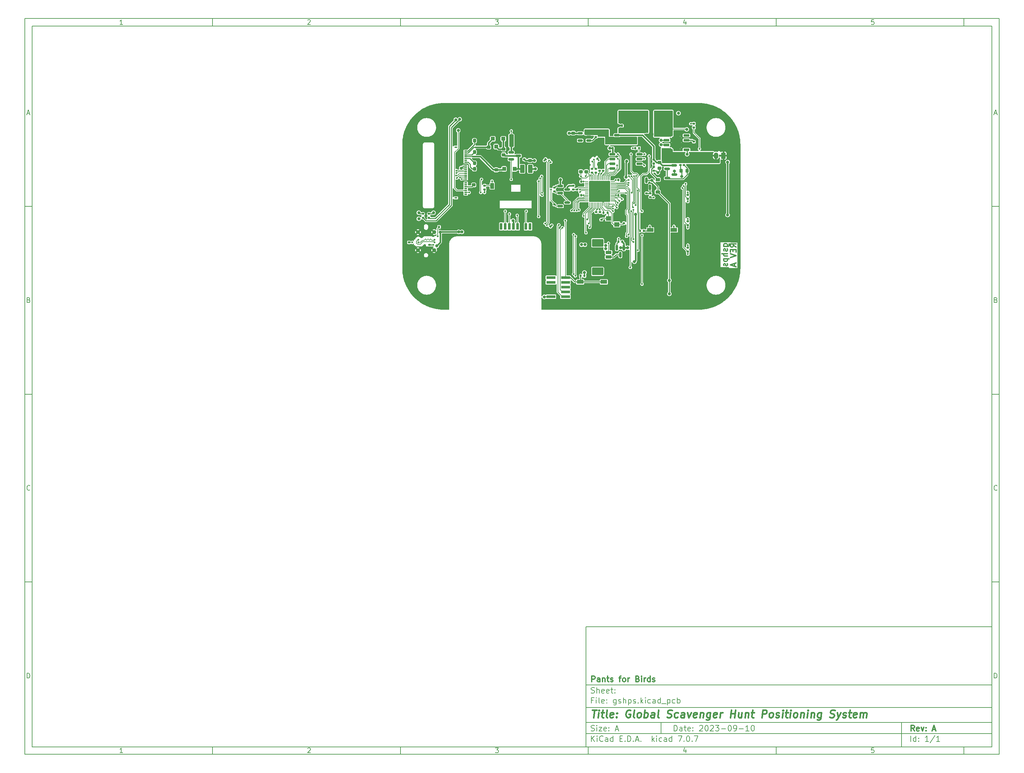
<source format=gbr>
%TF.GenerationSoftware,KiCad,Pcbnew,7.0.7*%
%TF.CreationDate,2023-09-15T21:11:31-07:00*%
%TF.ProjectId,gshps,67736870-732e-46b6-9963-61645f706362,A*%
%TF.SameCoordinates,Original*%
%TF.FileFunction,Copper,L4,Bot*%
%TF.FilePolarity,Positive*%
%FSLAX46Y46*%
G04 Gerber Fmt 4.6, Leading zero omitted, Abs format (unit mm)*
G04 Created by KiCad (PCBNEW 7.0.7) date 2023-09-15 21:11:31*
%MOMM*%
%LPD*%
G01*
G04 APERTURE LIST*
G04 Aperture macros list*
%AMRoundRect*
0 Rectangle with rounded corners*
0 $1 Rounding radius*
0 $2 $3 $4 $5 $6 $7 $8 $9 X,Y pos of 4 corners*
0 Add a 4 corners polygon primitive as box body*
4,1,4,$2,$3,$4,$5,$6,$7,$8,$9,$2,$3,0*
0 Add four circle primitives for the rounded corners*
1,1,$1+$1,$2,$3*
1,1,$1+$1,$4,$5*
1,1,$1+$1,$6,$7*
1,1,$1+$1,$8,$9*
0 Add four rect primitives between the rounded corners*
20,1,$1+$1,$2,$3,$4,$5,0*
20,1,$1+$1,$4,$5,$6,$7,0*
20,1,$1+$1,$6,$7,$8,$9,0*
20,1,$1+$1,$8,$9,$2,$3,0*%
G04 Aperture macros list end*
%ADD10C,0.100000*%
%ADD11C,0.150000*%
%ADD12C,0.300000*%
%ADD13C,0.400000*%
%TA.AperFunction,NonConductor*%
%ADD14C,0.300000*%
%TD*%
%TA.AperFunction,ComponentPad*%
%ADD15C,1.100000*%
%TD*%
%TA.AperFunction,SMDPad,CuDef*%
%ADD16R,3.200000X3.200000*%
%TD*%
%TA.AperFunction,SMDPad,CuDef*%
%ADD17RoundRect,0.050000X0.050000X0.387500X-0.050000X0.387500X-0.050000X-0.387500X0.050000X-0.387500X0*%
%TD*%
%TA.AperFunction,SMDPad,CuDef*%
%ADD18RoundRect,0.050000X0.387500X0.050000X-0.387500X0.050000X-0.387500X-0.050000X0.387500X-0.050000X0*%
%TD*%
%TA.AperFunction,SMDPad,CuDef*%
%ADD19RoundRect,0.135000X-0.185000X0.135000X-0.185000X-0.135000X0.185000X-0.135000X0.185000X0.135000X0*%
%TD*%
%TA.AperFunction,SMDPad,CuDef*%
%ADD20RoundRect,0.225000X-0.225000X-0.250000X0.225000X-0.250000X0.225000X0.250000X-0.225000X0.250000X0*%
%TD*%
%TA.AperFunction,SMDPad,CuDef*%
%ADD21RoundRect,0.140000X-0.140000X-0.170000X0.140000X-0.170000X0.140000X0.170000X-0.140000X0.170000X0*%
%TD*%
%TA.AperFunction,SMDPad,CuDef*%
%ADD22RoundRect,0.140000X-0.170000X0.140000X-0.170000X-0.140000X0.170000X-0.140000X0.170000X0.140000X0*%
%TD*%
%TA.AperFunction,SMDPad,CuDef*%
%ADD23RoundRect,0.150000X0.150000X-0.587500X0.150000X0.587500X-0.150000X0.587500X-0.150000X-0.587500X0*%
%TD*%
%TA.AperFunction,SMDPad,CuDef*%
%ADD24RoundRect,0.225000X0.250000X-0.225000X0.250000X0.225000X-0.250000X0.225000X-0.250000X-0.225000X0*%
%TD*%
%TA.AperFunction,SMDPad,CuDef*%
%ADD25R,0.800000X1.400000*%
%TD*%
%TA.AperFunction,SMDPad,CuDef*%
%ADD26R,1.500000X1.500000*%
%TD*%
%TA.AperFunction,SMDPad,CuDef*%
%ADD27R,1.300000X1.500000*%
%TD*%
%TA.AperFunction,SMDPad,CuDef*%
%ADD28R,0.800000X1.500000*%
%TD*%
%TA.AperFunction,SMDPad,CuDef*%
%ADD29R,1.000000X1.550000*%
%TD*%
%TA.AperFunction,SMDPad,CuDef*%
%ADD30R,1.450000X1.000000*%
%TD*%
%TA.AperFunction,SMDPad,CuDef*%
%ADD31R,0.700000X1.750000*%
%TD*%
%TA.AperFunction,SMDPad,CuDef*%
%ADD32RoundRect,0.250000X-0.300000X-0.300000X0.300000X-0.300000X0.300000X0.300000X-0.300000X0.300000X0*%
%TD*%
%TA.AperFunction,SMDPad,CuDef*%
%ADD33RoundRect,0.135000X-0.135000X-0.185000X0.135000X-0.185000X0.135000X0.185000X-0.135000X0.185000X0*%
%TD*%
%TA.AperFunction,SMDPad,CuDef*%
%ADD34RoundRect,0.140000X-0.219203X-0.021213X-0.021213X-0.219203X0.219203X0.021213X0.021213X0.219203X0*%
%TD*%
%TA.AperFunction,SMDPad,CuDef*%
%ADD35RoundRect,0.225000X0.225000X0.250000X-0.225000X0.250000X-0.225000X-0.250000X0.225000X-0.250000X0*%
%TD*%
%TA.AperFunction,SMDPad,CuDef*%
%ADD36R,0.800000X0.400000*%
%TD*%
%TA.AperFunction,SMDPad,CuDef*%
%ADD37R,0.800000X0.300000*%
%TD*%
%TA.AperFunction,SMDPad,CuDef*%
%ADD38R,1.700000X1.000000*%
%TD*%
%TA.AperFunction,ComponentPad*%
%ADD39C,0.500000*%
%TD*%
%TA.AperFunction,SMDPad,CuDef*%
%ADD40R,2.410000X3.100000*%
%TD*%
%TA.AperFunction,SMDPad,CuDef*%
%ADD41RoundRect,0.150000X0.650000X0.150000X-0.650000X0.150000X-0.650000X-0.150000X0.650000X-0.150000X0*%
%TD*%
%TA.AperFunction,SMDPad,CuDef*%
%ADD42RoundRect,0.140000X0.170000X-0.140000X0.170000X0.140000X-0.170000X0.140000X-0.170000X-0.140000X0*%
%TD*%
%TA.AperFunction,SMDPad,CuDef*%
%ADD43RoundRect,0.150000X-0.587500X-0.150000X0.587500X-0.150000X0.587500X0.150000X-0.587500X0.150000X0*%
%TD*%
%TA.AperFunction,SMDPad,CuDef*%
%ADD44RoundRect,0.140000X0.140000X0.170000X-0.140000X0.170000X-0.140000X-0.170000X0.140000X-0.170000X0*%
%TD*%
%TA.AperFunction,SMDPad,CuDef*%
%ADD45RoundRect,0.135000X0.135000X0.185000X-0.135000X0.185000X-0.135000X-0.185000X0.135000X-0.185000X0*%
%TD*%
%TA.AperFunction,SMDPad,CuDef*%
%ADD46RoundRect,0.135000X0.185000X-0.135000X0.185000X0.135000X-0.185000X0.135000X-0.185000X-0.135000X0*%
%TD*%
%TA.AperFunction,SMDPad,CuDef*%
%ADD47RoundRect,0.150000X-0.150000X0.587500X-0.150000X-0.587500X0.150000X-0.587500X0.150000X0.587500X0*%
%TD*%
%TA.AperFunction,SMDPad,CuDef*%
%ADD48RoundRect,0.225000X-0.250000X0.225000X-0.250000X-0.225000X0.250000X-0.225000X0.250000X0.225000X0*%
%TD*%
%TA.AperFunction,SMDPad,CuDef*%
%ADD49R,2.400000X0.740000*%
%TD*%
%TA.AperFunction,SMDPad,CuDef*%
%ADD50RoundRect,0.250001X1.249999X-0.799999X1.249999X0.799999X-1.249999X0.799999X-1.249999X-0.799999X0*%
%TD*%
%TA.AperFunction,SMDPad,CuDef*%
%ADD51RoundRect,0.200000X0.600000X-0.200000X0.600000X0.200000X-0.600000X0.200000X-0.600000X-0.200000X0*%
%TD*%
%TA.AperFunction,SMDPad,CuDef*%
%ADD52RoundRect,0.250000X-0.362500X-1.425000X0.362500X-1.425000X0.362500X1.425000X-0.362500X1.425000X0*%
%TD*%
%TA.AperFunction,SMDPad,CuDef*%
%ADD53RoundRect,0.150000X0.587500X0.150000X-0.587500X0.150000X-0.587500X-0.150000X0.587500X-0.150000X0*%
%TD*%
%TA.AperFunction,SMDPad,CuDef*%
%ADD54RoundRect,0.140000X-0.021213X0.219203X-0.219203X0.021213X0.021213X-0.219203X0.219203X-0.021213X0*%
%TD*%
%TA.AperFunction,SMDPad,CuDef*%
%ADD55R,1.400000X1.200000*%
%TD*%
%TA.AperFunction,SMDPad,CuDef*%
%ADD56RoundRect,0.250000X0.300000X0.300000X-0.300000X0.300000X-0.300000X-0.300000X0.300000X-0.300000X0*%
%TD*%
%TA.AperFunction,SMDPad,CuDef*%
%ADD57RoundRect,0.150000X0.512500X0.150000X-0.512500X0.150000X-0.512500X-0.150000X0.512500X-0.150000X0*%
%TD*%
%TA.AperFunction,SMDPad,CuDef*%
%ADD58RoundRect,0.225000X0.375000X-0.225000X0.375000X0.225000X-0.375000X0.225000X-0.375000X-0.225000X0*%
%TD*%
%TA.AperFunction,SMDPad,CuDef*%
%ADD59RoundRect,0.250000X0.300000X-0.300000X0.300000X0.300000X-0.300000X0.300000X-0.300000X-0.300000X0*%
%TD*%
%TA.AperFunction,SMDPad,CuDef*%
%ADD60RoundRect,0.140000X0.021213X-0.219203X0.219203X-0.021213X-0.021213X0.219203X-0.219203X0.021213X0*%
%TD*%
%TA.AperFunction,SMDPad,CuDef*%
%ADD61RoundRect,0.250000X0.375000X0.850000X-0.375000X0.850000X-0.375000X-0.850000X0.375000X-0.850000X0*%
%TD*%
%TA.AperFunction,ComponentPad*%
%ADD62O,1.200000X1.750000*%
%TD*%
%TA.AperFunction,ComponentPad*%
%ADD63RoundRect,0.250000X0.350000X0.625000X-0.350000X0.625000X-0.350000X-0.625000X0.350000X-0.625000X0*%
%TD*%
%TA.AperFunction,ViaPad*%
%ADD64C,0.800000*%
%TD*%
%TA.AperFunction,ViaPad*%
%ADD65C,0.500000*%
%TD*%
%TA.AperFunction,Conductor*%
%ADD66C,0.150000*%
%TD*%
%TA.AperFunction,Conductor*%
%ADD67C,0.250000*%
%TD*%
%TA.AperFunction,Conductor*%
%ADD68C,0.400000*%
%TD*%
%TA.AperFunction,Conductor*%
%ADD69C,0.170000*%
%TD*%
G04 APERTURE END LIST*
D10*
D11*
X159400000Y-171900000D02*
X267400000Y-171900000D01*
X267400000Y-203900000D01*
X159400000Y-203900000D01*
X159400000Y-171900000D01*
D10*
D11*
X10000000Y-10000000D02*
X269400000Y-10000000D01*
X269400000Y-205900000D01*
X10000000Y-205900000D01*
X10000000Y-10000000D01*
D10*
D11*
X12000000Y-12000000D02*
X267400000Y-12000000D01*
X267400000Y-203900000D01*
X12000000Y-203900000D01*
X12000000Y-12000000D01*
D10*
D11*
X60000000Y-12000000D02*
X60000000Y-10000000D01*
D10*
D11*
X110000000Y-12000000D02*
X110000000Y-10000000D01*
D10*
D11*
X160000000Y-12000000D02*
X160000000Y-10000000D01*
D10*
D11*
X210000000Y-12000000D02*
X210000000Y-10000000D01*
D10*
D11*
X260000000Y-12000000D02*
X260000000Y-10000000D01*
D10*
D11*
X36089160Y-11593604D02*
X35346303Y-11593604D01*
X35717731Y-11593604D02*
X35717731Y-10293604D01*
X35717731Y-10293604D02*
X35593922Y-10479319D01*
X35593922Y-10479319D02*
X35470112Y-10603128D01*
X35470112Y-10603128D02*
X35346303Y-10665033D01*
D10*
D11*
X85346303Y-10417414D02*
X85408207Y-10355509D01*
X85408207Y-10355509D02*
X85532017Y-10293604D01*
X85532017Y-10293604D02*
X85841541Y-10293604D01*
X85841541Y-10293604D02*
X85965350Y-10355509D01*
X85965350Y-10355509D02*
X86027255Y-10417414D01*
X86027255Y-10417414D02*
X86089160Y-10541223D01*
X86089160Y-10541223D02*
X86089160Y-10665033D01*
X86089160Y-10665033D02*
X86027255Y-10850747D01*
X86027255Y-10850747D02*
X85284398Y-11593604D01*
X85284398Y-11593604D02*
X86089160Y-11593604D01*
D10*
D11*
X135284398Y-10293604D02*
X136089160Y-10293604D01*
X136089160Y-10293604D02*
X135655826Y-10788842D01*
X135655826Y-10788842D02*
X135841541Y-10788842D01*
X135841541Y-10788842D02*
X135965350Y-10850747D01*
X135965350Y-10850747D02*
X136027255Y-10912652D01*
X136027255Y-10912652D02*
X136089160Y-11036461D01*
X136089160Y-11036461D02*
X136089160Y-11345985D01*
X136089160Y-11345985D02*
X136027255Y-11469795D01*
X136027255Y-11469795D02*
X135965350Y-11531700D01*
X135965350Y-11531700D02*
X135841541Y-11593604D01*
X135841541Y-11593604D02*
X135470112Y-11593604D01*
X135470112Y-11593604D02*
X135346303Y-11531700D01*
X135346303Y-11531700D02*
X135284398Y-11469795D01*
D10*
D11*
X185965350Y-10726938D02*
X185965350Y-11593604D01*
X185655826Y-10231700D02*
X185346303Y-11160271D01*
X185346303Y-11160271D02*
X186151064Y-11160271D01*
D10*
D11*
X236027255Y-10293604D02*
X235408207Y-10293604D01*
X235408207Y-10293604D02*
X235346303Y-10912652D01*
X235346303Y-10912652D02*
X235408207Y-10850747D01*
X235408207Y-10850747D02*
X235532017Y-10788842D01*
X235532017Y-10788842D02*
X235841541Y-10788842D01*
X235841541Y-10788842D02*
X235965350Y-10850747D01*
X235965350Y-10850747D02*
X236027255Y-10912652D01*
X236027255Y-10912652D02*
X236089160Y-11036461D01*
X236089160Y-11036461D02*
X236089160Y-11345985D01*
X236089160Y-11345985D02*
X236027255Y-11469795D01*
X236027255Y-11469795D02*
X235965350Y-11531700D01*
X235965350Y-11531700D02*
X235841541Y-11593604D01*
X235841541Y-11593604D02*
X235532017Y-11593604D01*
X235532017Y-11593604D02*
X235408207Y-11531700D01*
X235408207Y-11531700D02*
X235346303Y-11469795D01*
D10*
D11*
X60000000Y-203900000D02*
X60000000Y-205900000D01*
D10*
D11*
X110000000Y-203900000D02*
X110000000Y-205900000D01*
D10*
D11*
X160000000Y-203900000D02*
X160000000Y-205900000D01*
D10*
D11*
X210000000Y-203900000D02*
X210000000Y-205900000D01*
D10*
D11*
X260000000Y-203900000D02*
X260000000Y-205900000D01*
D10*
D11*
X36089160Y-205493604D02*
X35346303Y-205493604D01*
X35717731Y-205493604D02*
X35717731Y-204193604D01*
X35717731Y-204193604D02*
X35593922Y-204379319D01*
X35593922Y-204379319D02*
X35470112Y-204503128D01*
X35470112Y-204503128D02*
X35346303Y-204565033D01*
D10*
D11*
X85346303Y-204317414D02*
X85408207Y-204255509D01*
X85408207Y-204255509D02*
X85532017Y-204193604D01*
X85532017Y-204193604D02*
X85841541Y-204193604D01*
X85841541Y-204193604D02*
X85965350Y-204255509D01*
X85965350Y-204255509D02*
X86027255Y-204317414D01*
X86027255Y-204317414D02*
X86089160Y-204441223D01*
X86089160Y-204441223D02*
X86089160Y-204565033D01*
X86089160Y-204565033D02*
X86027255Y-204750747D01*
X86027255Y-204750747D02*
X85284398Y-205493604D01*
X85284398Y-205493604D02*
X86089160Y-205493604D01*
D10*
D11*
X135284398Y-204193604D02*
X136089160Y-204193604D01*
X136089160Y-204193604D02*
X135655826Y-204688842D01*
X135655826Y-204688842D02*
X135841541Y-204688842D01*
X135841541Y-204688842D02*
X135965350Y-204750747D01*
X135965350Y-204750747D02*
X136027255Y-204812652D01*
X136027255Y-204812652D02*
X136089160Y-204936461D01*
X136089160Y-204936461D02*
X136089160Y-205245985D01*
X136089160Y-205245985D02*
X136027255Y-205369795D01*
X136027255Y-205369795D02*
X135965350Y-205431700D01*
X135965350Y-205431700D02*
X135841541Y-205493604D01*
X135841541Y-205493604D02*
X135470112Y-205493604D01*
X135470112Y-205493604D02*
X135346303Y-205431700D01*
X135346303Y-205431700D02*
X135284398Y-205369795D01*
D10*
D11*
X185965350Y-204626938D02*
X185965350Y-205493604D01*
X185655826Y-204131700D02*
X185346303Y-205060271D01*
X185346303Y-205060271D02*
X186151064Y-205060271D01*
D10*
D11*
X236027255Y-204193604D02*
X235408207Y-204193604D01*
X235408207Y-204193604D02*
X235346303Y-204812652D01*
X235346303Y-204812652D02*
X235408207Y-204750747D01*
X235408207Y-204750747D02*
X235532017Y-204688842D01*
X235532017Y-204688842D02*
X235841541Y-204688842D01*
X235841541Y-204688842D02*
X235965350Y-204750747D01*
X235965350Y-204750747D02*
X236027255Y-204812652D01*
X236027255Y-204812652D02*
X236089160Y-204936461D01*
X236089160Y-204936461D02*
X236089160Y-205245985D01*
X236089160Y-205245985D02*
X236027255Y-205369795D01*
X236027255Y-205369795D02*
X235965350Y-205431700D01*
X235965350Y-205431700D02*
X235841541Y-205493604D01*
X235841541Y-205493604D02*
X235532017Y-205493604D01*
X235532017Y-205493604D02*
X235408207Y-205431700D01*
X235408207Y-205431700D02*
X235346303Y-205369795D01*
D10*
D11*
X10000000Y-60000000D02*
X12000000Y-60000000D01*
D10*
D11*
X10000000Y-110000000D02*
X12000000Y-110000000D01*
D10*
D11*
X10000000Y-160000000D02*
X12000000Y-160000000D01*
D10*
D11*
X10690476Y-35222176D02*
X11309523Y-35222176D01*
X10566666Y-35593604D02*
X10999999Y-34293604D01*
X10999999Y-34293604D02*
X11433333Y-35593604D01*
D10*
D11*
X11092857Y-84912652D02*
X11278571Y-84974557D01*
X11278571Y-84974557D02*
X11340476Y-85036461D01*
X11340476Y-85036461D02*
X11402380Y-85160271D01*
X11402380Y-85160271D02*
X11402380Y-85345985D01*
X11402380Y-85345985D02*
X11340476Y-85469795D01*
X11340476Y-85469795D02*
X11278571Y-85531700D01*
X11278571Y-85531700D02*
X11154761Y-85593604D01*
X11154761Y-85593604D02*
X10659523Y-85593604D01*
X10659523Y-85593604D02*
X10659523Y-84293604D01*
X10659523Y-84293604D02*
X11092857Y-84293604D01*
X11092857Y-84293604D02*
X11216666Y-84355509D01*
X11216666Y-84355509D02*
X11278571Y-84417414D01*
X11278571Y-84417414D02*
X11340476Y-84541223D01*
X11340476Y-84541223D02*
X11340476Y-84665033D01*
X11340476Y-84665033D02*
X11278571Y-84788842D01*
X11278571Y-84788842D02*
X11216666Y-84850747D01*
X11216666Y-84850747D02*
X11092857Y-84912652D01*
X11092857Y-84912652D02*
X10659523Y-84912652D01*
D10*
D11*
X11402380Y-135469795D02*
X11340476Y-135531700D01*
X11340476Y-135531700D02*
X11154761Y-135593604D01*
X11154761Y-135593604D02*
X11030952Y-135593604D01*
X11030952Y-135593604D02*
X10845238Y-135531700D01*
X10845238Y-135531700D02*
X10721428Y-135407890D01*
X10721428Y-135407890D02*
X10659523Y-135284080D01*
X10659523Y-135284080D02*
X10597619Y-135036461D01*
X10597619Y-135036461D02*
X10597619Y-134850747D01*
X10597619Y-134850747D02*
X10659523Y-134603128D01*
X10659523Y-134603128D02*
X10721428Y-134479319D01*
X10721428Y-134479319D02*
X10845238Y-134355509D01*
X10845238Y-134355509D02*
X11030952Y-134293604D01*
X11030952Y-134293604D02*
X11154761Y-134293604D01*
X11154761Y-134293604D02*
X11340476Y-134355509D01*
X11340476Y-134355509D02*
X11402380Y-134417414D01*
D10*
D11*
X10659523Y-185593604D02*
X10659523Y-184293604D01*
X10659523Y-184293604D02*
X10969047Y-184293604D01*
X10969047Y-184293604D02*
X11154761Y-184355509D01*
X11154761Y-184355509D02*
X11278571Y-184479319D01*
X11278571Y-184479319D02*
X11340476Y-184603128D01*
X11340476Y-184603128D02*
X11402380Y-184850747D01*
X11402380Y-184850747D02*
X11402380Y-185036461D01*
X11402380Y-185036461D02*
X11340476Y-185284080D01*
X11340476Y-185284080D02*
X11278571Y-185407890D01*
X11278571Y-185407890D02*
X11154761Y-185531700D01*
X11154761Y-185531700D02*
X10969047Y-185593604D01*
X10969047Y-185593604D02*
X10659523Y-185593604D01*
D10*
D11*
X269400000Y-60000000D02*
X267400000Y-60000000D01*
D10*
D11*
X269400000Y-110000000D02*
X267400000Y-110000000D01*
D10*
D11*
X269400000Y-160000000D02*
X267400000Y-160000000D01*
D10*
D11*
X268090476Y-35222176D02*
X268709523Y-35222176D01*
X267966666Y-35593604D02*
X268399999Y-34293604D01*
X268399999Y-34293604D02*
X268833333Y-35593604D01*
D10*
D11*
X268492857Y-84912652D02*
X268678571Y-84974557D01*
X268678571Y-84974557D02*
X268740476Y-85036461D01*
X268740476Y-85036461D02*
X268802380Y-85160271D01*
X268802380Y-85160271D02*
X268802380Y-85345985D01*
X268802380Y-85345985D02*
X268740476Y-85469795D01*
X268740476Y-85469795D02*
X268678571Y-85531700D01*
X268678571Y-85531700D02*
X268554761Y-85593604D01*
X268554761Y-85593604D02*
X268059523Y-85593604D01*
X268059523Y-85593604D02*
X268059523Y-84293604D01*
X268059523Y-84293604D02*
X268492857Y-84293604D01*
X268492857Y-84293604D02*
X268616666Y-84355509D01*
X268616666Y-84355509D02*
X268678571Y-84417414D01*
X268678571Y-84417414D02*
X268740476Y-84541223D01*
X268740476Y-84541223D02*
X268740476Y-84665033D01*
X268740476Y-84665033D02*
X268678571Y-84788842D01*
X268678571Y-84788842D02*
X268616666Y-84850747D01*
X268616666Y-84850747D02*
X268492857Y-84912652D01*
X268492857Y-84912652D02*
X268059523Y-84912652D01*
D10*
D11*
X268802380Y-135469795D02*
X268740476Y-135531700D01*
X268740476Y-135531700D02*
X268554761Y-135593604D01*
X268554761Y-135593604D02*
X268430952Y-135593604D01*
X268430952Y-135593604D02*
X268245238Y-135531700D01*
X268245238Y-135531700D02*
X268121428Y-135407890D01*
X268121428Y-135407890D02*
X268059523Y-135284080D01*
X268059523Y-135284080D02*
X267997619Y-135036461D01*
X267997619Y-135036461D02*
X267997619Y-134850747D01*
X267997619Y-134850747D02*
X268059523Y-134603128D01*
X268059523Y-134603128D02*
X268121428Y-134479319D01*
X268121428Y-134479319D02*
X268245238Y-134355509D01*
X268245238Y-134355509D02*
X268430952Y-134293604D01*
X268430952Y-134293604D02*
X268554761Y-134293604D01*
X268554761Y-134293604D02*
X268740476Y-134355509D01*
X268740476Y-134355509D02*
X268802380Y-134417414D01*
D10*
D11*
X268059523Y-185593604D02*
X268059523Y-184293604D01*
X268059523Y-184293604D02*
X268369047Y-184293604D01*
X268369047Y-184293604D02*
X268554761Y-184355509D01*
X268554761Y-184355509D02*
X268678571Y-184479319D01*
X268678571Y-184479319D02*
X268740476Y-184603128D01*
X268740476Y-184603128D02*
X268802380Y-184850747D01*
X268802380Y-184850747D02*
X268802380Y-185036461D01*
X268802380Y-185036461D02*
X268740476Y-185284080D01*
X268740476Y-185284080D02*
X268678571Y-185407890D01*
X268678571Y-185407890D02*
X268554761Y-185531700D01*
X268554761Y-185531700D02*
X268369047Y-185593604D01*
X268369047Y-185593604D02*
X268059523Y-185593604D01*
D10*
D11*
X182855826Y-199686128D02*
X182855826Y-198186128D01*
X182855826Y-198186128D02*
X183212969Y-198186128D01*
X183212969Y-198186128D02*
X183427255Y-198257557D01*
X183427255Y-198257557D02*
X183570112Y-198400414D01*
X183570112Y-198400414D02*
X183641541Y-198543271D01*
X183641541Y-198543271D02*
X183712969Y-198828985D01*
X183712969Y-198828985D02*
X183712969Y-199043271D01*
X183712969Y-199043271D02*
X183641541Y-199328985D01*
X183641541Y-199328985D02*
X183570112Y-199471842D01*
X183570112Y-199471842D02*
X183427255Y-199614700D01*
X183427255Y-199614700D02*
X183212969Y-199686128D01*
X183212969Y-199686128D02*
X182855826Y-199686128D01*
X184998684Y-199686128D02*
X184998684Y-198900414D01*
X184998684Y-198900414D02*
X184927255Y-198757557D01*
X184927255Y-198757557D02*
X184784398Y-198686128D01*
X184784398Y-198686128D02*
X184498684Y-198686128D01*
X184498684Y-198686128D02*
X184355826Y-198757557D01*
X184998684Y-199614700D02*
X184855826Y-199686128D01*
X184855826Y-199686128D02*
X184498684Y-199686128D01*
X184498684Y-199686128D02*
X184355826Y-199614700D01*
X184355826Y-199614700D02*
X184284398Y-199471842D01*
X184284398Y-199471842D02*
X184284398Y-199328985D01*
X184284398Y-199328985D02*
X184355826Y-199186128D01*
X184355826Y-199186128D02*
X184498684Y-199114700D01*
X184498684Y-199114700D02*
X184855826Y-199114700D01*
X184855826Y-199114700D02*
X184998684Y-199043271D01*
X185498684Y-198686128D02*
X186070112Y-198686128D01*
X185712969Y-198186128D02*
X185712969Y-199471842D01*
X185712969Y-199471842D02*
X185784398Y-199614700D01*
X185784398Y-199614700D02*
X185927255Y-199686128D01*
X185927255Y-199686128D02*
X186070112Y-199686128D01*
X187141541Y-199614700D02*
X186998684Y-199686128D01*
X186998684Y-199686128D02*
X186712970Y-199686128D01*
X186712970Y-199686128D02*
X186570112Y-199614700D01*
X186570112Y-199614700D02*
X186498684Y-199471842D01*
X186498684Y-199471842D02*
X186498684Y-198900414D01*
X186498684Y-198900414D02*
X186570112Y-198757557D01*
X186570112Y-198757557D02*
X186712970Y-198686128D01*
X186712970Y-198686128D02*
X186998684Y-198686128D01*
X186998684Y-198686128D02*
X187141541Y-198757557D01*
X187141541Y-198757557D02*
X187212970Y-198900414D01*
X187212970Y-198900414D02*
X187212970Y-199043271D01*
X187212970Y-199043271D02*
X186498684Y-199186128D01*
X187855826Y-199543271D02*
X187927255Y-199614700D01*
X187927255Y-199614700D02*
X187855826Y-199686128D01*
X187855826Y-199686128D02*
X187784398Y-199614700D01*
X187784398Y-199614700D02*
X187855826Y-199543271D01*
X187855826Y-199543271D02*
X187855826Y-199686128D01*
X187855826Y-198757557D02*
X187927255Y-198828985D01*
X187927255Y-198828985D02*
X187855826Y-198900414D01*
X187855826Y-198900414D02*
X187784398Y-198828985D01*
X187784398Y-198828985D02*
X187855826Y-198757557D01*
X187855826Y-198757557D02*
X187855826Y-198900414D01*
X189641541Y-198328985D02*
X189712969Y-198257557D01*
X189712969Y-198257557D02*
X189855827Y-198186128D01*
X189855827Y-198186128D02*
X190212969Y-198186128D01*
X190212969Y-198186128D02*
X190355827Y-198257557D01*
X190355827Y-198257557D02*
X190427255Y-198328985D01*
X190427255Y-198328985D02*
X190498684Y-198471842D01*
X190498684Y-198471842D02*
X190498684Y-198614700D01*
X190498684Y-198614700D02*
X190427255Y-198828985D01*
X190427255Y-198828985D02*
X189570112Y-199686128D01*
X189570112Y-199686128D02*
X190498684Y-199686128D01*
X191427255Y-198186128D02*
X191570112Y-198186128D01*
X191570112Y-198186128D02*
X191712969Y-198257557D01*
X191712969Y-198257557D02*
X191784398Y-198328985D01*
X191784398Y-198328985D02*
X191855826Y-198471842D01*
X191855826Y-198471842D02*
X191927255Y-198757557D01*
X191927255Y-198757557D02*
X191927255Y-199114700D01*
X191927255Y-199114700D02*
X191855826Y-199400414D01*
X191855826Y-199400414D02*
X191784398Y-199543271D01*
X191784398Y-199543271D02*
X191712969Y-199614700D01*
X191712969Y-199614700D02*
X191570112Y-199686128D01*
X191570112Y-199686128D02*
X191427255Y-199686128D01*
X191427255Y-199686128D02*
X191284398Y-199614700D01*
X191284398Y-199614700D02*
X191212969Y-199543271D01*
X191212969Y-199543271D02*
X191141540Y-199400414D01*
X191141540Y-199400414D02*
X191070112Y-199114700D01*
X191070112Y-199114700D02*
X191070112Y-198757557D01*
X191070112Y-198757557D02*
X191141540Y-198471842D01*
X191141540Y-198471842D02*
X191212969Y-198328985D01*
X191212969Y-198328985D02*
X191284398Y-198257557D01*
X191284398Y-198257557D02*
X191427255Y-198186128D01*
X192498683Y-198328985D02*
X192570111Y-198257557D01*
X192570111Y-198257557D02*
X192712969Y-198186128D01*
X192712969Y-198186128D02*
X193070111Y-198186128D01*
X193070111Y-198186128D02*
X193212969Y-198257557D01*
X193212969Y-198257557D02*
X193284397Y-198328985D01*
X193284397Y-198328985D02*
X193355826Y-198471842D01*
X193355826Y-198471842D02*
X193355826Y-198614700D01*
X193355826Y-198614700D02*
X193284397Y-198828985D01*
X193284397Y-198828985D02*
X192427254Y-199686128D01*
X192427254Y-199686128D02*
X193355826Y-199686128D01*
X193855825Y-198186128D02*
X194784397Y-198186128D01*
X194784397Y-198186128D02*
X194284397Y-198757557D01*
X194284397Y-198757557D02*
X194498682Y-198757557D01*
X194498682Y-198757557D02*
X194641540Y-198828985D01*
X194641540Y-198828985D02*
X194712968Y-198900414D01*
X194712968Y-198900414D02*
X194784397Y-199043271D01*
X194784397Y-199043271D02*
X194784397Y-199400414D01*
X194784397Y-199400414D02*
X194712968Y-199543271D01*
X194712968Y-199543271D02*
X194641540Y-199614700D01*
X194641540Y-199614700D02*
X194498682Y-199686128D01*
X194498682Y-199686128D02*
X194070111Y-199686128D01*
X194070111Y-199686128D02*
X193927254Y-199614700D01*
X193927254Y-199614700D02*
X193855825Y-199543271D01*
X195427253Y-199114700D02*
X196570111Y-199114700D01*
X197570111Y-198186128D02*
X197712968Y-198186128D01*
X197712968Y-198186128D02*
X197855825Y-198257557D01*
X197855825Y-198257557D02*
X197927254Y-198328985D01*
X197927254Y-198328985D02*
X197998682Y-198471842D01*
X197998682Y-198471842D02*
X198070111Y-198757557D01*
X198070111Y-198757557D02*
X198070111Y-199114700D01*
X198070111Y-199114700D02*
X197998682Y-199400414D01*
X197998682Y-199400414D02*
X197927254Y-199543271D01*
X197927254Y-199543271D02*
X197855825Y-199614700D01*
X197855825Y-199614700D02*
X197712968Y-199686128D01*
X197712968Y-199686128D02*
X197570111Y-199686128D01*
X197570111Y-199686128D02*
X197427254Y-199614700D01*
X197427254Y-199614700D02*
X197355825Y-199543271D01*
X197355825Y-199543271D02*
X197284396Y-199400414D01*
X197284396Y-199400414D02*
X197212968Y-199114700D01*
X197212968Y-199114700D02*
X197212968Y-198757557D01*
X197212968Y-198757557D02*
X197284396Y-198471842D01*
X197284396Y-198471842D02*
X197355825Y-198328985D01*
X197355825Y-198328985D02*
X197427254Y-198257557D01*
X197427254Y-198257557D02*
X197570111Y-198186128D01*
X198784396Y-199686128D02*
X199070110Y-199686128D01*
X199070110Y-199686128D02*
X199212967Y-199614700D01*
X199212967Y-199614700D02*
X199284396Y-199543271D01*
X199284396Y-199543271D02*
X199427253Y-199328985D01*
X199427253Y-199328985D02*
X199498682Y-199043271D01*
X199498682Y-199043271D02*
X199498682Y-198471842D01*
X199498682Y-198471842D02*
X199427253Y-198328985D01*
X199427253Y-198328985D02*
X199355825Y-198257557D01*
X199355825Y-198257557D02*
X199212967Y-198186128D01*
X199212967Y-198186128D02*
X198927253Y-198186128D01*
X198927253Y-198186128D02*
X198784396Y-198257557D01*
X198784396Y-198257557D02*
X198712967Y-198328985D01*
X198712967Y-198328985D02*
X198641539Y-198471842D01*
X198641539Y-198471842D02*
X198641539Y-198828985D01*
X198641539Y-198828985D02*
X198712967Y-198971842D01*
X198712967Y-198971842D02*
X198784396Y-199043271D01*
X198784396Y-199043271D02*
X198927253Y-199114700D01*
X198927253Y-199114700D02*
X199212967Y-199114700D01*
X199212967Y-199114700D02*
X199355825Y-199043271D01*
X199355825Y-199043271D02*
X199427253Y-198971842D01*
X199427253Y-198971842D02*
X199498682Y-198828985D01*
X200141538Y-199114700D02*
X201284396Y-199114700D01*
X202784396Y-199686128D02*
X201927253Y-199686128D01*
X202355824Y-199686128D02*
X202355824Y-198186128D01*
X202355824Y-198186128D02*
X202212967Y-198400414D01*
X202212967Y-198400414D02*
X202070110Y-198543271D01*
X202070110Y-198543271D02*
X201927253Y-198614700D01*
X203712967Y-198186128D02*
X203855824Y-198186128D01*
X203855824Y-198186128D02*
X203998681Y-198257557D01*
X203998681Y-198257557D02*
X204070110Y-198328985D01*
X204070110Y-198328985D02*
X204141538Y-198471842D01*
X204141538Y-198471842D02*
X204212967Y-198757557D01*
X204212967Y-198757557D02*
X204212967Y-199114700D01*
X204212967Y-199114700D02*
X204141538Y-199400414D01*
X204141538Y-199400414D02*
X204070110Y-199543271D01*
X204070110Y-199543271D02*
X203998681Y-199614700D01*
X203998681Y-199614700D02*
X203855824Y-199686128D01*
X203855824Y-199686128D02*
X203712967Y-199686128D01*
X203712967Y-199686128D02*
X203570110Y-199614700D01*
X203570110Y-199614700D02*
X203498681Y-199543271D01*
X203498681Y-199543271D02*
X203427252Y-199400414D01*
X203427252Y-199400414D02*
X203355824Y-199114700D01*
X203355824Y-199114700D02*
X203355824Y-198757557D01*
X203355824Y-198757557D02*
X203427252Y-198471842D01*
X203427252Y-198471842D02*
X203498681Y-198328985D01*
X203498681Y-198328985D02*
X203570110Y-198257557D01*
X203570110Y-198257557D02*
X203712967Y-198186128D01*
D10*
D11*
X159400000Y-200400000D02*
X267400000Y-200400000D01*
D10*
D11*
X160855826Y-202486128D02*
X160855826Y-200986128D01*
X161712969Y-202486128D02*
X161070112Y-201628985D01*
X161712969Y-200986128D02*
X160855826Y-201843271D01*
X162355826Y-202486128D02*
X162355826Y-201486128D01*
X162355826Y-200986128D02*
X162284398Y-201057557D01*
X162284398Y-201057557D02*
X162355826Y-201128985D01*
X162355826Y-201128985D02*
X162427255Y-201057557D01*
X162427255Y-201057557D02*
X162355826Y-200986128D01*
X162355826Y-200986128D02*
X162355826Y-201128985D01*
X163927255Y-202343271D02*
X163855827Y-202414700D01*
X163855827Y-202414700D02*
X163641541Y-202486128D01*
X163641541Y-202486128D02*
X163498684Y-202486128D01*
X163498684Y-202486128D02*
X163284398Y-202414700D01*
X163284398Y-202414700D02*
X163141541Y-202271842D01*
X163141541Y-202271842D02*
X163070112Y-202128985D01*
X163070112Y-202128985D02*
X162998684Y-201843271D01*
X162998684Y-201843271D02*
X162998684Y-201628985D01*
X162998684Y-201628985D02*
X163070112Y-201343271D01*
X163070112Y-201343271D02*
X163141541Y-201200414D01*
X163141541Y-201200414D02*
X163284398Y-201057557D01*
X163284398Y-201057557D02*
X163498684Y-200986128D01*
X163498684Y-200986128D02*
X163641541Y-200986128D01*
X163641541Y-200986128D02*
X163855827Y-201057557D01*
X163855827Y-201057557D02*
X163927255Y-201128985D01*
X165212970Y-202486128D02*
X165212970Y-201700414D01*
X165212970Y-201700414D02*
X165141541Y-201557557D01*
X165141541Y-201557557D02*
X164998684Y-201486128D01*
X164998684Y-201486128D02*
X164712970Y-201486128D01*
X164712970Y-201486128D02*
X164570112Y-201557557D01*
X165212970Y-202414700D02*
X165070112Y-202486128D01*
X165070112Y-202486128D02*
X164712970Y-202486128D01*
X164712970Y-202486128D02*
X164570112Y-202414700D01*
X164570112Y-202414700D02*
X164498684Y-202271842D01*
X164498684Y-202271842D02*
X164498684Y-202128985D01*
X164498684Y-202128985D02*
X164570112Y-201986128D01*
X164570112Y-201986128D02*
X164712970Y-201914700D01*
X164712970Y-201914700D02*
X165070112Y-201914700D01*
X165070112Y-201914700D02*
X165212970Y-201843271D01*
X166570113Y-202486128D02*
X166570113Y-200986128D01*
X166570113Y-202414700D02*
X166427255Y-202486128D01*
X166427255Y-202486128D02*
X166141541Y-202486128D01*
X166141541Y-202486128D02*
X165998684Y-202414700D01*
X165998684Y-202414700D02*
X165927255Y-202343271D01*
X165927255Y-202343271D02*
X165855827Y-202200414D01*
X165855827Y-202200414D02*
X165855827Y-201771842D01*
X165855827Y-201771842D02*
X165927255Y-201628985D01*
X165927255Y-201628985D02*
X165998684Y-201557557D01*
X165998684Y-201557557D02*
X166141541Y-201486128D01*
X166141541Y-201486128D02*
X166427255Y-201486128D01*
X166427255Y-201486128D02*
X166570113Y-201557557D01*
X168427255Y-201700414D02*
X168927255Y-201700414D01*
X169141541Y-202486128D02*
X168427255Y-202486128D01*
X168427255Y-202486128D02*
X168427255Y-200986128D01*
X168427255Y-200986128D02*
X169141541Y-200986128D01*
X169784398Y-202343271D02*
X169855827Y-202414700D01*
X169855827Y-202414700D02*
X169784398Y-202486128D01*
X169784398Y-202486128D02*
X169712970Y-202414700D01*
X169712970Y-202414700D02*
X169784398Y-202343271D01*
X169784398Y-202343271D02*
X169784398Y-202486128D01*
X170498684Y-202486128D02*
X170498684Y-200986128D01*
X170498684Y-200986128D02*
X170855827Y-200986128D01*
X170855827Y-200986128D02*
X171070113Y-201057557D01*
X171070113Y-201057557D02*
X171212970Y-201200414D01*
X171212970Y-201200414D02*
X171284399Y-201343271D01*
X171284399Y-201343271D02*
X171355827Y-201628985D01*
X171355827Y-201628985D02*
X171355827Y-201843271D01*
X171355827Y-201843271D02*
X171284399Y-202128985D01*
X171284399Y-202128985D02*
X171212970Y-202271842D01*
X171212970Y-202271842D02*
X171070113Y-202414700D01*
X171070113Y-202414700D02*
X170855827Y-202486128D01*
X170855827Y-202486128D02*
X170498684Y-202486128D01*
X171998684Y-202343271D02*
X172070113Y-202414700D01*
X172070113Y-202414700D02*
X171998684Y-202486128D01*
X171998684Y-202486128D02*
X171927256Y-202414700D01*
X171927256Y-202414700D02*
X171998684Y-202343271D01*
X171998684Y-202343271D02*
X171998684Y-202486128D01*
X172641542Y-202057557D02*
X173355828Y-202057557D01*
X172498685Y-202486128D02*
X172998685Y-200986128D01*
X172998685Y-200986128D02*
X173498685Y-202486128D01*
X173998684Y-202343271D02*
X174070113Y-202414700D01*
X174070113Y-202414700D02*
X173998684Y-202486128D01*
X173998684Y-202486128D02*
X173927256Y-202414700D01*
X173927256Y-202414700D02*
X173998684Y-202343271D01*
X173998684Y-202343271D02*
X173998684Y-202486128D01*
X176998684Y-202486128D02*
X176998684Y-200986128D01*
X177141542Y-201914700D02*
X177570113Y-202486128D01*
X177570113Y-201486128D02*
X176998684Y-202057557D01*
X178212970Y-202486128D02*
X178212970Y-201486128D01*
X178212970Y-200986128D02*
X178141542Y-201057557D01*
X178141542Y-201057557D02*
X178212970Y-201128985D01*
X178212970Y-201128985D02*
X178284399Y-201057557D01*
X178284399Y-201057557D02*
X178212970Y-200986128D01*
X178212970Y-200986128D02*
X178212970Y-201128985D01*
X179570114Y-202414700D02*
X179427256Y-202486128D01*
X179427256Y-202486128D02*
X179141542Y-202486128D01*
X179141542Y-202486128D02*
X178998685Y-202414700D01*
X178998685Y-202414700D02*
X178927256Y-202343271D01*
X178927256Y-202343271D02*
X178855828Y-202200414D01*
X178855828Y-202200414D02*
X178855828Y-201771842D01*
X178855828Y-201771842D02*
X178927256Y-201628985D01*
X178927256Y-201628985D02*
X178998685Y-201557557D01*
X178998685Y-201557557D02*
X179141542Y-201486128D01*
X179141542Y-201486128D02*
X179427256Y-201486128D01*
X179427256Y-201486128D02*
X179570114Y-201557557D01*
X180855828Y-202486128D02*
X180855828Y-201700414D01*
X180855828Y-201700414D02*
X180784399Y-201557557D01*
X180784399Y-201557557D02*
X180641542Y-201486128D01*
X180641542Y-201486128D02*
X180355828Y-201486128D01*
X180355828Y-201486128D02*
X180212970Y-201557557D01*
X180855828Y-202414700D02*
X180712970Y-202486128D01*
X180712970Y-202486128D02*
X180355828Y-202486128D01*
X180355828Y-202486128D02*
X180212970Y-202414700D01*
X180212970Y-202414700D02*
X180141542Y-202271842D01*
X180141542Y-202271842D02*
X180141542Y-202128985D01*
X180141542Y-202128985D02*
X180212970Y-201986128D01*
X180212970Y-201986128D02*
X180355828Y-201914700D01*
X180355828Y-201914700D02*
X180712970Y-201914700D01*
X180712970Y-201914700D02*
X180855828Y-201843271D01*
X182212971Y-202486128D02*
X182212971Y-200986128D01*
X182212971Y-202414700D02*
X182070113Y-202486128D01*
X182070113Y-202486128D02*
X181784399Y-202486128D01*
X181784399Y-202486128D02*
X181641542Y-202414700D01*
X181641542Y-202414700D02*
X181570113Y-202343271D01*
X181570113Y-202343271D02*
X181498685Y-202200414D01*
X181498685Y-202200414D02*
X181498685Y-201771842D01*
X181498685Y-201771842D02*
X181570113Y-201628985D01*
X181570113Y-201628985D02*
X181641542Y-201557557D01*
X181641542Y-201557557D02*
X181784399Y-201486128D01*
X181784399Y-201486128D02*
X182070113Y-201486128D01*
X182070113Y-201486128D02*
X182212971Y-201557557D01*
X183927256Y-200986128D02*
X184927256Y-200986128D01*
X184927256Y-200986128D02*
X184284399Y-202486128D01*
X185498684Y-202343271D02*
X185570113Y-202414700D01*
X185570113Y-202414700D02*
X185498684Y-202486128D01*
X185498684Y-202486128D02*
X185427256Y-202414700D01*
X185427256Y-202414700D02*
X185498684Y-202343271D01*
X185498684Y-202343271D02*
X185498684Y-202486128D01*
X186498685Y-200986128D02*
X186641542Y-200986128D01*
X186641542Y-200986128D02*
X186784399Y-201057557D01*
X186784399Y-201057557D02*
X186855828Y-201128985D01*
X186855828Y-201128985D02*
X186927256Y-201271842D01*
X186927256Y-201271842D02*
X186998685Y-201557557D01*
X186998685Y-201557557D02*
X186998685Y-201914700D01*
X186998685Y-201914700D02*
X186927256Y-202200414D01*
X186927256Y-202200414D02*
X186855828Y-202343271D01*
X186855828Y-202343271D02*
X186784399Y-202414700D01*
X186784399Y-202414700D02*
X186641542Y-202486128D01*
X186641542Y-202486128D02*
X186498685Y-202486128D01*
X186498685Y-202486128D02*
X186355828Y-202414700D01*
X186355828Y-202414700D02*
X186284399Y-202343271D01*
X186284399Y-202343271D02*
X186212970Y-202200414D01*
X186212970Y-202200414D02*
X186141542Y-201914700D01*
X186141542Y-201914700D02*
X186141542Y-201557557D01*
X186141542Y-201557557D02*
X186212970Y-201271842D01*
X186212970Y-201271842D02*
X186284399Y-201128985D01*
X186284399Y-201128985D02*
X186355828Y-201057557D01*
X186355828Y-201057557D02*
X186498685Y-200986128D01*
X187641541Y-202343271D02*
X187712970Y-202414700D01*
X187712970Y-202414700D02*
X187641541Y-202486128D01*
X187641541Y-202486128D02*
X187570113Y-202414700D01*
X187570113Y-202414700D02*
X187641541Y-202343271D01*
X187641541Y-202343271D02*
X187641541Y-202486128D01*
X188212970Y-200986128D02*
X189212970Y-200986128D01*
X189212970Y-200986128D02*
X188570113Y-202486128D01*
D10*
D11*
X159400000Y-197400000D02*
X267400000Y-197400000D01*
D10*
D12*
X246811653Y-199678328D02*
X246311653Y-198964042D01*
X245954510Y-199678328D02*
X245954510Y-198178328D01*
X245954510Y-198178328D02*
X246525939Y-198178328D01*
X246525939Y-198178328D02*
X246668796Y-198249757D01*
X246668796Y-198249757D02*
X246740225Y-198321185D01*
X246740225Y-198321185D02*
X246811653Y-198464042D01*
X246811653Y-198464042D02*
X246811653Y-198678328D01*
X246811653Y-198678328D02*
X246740225Y-198821185D01*
X246740225Y-198821185D02*
X246668796Y-198892614D01*
X246668796Y-198892614D02*
X246525939Y-198964042D01*
X246525939Y-198964042D02*
X245954510Y-198964042D01*
X248025939Y-199606900D02*
X247883082Y-199678328D01*
X247883082Y-199678328D02*
X247597368Y-199678328D01*
X247597368Y-199678328D02*
X247454510Y-199606900D01*
X247454510Y-199606900D02*
X247383082Y-199464042D01*
X247383082Y-199464042D02*
X247383082Y-198892614D01*
X247383082Y-198892614D02*
X247454510Y-198749757D01*
X247454510Y-198749757D02*
X247597368Y-198678328D01*
X247597368Y-198678328D02*
X247883082Y-198678328D01*
X247883082Y-198678328D02*
X248025939Y-198749757D01*
X248025939Y-198749757D02*
X248097368Y-198892614D01*
X248097368Y-198892614D02*
X248097368Y-199035471D01*
X248097368Y-199035471D02*
X247383082Y-199178328D01*
X248597367Y-198678328D02*
X248954510Y-199678328D01*
X248954510Y-199678328D02*
X249311653Y-198678328D01*
X249883081Y-199535471D02*
X249954510Y-199606900D01*
X249954510Y-199606900D02*
X249883081Y-199678328D01*
X249883081Y-199678328D02*
X249811653Y-199606900D01*
X249811653Y-199606900D02*
X249883081Y-199535471D01*
X249883081Y-199535471D02*
X249883081Y-199678328D01*
X249883081Y-198749757D02*
X249954510Y-198821185D01*
X249954510Y-198821185D02*
X249883081Y-198892614D01*
X249883081Y-198892614D02*
X249811653Y-198821185D01*
X249811653Y-198821185D02*
X249883081Y-198749757D01*
X249883081Y-198749757D02*
X249883081Y-198892614D01*
X251668796Y-199249757D02*
X252383082Y-199249757D01*
X251525939Y-199678328D02*
X252025939Y-198178328D01*
X252025939Y-198178328D02*
X252525939Y-199678328D01*
D10*
D11*
X160784398Y-199614700D02*
X160998684Y-199686128D01*
X160998684Y-199686128D02*
X161355826Y-199686128D01*
X161355826Y-199686128D02*
X161498684Y-199614700D01*
X161498684Y-199614700D02*
X161570112Y-199543271D01*
X161570112Y-199543271D02*
X161641541Y-199400414D01*
X161641541Y-199400414D02*
X161641541Y-199257557D01*
X161641541Y-199257557D02*
X161570112Y-199114700D01*
X161570112Y-199114700D02*
X161498684Y-199043271D01*
X161498684Y-199043271D02*
X161355826Y-198971842D01*
X161355826Y-198971842D02*
X161070112Y-198900414D01*
X161070112Y-198900414D02*
X160927255Y-198828985D01*
X160927255Y-198828985D02*
X160855826Y-198757557D01*
X160855826Y-198757557D02*
X160784398Y-198614700D01*
X160784398Y-198614700D02*
X160784398Y-198471842D01*
X160784398Y-198471842D02*
X160855826Y-198328985D01*
X160855826Y-198328985D02*
X160927255Y-198257557D01*
X160927255Y-198257557D02*
X161070112Y-198186128D01*
X161070112Y-198186128D02*
X161427255Y-198186128D01*
X161427255Y-198186128D02*
X161641541Y-198257557D01*
X162284397Y-199686128D02*
X162284397Y-198686128D01*
X162284397Y-198186128D02*
X162212969Y-198257557D01*
X162212969Y-198257557D02*
X162284397Y-198328985D01*
X162284397Y-198328985D02*
X162355826Y-198257557D01*
X162355826Y-198257557D02*
X162284397Y-198186128D01*
X162284397Y-198186128D02*
X162284397Y-198328985D01*
X162855826Y-198686128D02*
X163641541Y-198686128D01*
X163641541Y-198686128D02*
X162855826Y-199686128D01*
X162855826Y-199686128D02*
X163641541Y-199686128D01*
X164784398Y-199614700D02*
X164641541Y-199686128D01*
X164641541Y-199686128D02*
X164355827Y-199686128D01*
X164355827Y-199686128D02*
X164212969Y-199614700D01*
X164212969Y-199614700D02*
X164141541Y-199471842D01*
X164141541Y-199471842D02*
X164141541Y-198900414D01*
X164141541Y-198900414D02*
X164212969Y-198757557D01*
X164212969Y-198757557D02*
X164355827Y-198686128D01*
X164355827Y-198686128D02*
X164641541Y-198686128D01*
X164641541Y-198686128D02*
X164784398Y-198757557D01*
X164784398Y-198757557D02*
X164855827Y-198900414D01*
X164855827Y-198900414D02*
X164855827Y-199043271D01*
X164855827Y-199043271D02*
X164141541Y-199186128D01*
X165498683Y-199543271D02*
X165570112Y-199614700D01*
X165570112Y-199614700D02*
X165498683Y-199686128D01*
X165498683Y-199686128D02*
X165427255Y-199614700D01*
X165427255Y-199614700D02*
X165498683Y-199543271D01*
X165498683Y-199543271D02*
X165498683Y-199686128D01*
X165498683Y-198757557D02*
X165570112Y-198828985D01*
X165570112Y-198828985D02*
X165498683Y-198900414D01*
X165498683Y-198900414D02*
X165427255Y-198828985D01*
X165427255Y-198828985D02*
X165498683Y-198757557D01*
X165498683Y-198757557D02*
X165498683Y-198900414D01*
X167284398Y-199257557D02*
X167998684Y-199257557D01*
X167141541Y-199686128D02*
X167641541Y-198186128D01*
X167641541Y-198186128D02*
X168141541Y-199686128D01*
D10*
D11*
X245855826Y-202486128D02*
X245855826Y-200986128D01*
X247212970Y-202486128D02*
X247212970Y-200986128D01*
X247212970Y-202414700D02*
X247070112Y-202486128D01*
X247070112Y-202486128D02*
X246784398Y-202486128D01*
X246784398Y-202486128D02*
X246641541Y-202414700D01*
X246641541Y-202414700D02*
X246570112Y-202343271D01*
X246570112Y-202343271D02*
X246498684Y-202200414D01*
X246498684Y-202200414D02*
X246498684Y-201771842D01*
X246498684Y-201771842D02*
X246570112Y-201628985D01*
X246570112Y-201628985D02*
X246641541Y-201557557D01*
X246641541Y-201557557D02*
X246784398Y-201486128D01*
X246784398Y-201486128D02*
X247070112Y-201486128D01*
X247070112Y-201486128D02*
X247212970Y-201557557D01*
X247927255Y-202343271D02*
X247998684Y-202414700D01*
X247998684Y-202414700D02*
X247927255Y-202486128D01*
X247927255Y-202486128D02*
X247855827Y-202414700D01*
X247855827Y-202414700D02*
X247927255Y-202343271D01*
X247927255Y-202343271D02*
X247927255Y-202486128D01*
X247927255Y-201557557D02*
X247998684Y-201628985D01*
X247998684Y-201628985D02*
X247927255Y-201700414D01*
X247927255Y-201700414D02*
X247855827Y-201628985D01*
X247855827Y-201628985D02*
X247927255Y-201557557D01*
X247927255Y-201557557D02*
X247927255Y-201700414D01*
X250570113Y-202486128D02*
X249712970Y-202486128D01*
X250141541Y-202486128D02*
X250141541Y-200986128D01*
X250141541Y-200986128D02*
X249998684Y-201200414D01*
X249998684Y-201200414D02*
X249855827Y-201343271D01*
X249855827Y-201343271D02*
X249712970Y-201414700D01*
X252284398Y-200914700D02*
X250998684Y-202843271D01*
X253570113Y-202486128D02*
X252712970Y-202486128D01*
X253141541Y-202486128D02*
X253141541Y-200986128D01*
X253141541Y-200986128D02*
X252998684Y-201200414D01*
X252998684Y-201200414D02*
X252855827Y-201343271D01*
X252855827Y-201343271D02*
X252712970Y-201414700D01*
D10*
D11*
X159400000Y-193400000D02*
X267400000Y-193400000D01*
D10*
D13*
X161091728Y-194104438D02*
X162234585Y-194104438D01*
X161413157Y-196104438D02*
X161663157Y-194104438D01*
X162651252Y-196104438D02*
X162817919Y-194771104D01*
X162901252Y-194104438D02*
X162794109Y-194199676D01*
X162794109Y-194199676D02*
X162877443Y-194294914D01*
X162877443Y-194294914D02*
X162984586Y-194199676D01*
X162984586Y-194199676D02*
X162901252Y-194104438D01*
X162901252Y-194104438D02*
X162877443Y-194294914D01*
X163484586Y-194771104D02*
X164246490Y-194771104D01*
X163853633Y-194104438D02*
X163639348Y-195818723D01*
X163639348Y-195818723D02*
X163710776Y-196009200D01*
X163710776Y-196009200D02*
X163889348Y-196104438D01*
X163889348Y-196104438D02*
X164079824Y-196104438D01*
X165032205Y-196104438D02*
X164853633Y-196009200D01*
X164853633Y-196009200D02*
X164782205Y-195818723D01*
X164782205Y-195818723D02*
X164996490Y-194104438D01*
X166567919Y-196009200D02*
X166365538Y-196104438D01*
X166365538Y-196104438D02*
X165984585Y-196104438D01*
X165984585Y-196104438D02*
X165806014Y-196009200D01*
X165806014Y-196009200D02*
X165734585Y-195818723D01*
X165734585Y-195818723D02*
X165829824Y-195056819D01*
X165829824Y-195056819D02*
X165948871Y-194866342D01*
X165948871Y-194866342D02*
X166151252Y-194771104D01*
X166151252Y-194771104D02*
X166532204Y-194771104D01*
X166532204Y-194771104D02*
X166710776Y-194866342D01*
X166710776Y-194866342D02*
X166782204Y-195056819D01*
X166782204Y-195056819D02*
X166758395Y-195247295D01*
X166758395Y-195247295D02*
X165782204Y-195437771D01*
X167532205Y-195913961D02*
X167615538Y-196009200D01*
X167615538Y-196009200D02*
X167508395Y-196104438D01*
X167508395Y-196104438D02*
X167425062Y-196009200D01*
X167425062Y-196009200D02*
X167532205Y-195913961D01*
X167532205Y-195913961D02*
X167508395Y-196104438D01*
X167663157Y-194866342D02*
X167746490Y-194961580D01*
X167746490Y-194961580D02*
X167639348Y-195056819D01*
X167639348Y-195056819D02*
X167556014Y-194961580D01*
X167556014Y-194961580D02*
X167663157Y-194866342D01*
X167663157Y-194866342D02*
X167639348Y-195056819D01*
X171270301Y-194199676D02*
X171091729Y-194104438D01*
X171091729Y-194104438D02*
X170806015Y-194104438D01*
X170806015Y-194104438D02*
X170508396Y-194199676D01*
X170508396Y-194199676D02*
X170294110Y-194390152D01*
X170294110Y-194390152D02*
X170175062Y-194580628D01*
X170175062Y-194580628D02*
X170032205Y-194961580D01*
X170032205Y-194961580D02*
X169996491Y-195247295D01*
X169996491Y-195247295D02*
X170044110Y-195628247D01*
X170044110Y-195628247D02*
X170115539Y-195818723D01*
X170115539Y-195818723D02*
X170282205Y-196009200D01*
X170282205Y-196009200D02*
X170556015Y-196104438D01*
X170556015Y-196104438D02*
X170746491Y-196104438D01*
X170746491Y-196104438D02*
X171044110Y-196009200D01*
X171044110Y-196009200D02*
X171151253Y-195913961D01*
X171151253Y-195913961D02*
X171234586Y-195247295D01*
X171234586Y-195247295D02*
X170853634Y-195247295D01*
X172270301Y-196104438D02*
X172091729Y-196009200D01*
X172091729Y-196009200D02*
X172020301Y-195818723D01*
X172020301Y-195818723D02*
X172234586Y-194104438D01*
X173317920Y-196104438D02*
X173139348Y-196009200D01*
X173139348Y-196009200D02*
X173056015Y-195913961D01*
X173056015Y-195913961D02*
X172984586Y-195723485D01*
X172984586Y-195723485D02*
X173056015Y-195152057D01*
X173056015Y-195152057D02*
X173175062Y-194961580D01*
X173175062Y-194961580D02*
X173282205Y-194866342D01*
X173282205Y-194866342D02*
X173484586Y-194771104D01*
X173484586Y-194771104D02*
X173770300Y-194771104D01*
X173770300Y-194771104D02*
X173948872Y-194866342D01*
X173948872Y-194866342D02*
X174032205Y-194961580D01*
X174032205Y-194961580D02*
X174103634Y-195152057D01*
X174103634Y-195152057D02*
X174032205Y-195723485D01*
X174032205Y-195723485D02*
X173913158Y-195913961D01*
X173913158Y-195913961D02*
X173806015Y-196009200D01*
X173806015Y-196009200D02*
X173603634Y-196104438D01*
X173603634Y-196104438D02*
X173317920Y-196104438D01*
X174841729Y-196104438D02*
X175091729Y-194104438D01*
X174996491Y-194866342D02*
X175198872Y-194771104D01*
X175198872Y-194771104D02*
X175579824Y-194771104D01*
X175579824Y-194771104D02*
X175758396Y-194866342D01*
X175758396Y-194866342D02*
X175841729Y-194961580D01*
X175841729Y-194961580D02*
X175913158Y-195152057D01*
X175913158Y-195152057D02*
X175841729Y-195723485D01*
X175841729Y-195723485D02*
X175722682Y-195913961D01*
X175722682Y-195913961D02*
X175615539Y-196009200D01*
X175615539Y-196009200D02*
X175413158Y-196104438D01*
X175413158Y-196104438D02*
X175032205Y-196104438D01*
X175032205Y-196104438D02*
X174853634Y-196009200D01*
X177508396Y-196104438D02*
X177639348Y-195056819D01*
X177639348Y-195056819D02*
X177567920Y-194866342D01*
X177567920Y-194866342D02*
X177389348Y-194771104D01*
X177389348Y-194771104D02*
X177008396Y-194771104D01*
X177008396Y-194771104D02*
X176806015Y-194866342D01*
X177520301Y-196009200D02*
X177317920Y-196104438D01*
X177317920Y-196104438D02*
X176841729Y-196104438D01*
X176841729Y-196104438D02*
X176663158Y-196009200D01*
X176663158Y-196009200D02*
X176591729Y-195818723D01*
X176591729Y-195818723D02*
X176615539Y-195628247D01*
X176615539Y-195628247D02*
X176734587Y-195437771D01*
X176734587Y-195437771D02*
X176936968Y-195342533D01*
X176936968Y-195342533D02*
X177413158Y-195342533D01*
X177413158Y-195342533D02*
X177615539Y-195247295D01*
X178746492Y-196104438D02*
X178567920Y-196009200D01*
X178567920Y-196009200D02*
X178496492Y-195818723D01*
X178496492Y-195818723D02*
X178710777Y-194104438D01*
X180948873Y-196009200D02*
X181222682Y-196104438D01*
X181222682Y-196104438D02*
X181698873Y-196104438D01*
X181698873Y-196104438D02*
X181901254Y-196009200D01*
X181901254Y-196009200D02*
X182008397Y-195913961D01*
X182008397Y-195913961D02*
X182127444Y-195723485D01*
X182127444Y-195723485D02*
X182151254Y-195533009D01*
X182151254Y-195533009D02*
X182079825Y-195342533D01*
X182079825Y-195342533D02*
X181996492Y-195247295D01*
X181996492Y-195247295D02*
X181817921Y-195152057D01*
X181817921Y-195152057D02*
X181448873Y-195056819D01*
X181448873Y-195056819D02*
X181270301Y-194961580D01*
X181270301Y-194961580D02*
X181186968Y-194866342D01*
X181186968Y-194866342D02*
X181115540Y-194675866D01*
X181115540Y-194675866D02*
X181139349Y-194485390D01*
X181139349Y-194485390D02*
X181258397Y-194294914D01*
X181258397Y-194294914D02*
X181365540Y-194199676D01*
X181365540Y-194199676D02*
X181567921Y-194104438D01*
X181567921Y-194104438D02*
X182044111Y-194104438D01*
X182044111Y-194104438D02*
X182317921Y-194199676D01*
X183806016Y-196009200D02*
X183603635Y-196104438D01*
X183603635Y-196104438D02*
X183222683Y-196104438D01*
X183222683Y-196104438D02*
X183044111Y-196009200D01*
X183044111Y-196009200D02*
X182960778Y-195913961D01*
X182960778Y-195913961D02*
X182889349Y-195723485D01*
X182889349Y-195723485D02*
X182960778Y-195152057D01*
X182960778Y-195152057D02*
X183079825Y-194961580D01*
X183079825Y-194961580D02*
X183186968Y-194866342D01*
X183186968Y-194866342D02*
X183389349Y-194771104D01*
X183389349Y-194771104D02*
X183770302Y-194771104D01*
X183770302Y-194771104D02*
X183948873Y-194866342D01*
X185508397Y-196104438D02*
X185639349Y-195056819D01*
X185639349Y-195056819D02*
X185567921Y-194866342D01*
X185567921Y-194866342D02*
X185389349Y-194771104D01*
X185389349Y-194771104D02*
X185008397Y-194771104D01*
X185008397Y-194771104D02*
X184806016Y-194866342D01*
X185520302Y-196009200D02*
X185317921Y-196104438D01*
X185317921Y-196104438D02*
X184841730Y-196104438D01*
X184841730Y-196104438D02*
X184663159Y-196009200D01*
X184663159Y-196009200D02*
X184591730Y-195818723D01*
X184591730Y-195818723D02*
X184615540Y-195628247D01*
X184615540Y-195628247D02*
X184734588Y-195437771D01*
X184734588Y-195437771D02*
X184936969Y-195342533D01*
X184936969Y-195342533D02*
X185413159Y-195342533D01*
X185413159Y-195342533D02*
X185615540Y-195247295D01*
X186436969Y-194771104D02*
X186746493Y-196104438D01*
X186746493Y-196104438D02*
X187389350Y-194771104D01*
X188758398Y-196009200D02*
X188556017Y-196104438D01*
X188556017Y-196104438D02*
X188175064Y-196104438D01*
X188175064Y-196104438D02*
X187996493Y-196009200D01*
X187996493Y-196009200D02*
X187925064Y-195818723D01*
X187925064Y-195818723D02*
X188020303Y-195056819D01*
X188020303Y-195056819D02*
X188139350Y-194866342D01*
X188139350Y-194866342D02*
X188341731Y-194771104D01*
X188341731Y-194771104D02*
X188722683Y-194771104D01*
X188722683Y-194771104D02*
X188901255Y-194866342D01*
X188901255Y-194866342D02*
X188972683Y-195056819D01*
X188972683Y-195056819D02*
X188948874Y-195247295D01*
X188948874Y-195247295D02*
X187972683Y-195437771D01*
X189865541Y-194771104D02*
X189698874Y-196104438D01*
X189841731Y-194961580D02*
X189948874Y-194866342D01*
X189948874Y-194866342D02*
X190151255Y-194771104D01*
X190151255Y-194771104D02*
X190436969Y-194771104D01*
X190436969Y-194771104D02*
X190615541Y-194866342D01*
X190615541Y-194866342D02*
X190686969Y-195056819D01*
X190686969Y-195056819D02*
X190556017Y-196104438D01*
X192532208Y-194771104D02*
X192329827Y-196390152D01*
X192329827Y-196390152D02*
X192210779Y-196580628D01*
X192210779Y-196580628D02*
X192103636Y-196675866D01*
X192103636Y-196675866D02*
X191901255Y-196771104D01*
X191901255Y-196771104D02*
X191615541Y-196771104D01*
X191615541Y-196771104D02*
X191436970Y-196675866D01*
X192377446Y-196009200D02*
X192175065Y-196104438D01*
X192175065Y-196104438D02*
X191794113Y-196104438D01*
X191794113Y-196104438D02*
X191615541Y-196009200D01*
X191615541Y-196009200D02*
X191532208Y-195913961D01*
X191532208Y-195913961D02*
X191460779Y-195723485D01*
X191460779Y-195723485D02*
X191532208Y-195152057D01*
X191532208Y-195152057D02*
X191651255Y-194961580D01*
X191651255Y-194961580D02*
X191758398Y-194866342D01*
X191758398Y-194866342D02*
X191960779Y-194771104D01*
X191960779Y-194771104D02*
X192341732Y-194771104D01*
X192341732Y-194771104D02*
X192520303Y-194866342D01*
X194091732Y-196009200D02*
X193889351Y-196104438D01*
X193889351Y-196104438D02*
X193508398Y-196104438D01*
X193508398Y-196104438D02*
X193329827Y-196009200D01*
X193329827Y-196009200D02*
X193258398Y-195818723D01*
X193258398Y-195818723D02*
X193353637Y-195056819D01*
X193353637Y-195056819D02*
X193472684Y-194866342D01*
X193472684Y-194866342D02*
X193675065Y-194771104D01*
X193675065Y-194771104D02*
X194056017Y-194771104D01*
X194056017Y-194771104D02*
X194234589Y-194866342D01*
X194234589Y-194866342D02*
X194306017Y-195056819D01*
X194306017Y-195056819D02*
X194282208Y-195247295D01*
X194282208Y-195247295D02*
X193306017Y-195437771D01*
X195032208Y-196104438D02*
X195198875Y-194771104D01*
X195151256Y-195152057D02*
X195270303Y-194961580D01*
X195270303Y-194961580D02*
X195377446Y-194866342D01*
X195377446Y-194866342D02*
X195579827Y-194771104D01*
X195579827Y-194771104D02*
X195770303Y-194771104D01*
X197794113Y-196104438D02*
X198044113Y-194104438D01*
X197925066Y-195056819D02*
X199067923Y-195056819D01*
X198936970Y-196104438D02*
X199186970Y-194104438D01*
X200913161Y-194771104D02*
X200746494Y-196104438D01*
X200056018Y-194771104D02*
X199925066Y-195818723D01*
X199925066Y-195818723D02*
X199996494Y-196009200D01*
X199996494Y-196009200D02*
X200175066Y-196104438D01*
X200175066Y-196104438D02*
X200460780Y-196104438D01*
X200460780Y-196104438D02*
X200663161Y-196009200D01*
X200663161Y-196009200D02*
X200770304Y-195913961D01*
X201865542Y-194771104D02*
X201698875Y-196104438D01*
X201841732Y-194961580D02*
X201948875Y-194866342D01*
X201948875Y-194866342D02*
X202151256Y-194771104D01*
X202151256Y-194771104D02*
X202436970Y-194771104D01*
X202436970Y-194771104D02*
X202615542Y-194866342D01*
X202615542Y-194866342D02*
X202686970Y-195056819D01*
X202686970Y-195056819D02*
X202556018Y-196104438D01*
X203389352Y-194771104D02*
X204151256Y-194771104D01*
X203758399Y-194104438D02*
X203544114Y-195818723D01*
X203544114Y-195818723D02*
X203615542Y-196009200D01*
X203615542Y-196009200D02*
X203794114Y-196104438D01*
X203794114Y-196104438D02*
X203984590Y-196104438D01*
X206175066Y-196104438D02*
X206425066Y-194104438D01*
X206425066Y-194104438D02*
X207186971Y-194104438D01*
X207186971Y-194104438D02*
X207365542Y-194199676D01*
X207365542Y-194199676D02*
X207448876Y-194294914D01*
X207448876Y-194294914D02*
X207520304Y-194485390D01*
X207520304Y-194485390D02*
X207484590Y-194771104D01*
X207484590Y-194771104D02*
X207365542Y-194961580D01*
X207365542Y-194961580D02*
X207258400Y-195056819D01*
X207258400Y-195056819D02*
X207056019Y-195152057D01*
X207056019Y-195152057D02*
X206294114Y-195152057D01*
X208460781Y-196104438D02*
X208282209Y-196009200D01*
X208282209Y-196009200D02*
X208198876Y-195913961D01*
X208198876Y-195913961D02*
X208127447Y-195723485D01*
X208127447Y-195723485D02*
X208198876Y-195152057D01*
X208198876Y-195152057D02*
X208317923Y-194961580D01*
X208317923Y-194961580D02*
X208425066Y-194866342D01*
X208425066Y-194866342D02*
X208627447Y-194771104D01*
X208627447Y-194771104D02*
X208913161Y-194771104D01*
X208913161Y-194771104D02*
X209091733Y-194866342D01*
X209091733Y-194866342D02*
X209175066Y-194961580D01*
X209175066Y-194961580D02*
X209246495Y-195152057D01*
X209246495Y-195152057D02*
X209175066Y-195723485D01*
X209175066Y-195723485D02*
X209056019Y-195913961D01*
X209056019Y-195913961D02*
X208948876Y-196009200D01*
X208948876Y-196009200D02*
X208746495Y-196104438D01*
X208746495Y-196104438D02*
X208460781Y-196104438D01*
X209901257Y-196009200D02*
X210079828Y-196104438D01*
X210079828Y-196104438D02*
X210460781Y-196104438D01*
X210460781Y-196104438D02*
X210663162Y-196009200D01*
X210663162Y-196009200D02*
X210782209Y-195818723D01*
X210782209Y-195818723D02*
X210794114Y-195723485D01*
X210794114Y-195723485D02*
X210722685Y-195533009D01*
X210722685Y-195533009D02*
X210544114Y-195437771D01*
X210544114Y-195437771D02*
X210258400Y-195437771D01*
X210258400Y-195437771D02*
X210079828Y-195342533D01*
X210079828Y-195342533D02*
X210008400Y-195152057D01*
X210008400Y-195152057D02*
X210020305Y-195056819D01*
X210020305Y-195056819D02*
X210139352Y-194866342D01*
X210139352Y-194866342D02*
X210341733Y-194771104D01*
X210341733Y-194771104D02*
X210627447Y-194771104D01*
X210627447Y-194771104D02*
X210806019Y-194866342D01*
X211603638Y-196104438D02*
X211770305Y-194771104D01*
X211853638Y-194104438D02*
X211746495Y-194199676D01*
X211746495Y-194199676D02*
X211829829Y-194294914D01*
X211829829Y-194294914D02*
X211936972Y-194199676D01*
X211936972Y-194199676D02*
X211853638Y-194104438D01*
X211853638Y-194104438D02*
X211829829Y-194294914D01*
X212436972Y-194771104D02*
X213198876Y-194771104D01*
X212806019Y-194104438D02*
X212591734Y-195818723D01*
X212591734Y-195818723D02*
X212663162Y-196009200D01*
X212663162Y-196009200D02*
X212841734Y-196104438D01*
X212841734Y-196104438D02*
X213032210Y-196104438D01*
X213698876Y-196104438D02*
X213865543Y-194771104D01*
X213948876Y-194104438D02*
X213841733Y-194199676D01*
X213841733Y-194199676D02*
X213925067Y-194294914D01*
X213925067Y-194294914D02*
X214032210Y-194199676D01*
X214032210Y-194199676D02*
X213948876Y-194104438D01*
X213948876Y-194104438D02*
X213925067Y-194294914D01*
X214936972Y-196104438D02*
X214758400Y-196009200D01*
X214758400Y-196009200D02*
X214675067Y-195913961D01*
X214675067Y-195913961D02*
X214603638Y-195723485D01*
X214603638Y-195723485D02*
X214675067Y-195152057D01*
X214675067Y-195152057D02*
X214794114Y-194961580D01*
X214794114Y-194961580D02*
X214901257Y-194866342D01*
X214901257Y-194866342D02*
X215103638Y-194771104D01*
X215103638Y-194771104D02*
X215389352Y-194771104D01*
X215389352Y-194771104D02*
X215567924Y-194866342D01*
X215567924Y-194866342D02*
X215651257Y-194961580D01*
X215651257Y-194961580D02*
X215722686Y-195152057D01*
X215722686Y-195152057D02*
X215651257Y-195723485D01*
X215651257Y-195723485D02*
X215532210Y-195913961D01*
X215532210Y-195913961D02*
X215425067Y-196009200D01*
X215425067Y-196009200D02*
X215222686Y-196104438D01*
X215222686Y-196104438D02*
X214936972Y-196104438D01*
X216627448Y-194771104D02*
X216460781Y-196104438D01*
X216603638Y-194961580D02*
X216710781Y-194866342D01*
X216710781Y-194866342D02*
X216913162Y-194771104D01*
X216913162Y-194771104D02*
X217198876Y-194771104D01*
X217198876Y-194771104D02*
X217377448Y-194866342D01*
X217377448Y-194866342D02*
X217448876Y-195056819D01*
X217448876Y-195056819D02*
X217317924Y-196104438D01*
X218270305Y-196104438D02*
X218436972Y-194771104D01*
X218520305Y-194104438D02*
X218413162Y-194199676D01*
X218413162Y-194199676D02*
X218496496Y-194294914D01*
X218496496Y-194294914D02*
X218603639Y-194199676D01*
X218603639Y-194199676D02*
X218520305Y-194104438D01*
X218520305Y-194104438D02*
X218496496Y-194294914D01*
X219389353Y-194771104D02*
X219222686Y-196104438D01*
X219365543Y-194961580D02*
X219472686Y-194866342D01*
X219472686Y-194866342D02*
X219675067Y-194771104D01*
X219675067Y-194771104D02*
X219960781Y-194771104D01*
X219960781Y-194771104D02*
X220139353Y-194866342D01*
X220139353Y-194866342D02*
X220210781Y-195056819D01*
X220210781Y-195056819D02*
X220079829Y-196104438D01*
X222056020Y-194771104D02*
X221853639Y-196390152D01*
X221853639Y-196390152D02*
X221734591Y-196580628D01*
X221734591Y-196580628D02*
X221627448Y-196675866D01*
X221627448Y-196675866D02*
X221425067Y-196771104D01*
X221425067Y-196771104D02*
X221139353Y-196771104D01*
X221139353Y-196771104D02*
X220960782Y-196675866D01*
X221901258Y-196009200D02*
X221698877Y-196104438D01*
X221698877Y-196104438D02*
X221317925Y-196104438D01*
X221317925Y-196104438D02*
X221139353Y-196009200D01*
X221139353Y-196009200D02*
X221056020Y-195913961D01*
X221056020Y-195913961D02*
X220984591Y-195723485D01*
X220984591Y-195723485D02*
X221056020Y-195152057D01*
X221056020Y-195152057D02*
X221175067Y-194961580D01*
X221175067Y-194961580D02*
X221282210Y-194866342D01*
X221282210Y-194866342D02*
X221484591Y-194771104D01*
X221484591Y-194771104D02*
X221865544Y-194771104D01*
X221865544Y-194771104D02*
X222044115Y-194866342D01*
X224282211Y-196009200D02*
X224556020Y-196104438D01*
X224556020Y-196104438D02*
X225032211Y-196104438D01*
X225032211Y-196104438D02*
X225234592Y-196009200D01*
X225234592Y-196009200D02*
X225341735Y-195913961D01*
X225341735Y-195913961D02*
X225460782Y-195723485D01*
X225460782Y-195723485D02*
X225484592Y-195533009D01*
X225484592Y-195533009D02*
X225413163Y-195342533D01*
X225413163Y-195342533D02*
X225329830Y-195247295D01*
X225329830Y-195247295D02*
X225151259Y-195152057D01*
X225151259Y-195152057D02*
X224782211Y-195056819D01*
X224782211Y-195056819D02*
X224603639Y-194961580D01*
X224603639Y-194961580D02*
X224520306Y-194866342D01*
X224520306Y-194866342D02*
X224448878Y-194675866D01*
X224448878Y-194675866D02*
X224472687Y-194485390D01*
X224472687Y-194485390D02*
X224591735Y-194294914D01*
X224591735Y-194294914D02*
X224698878Y-194199676D01*
X224698878Y-194199676D02*
X224901259Y-194104438D01*
X224901259Y-194104438D02*
X225377449Y-194104438D01*
X225377449Y-194104438D02*
X225651259Y-194199676D01*
X226246497Y-194771104D02*
X226556021Y-196104438D01*
X227198878Y-194771104D02*
X226556021Y-196104438D01*
X226556021Y-196104438D02*
X226306021Y-196580628D01*
X226306021Y-196580628D02*
X226198878Y-196675866D01*
X226198878Y-196675866D02*
X225996497Y-196771104D01*
X227710783Y-196009200D02*
X227889354Y-196104438D01*
X227889354Y-196104438D02*
X228270307Y-196104438D01*
X228270307Y-196104438D02*
X228472688Y-196009200D01*
X228472688Y-196009200D02*
X228591735Y-195818723D01*
X228591735Y-195818723D02*
X228603640Y-195723485D01*
X228603640Y-195723485D02*
X228532211Y-195533009D01*
X228532211Y-195533009D02*
X228353640Y-195437771D01*
X228353640Y-195437771D02*
X228067926Y-195437771D01*
X228067926Y-195437771D02*
X227889354Y-195342533D01*
X227889354Y-195342533D02*
X227817926Y-195152057D01*
X227817926Y-195152057D02*
X227829831Y-195056819D01*
X227829831Y-195056819D02*
X227948878Y-194866342D01*
X227948878Y-194866342D02*
X228151259Y-194771104D01*
X228151259Y-194771104D02*
X228436973Y-194771104D01*
X228436973Y-194771104D02*
X228615545Y-194866342D01*
X229294117Y-194771104D02*
X230056021Y-194771104D01*
X229663164Y-194104438D02*
X229448879Y-195818723D01*
X229448879Y-195818723D02*
X229520307Y-196009200D01*
X229520307Y-196009200D02*
X229698879Y-196104438D01*
X229698879Y-196104438D02*
X229889355Y-196104438D01*
X231329831Y-196009200D02*
X231127450Y-196104438D01*
X231127450Y-196104438D02*
X230746497Y-196104438D01*
X230746497Y-196104438D02*
X230567926Y-196009200D01*
X230567926Y-196009200D02*
X230496497Y-195818723D01*
X230496497Y-195818723D02*
X230591736Y-195056819D01*
X230591736Y-195056819D02*
X230710783Y-194866342D01*
X230710783Y-194866342D02*
X230913164Y-194771104D01*
X230913164Y-194771104D02*
X231294116Y-194771104D01*
X231294116Y-194771104D02*
X231472688Y-194866342D01*
X231472688Y-194866342D02*
X231544116Y-195056819D01*
X231544116Y-195056819D02*
X231520307Y-195247295D01*
X231520307Y-195247295D02*
X230544116Y-195437771D01*
X232270307Y-196104438D02*
X232436974Y-194771104D01*
X232413164Y-194961580D02*
X232520307Y-194866342D01*
X232520307Y-194866342D02*
X232722688Y-194771104D01*
X232722688Y-194771104D02*
X233008402Y-194771104D01*
X233008402Y-194771104D02*
X233186974Y-194866342D01*
X233186974Y-194866342D02*
X233258402Y-195056819D01*
X233258402Y-195056819D02*
X233127450Y-196104438D01*
X233258402Y-195056819D02*
X233377450Y-194866342D01*
X233377450Y-194866342D02*
X233579831Y-194771104D01*
X233579831Y-194771104D02*
X233865545Y-194771104D01*
X233865545Y-194771104D02*
X234044117Y-194866342D01*
X234044117Y-194866342D02*
X234115545Y-195056819D01*
X234115545Y-195056819D02*
X233984593Y-196104438D01*
D10*
D11*
X161355826Y-191500414D02*
X160855826Y-191500414D01*
X160855826Y-192286128D02*
X160855826Y-190786128D01*
X160855826Y-190786128D02*
X161570112Y-190786128D01*
X162141540Y-192286128D02*
X162141540Y-191286128D01*
X162141540Y-190786128D02*
X162070112Y-190857557D01*
X162070112Y-190857557D02*
X162141540Y-190928985D01*
X162141540Y-190928985D02*
X162212969Y-190857557D01*
X162212969Y-190857557D02*
X162141540Y-190786128D01*
X162141540Y-190786128D02*
X162141540Y-190928985D01*
X163070112Y-192286128D02*
X162927255Y-192214700D01*
X162927255Y-192214700D02*
X162855826Y-192071842D01*
X162855826Y-192071842D02*
X162855826Y-190786128D01*
X164212969Y-192214700D02*
X164070112Y-192286128D01*
X164070112Y-192286128D02*
X163784398Y-192286128D01*
X163784398Y-192286128D02*
X163641540Y-192214700D01*
X163641540Y-192214700D02*
X163570112Y-192071842D01*
X163570112Y-192071842D02*
X163570112Y-191500414D01*
X163570112Y-191500414D02*
X163641540Y-191357557D01*
X163641540Y-191357557D02*
X163784398Y-191286128D01*
X163784398Y-191286128D02*
X164070112Y-191286128D01*
X164070112Y-191286128D02*
X164212969Y-191357557D01*
X164212969Y-191357557D02*
X164284398Y-191500414D01*
X164284398Y-191500414D02*
X164284398Y-191643271D01*
X164284398Y-191643271D02*
X163570112Y-191786128D01*
X164927254Y-192143271D02*
X164998683Y-192214700D01*
X164998683Y-192214700D02*
X164927254Y-192286128D01*
X164927254Y-192286128D02*
X164855826Y-192214700D01*
X164855826Y-192214700D02*
X164927254Y-192143271D01*
X164927254Y-192143271D02*
X164927254Y-192286128D01*
X164927254Y-191357557D02*
X164998683Y-191428985D01*
X164998683Y-191428985D02*
X164927254Y-191500414D01*
X164927254Y-191500414D02*
X164855826Y-191428985D01*
X164855826Y-191428985D02*
X164927254Y-191357557D01*
X164927254Y-191357557D02*
X164927254Y-191500414D01*
X167427255Y-191286128D02*
X167427255Y-192500414D01*
X167427255Y-192500414D02*
X167355826Y-192643271D01*
X167355826Y-192643271D02*
X167284397Y-192714700D01*
X167284397Y-192714700D02*
X167141540Y-192786128D01*
X167141540Y-192786128D02*
X166927255Y-192786128D01*
X166927255Y-192786128D02*
X166784397Y-192714700D01*
X167427255Y-192214700D02*
X167284397Y-192286128D01*
X167284397Y-192286128D02*
X166998683Y-192286128D01*
X166998683Y-192286128D02*
X166855826Y-192214700D01*
X166855826Y-192214700D02*
X166784397Y-192143271D01*
X166784397Y-192143271D02*
X166712969Y-192000414D01*
X166712969Y-192000414D02*
X166712969Y-191571842D01*
X166712969Y-191571842D02*
X166784397Y-191428985D01*
X166784397Y-191428985D02*
X166855826Y-191357557D01*
X166855826Y-191357557D02*
X166998683Y-191286128D01*
X166998683Y-191286128D02*
X167284397Y-191286128D01*
X167284397Y-191286128D02*
X167427255Y-191357557D01*
X168070112Y-192214700D02*
X168212969Y-192286128D01*
X168212969Y-192286128D02*
X168498683Y-192286128D01*
X168498683Y-192286128D02*
X168641540Y-192214700D01*
X168641540Y-192214700D02*
X168712969Y-192071842D01*
X168712969Y-192071842D02*
X168712969Y-192000414D01*
X168712969Y-192000414D02*
X168641540Y-191857557D01*
X168641540Y-191857557D02*
X168498683Y-191786128D01*
X168498683Y-191786128D02*
X168284398Y-191786128D01*
X168284398Y-191786128D02*
X168141540Y-191714700D01*
X168141540Y-191714700D02*
X168070112Y-191571842D01*
X168070112Y-191571842D02*
X168070112Y-191500414D01*
X168070112Y-191500414D02*
X168141540Y-191357557D01*
X168141540Y-191357557D02*
X168284398Y-191286128D01*
X168284398Y-191286128D02*
X168498683Y-191286128D01*
X168498683Y-191286128D02*
X168641540Y-191357557D01*
X169355826Y-192286128D02*
X169355826Y-190786128D01*
X169998684Y-192286128D02*
X169998684Y-191500414D01*
X169998684Y-191500414D02*
X169927255Y-191357557D01*
X169927255Y-191357557D02*
X169784398Y-191286128D01*
X169784398Y-191286128D02*
X169570112Y-191286128D01*
X169570112Y-191286128D02*
X169427255Y-191357557D01*
X169427255Y-191357557D02*
X169355826Y-191428985D01*
X170712969Y-191286128D02*
X170712969Y-192786128D01*
X170712969Y-191357557D02*
X170855827Y-191286128D01*
X170855827Y-191286128D02*
X171141541Y-191286128D01*
X171141541Y-191286128D02*
X171284398Y-191357557D01*
X171284398Y-191357557D02*
X171355827Y-191428985D01*
X171355827Y-191428985D02*
X171427255Y-191571842D01*
X171427255Y-191571842D02*
X171427255Y-192000414D01*
X171427255Y-192000414D02*
X171355827Y-192143271D01*
X171355827Y-192143271D02*
X171284398Y-192214700D01*
X171284398Y-192214700D02*
X171141541Y-192286128D01*
X171141541Y-192286128D02*
X170855827Y-192286128D01*
X170855827Y-192286128D02*
X170712969Y-192214700D01*
X171998684Y-192214700D02*
X172141541Y-192286128D01*
X172141541Y-192286128D02*
X172427255Y-192286128D01*
X172427255Y-192286128D02*
X172570112Y-192214700D01*
X172570112Y-192214700D02*
X172641541Y-192071842D01*
X172641541Y-192071842D02*
X172641541Y-192000414D01*
X172641541Y-192000414D02*
X172570112Y-191857557D01*
X172570112Y-191857557D02*
X172427255Y-191786128D01*
X172427255Y-191786128D02*
X172212970Y-191786128D01*
X172212970Y-191786128D02*
X172070112Y-191714700D01*
X172070112Y-191714700D02*
X171998684Y-191571842D01*
X171998684Y-191571842D02*
X171998684Y-191500414D01*
X171998684Y-191500414D02*
X172070112Y-191357557D01*
X172070112Y-191357557D02*
X172212970Y-191286128D01*
X172212970Y-191286128D02*
X172427255Y-191286128D01*
X172427255Y-191286128D02*
X172570112Y-191357557D01*
X173284398Y-192143271D02*
X173355827Y-192214700D01*
X173355827Y-192214700D02*
X173284398Y-192286128D01*
X173284398Y-192286128D02*
X173212970Y-192214700D01*
X173212970Y-192214700D02*
X173284398Y-192143271D01*
X173284398Y-192143271D02*
X173284398Y-192286128D01*
X173998684Y-192286128D02*
X173998684Y-190786128D01*
X174141542Y-191714700D02*
X174570113Y-192286128D01*
X174570113Y-191286128D02*
X173998684Y-191857557D01*
X175212970Y-192286128D02*
X175212970Y-191286128D01*
X175212970Y-190786128D02*
X175141542Y-190857557D01*
X175141542Y-190857557D02*
X175212970Y-190928985D01*
X175212970Y-190928985D02*
X175284399Y-190857557D01*
X175284399Y-190857557D02*
X175212970Y-190786128D01*
X175212970Y-190786128D02*
X175212970Y-190928985D01*
X176570114Y-192214700D02*
X176427256Y-192286128D01*
X176427256Y-192286128D02*
X176141542Y-192286128D01*
X176141542Y-192286128D02*
X175998685Y-192214700D01*
X175998685Y-192214700D02*
X175927256Y-192143271D01*
X175927256Y-192143271D02*
X175855828Y-192000414D01*
X175855828Y-192000414D02*
X175855828Y-191571842D01*
X175855828Y-191571842D02*
X175927256Y-191428985D01*
X175927256Y-191428985D02*
X175998685Y-191357557D01*
X175998685Y-191357557D02*
X176141542Y-191286128D01*
X176141542Y-191286128D02*
X176427256Y-191286128D01*
X176427256Y-191286128D02*
X176570114Y-191357557D01*
X177855828Y-192286128D02*
X177855828Y-191500414D01*
X177855828Y-191500414D02*
X177784399Y-191357557D01*
X177784399Y-191357557D02*
X177641542Y-191286128D01*
X177641542Y-191286128D02*
X177355828Y-191286128D01*
X177355828Y-191286128D02*
X177212970Y-191357557D01*
X177855828Y-192214700D02*
X177712970Y-192286128D01*
X177712970Y-192286128D02*
X177355828Y-192286128D01*
X177355828Y-192286128D02*
X177212970Y-192214700D01*
X177212970Y-192214700D02*
X177141542Y-192071842D01*
X177141542Y-192071842D02*
X177141542Y-191928985D01*
X177141542Y-191928985D02*
X177212970Y-191786128D01*
X177212970Y-191786128D02*
X177355828Y-191714700D01*
X177355828Y-191714700D02*
X177712970Y-191714700D01*
X177712970Y-191714700D02*
X177855828Y-191643271D01*
X179212971Y-192286128D02*
X179212971Y-190786128D01*
X179212971Y-192214700D02*
X179070113Y-192286128D01*
X179070113Y-192286128D02*
X178784399Y-192286128D01*
X178784399Y-192286128D02*
X178641542Y-192214700D01*
X178641542Y-192214700D02*
X178570113Y-192143271D01*
X178570113Y-192143271D02*
X178498685Y-192000414D01*
X178498685Y-192000414D02*
X178498685Y-191571842D01*
X178498685Y-191571842D02*
X178570113Y-191428985D01*
X178570113Y-191428985D02*
X178641542Y-191357557D01*
X178641542Y-191357557D02*
X178784399Y-191286128D01*
X178784399Y-191286128D02*
X179070113Y-191286128D01*
X179070113Y-191286128D02*
X179212971Y-191357557D01*
X179570114Y-192428985D02*
X180712971Y-192428985D01*
X181070113Y-191286128D02*
X181070113Y-192786128D01*
X181070113Y-191357557D02*
X181212971Y-191286128D01*
X181212971Y-191286128D02*
X181498685Y-191286128D01*
X181498685Y-191286128D02*
X181641542Y-191357557D01*
X181641542Y-191357557D02*
X181712971Y-191428985D01*
X181712971Y-191428985D02*
X181784399Y-191571842D01*
X181784399Y-191571842D02*
X181784399Y-192000414D01*
X181784399Y-192000414D02*
X181712971Y-192143271D01*
X181712971Y-192143271D02*
X181641542Y-192214700D01*
X181641542Y-192214700D02*
X181498685Y-192286128D01*
X181498685Y-192286128D02*
X181212971Y-192286128D01*
X181212971Y-192286128D02*
X181070113Y-192214700D01*
X183070114Y-192214700D02*
X182927256Y-192286128D01*
X182927256Y-192286128D02*
X182641542Y-192286128D01*
X182641542Y-192286128D02*
X182498685Y-192214700D01*
X182498685Y-192214700D02*
X182427256Y-192143271D01*
X182427256Y-192143271D02*
X182355828Y-192000414D01*
X182355828Y-192000414D02*
X182355828Y-191571842D01*
X182355828Y-191571842D02*
X182427256Y-191428985D01*
X182427256Y-191428985D02*
X182498685Y-191357557D01*
X182498685Y-191357557D02*
X182641542Y-191286128D01*
X182641542Y-191286128D02*
X182927256Y-191286128D01*
X182927256Y-191286128D02*
X183070114Y-191357557D01*
X183712970Y-192286128D02*
X183712970Y-190786128D01*
X183712970Y-191357557D02*
X183855828Y-191286128D01*
X183855828Y-191286128D02*
X184141542Y-191286128D01*
X184141542Y-191286128D02*
X184284399Y-191357557D01*
X184284399Y-191357557D02*
X184355828Y-191428985D01*
X184355828Y-191428985D02*
X184427256Y-191571842D01*
X184427256Y-191571842D02*
X184427256Y-192000414D01*
X184427256Y-192000414D02*
X184355828Y-192143271D01*
X184355828Y-192143271D02*
X184284399Y-192214700D01*
X184284399Y-192214700D02*
X184141542Y-192286128D01*
X184141542Y-192286128D02*
X183855828Y-192286128D01*
X183855828Y-192286128D02*
X183712970Y-192214700D01*
D10*
D11*
X159400000Y-187400000D02*
X267400000Y-187400000D01*
D10*
D11*
X160784398Y-189514700D02*
X160998684Y-189586128D01*
X160998684Y-189586128D02*
X161355826Y-189586128D01*
X161355826Y-189586128D02*
X161498684Y-189514700D01*
X161498684Y-189514700D02*
X161570112Y-189443271D01*
X161570112Y-189443271D02*
X161641541Y-189300414D01*
X161641541Y-189300414D02*
X161641541Y-189157557D01*
X161641541Y-189157557D02*
X161570112Y-189014700D01*
X161570112Y-189014700D02*
X161498684Y-188943271D01*
X161498684Y-188943271D02*
X161355826Y-188871842D01*
X161355826Y-188871842D02*
X161070112Y-188800414D01*
X161070112Y-188800414D02*
X160927255Y-188728985D01*
X160927255Y-188728985D02*
X160855826Y-188657557D01*
X160855826Y-188657557D02*
X160784398Y-188514700D01*
X160784398Y-188514700D02*
X160784398Y-188371842D01*
X160784398Y-188371842D02*
X160855826Y-188228985D01*
X160855826Y-188228985D02*
X160927255Y-188157557D01*
X160927255Y-188157557D02*
X161070112Y-188086128D01*
X161070112Y-188086128D02*
X161427255Y-188086128D01*
X161427255Y-188086128D02*
X161641541Y-188157557D01*
X162284397Y-189586128D02*
X162284397Y-188086128D01*
X162927255Y-189586128D02*
X162927255Y-188800414D01*
X162927255Y-188800414D02*
X162855826Y-188657557D01*
X162855826Y-188657557D02*
X162712969Y-188586128D01*
X162712969Y-188586128D02*
X162498683Y-188586128D01*
X162498683Y-188586128D02*
X162355826Y-188657557D01*
X162355826Y-188657557D02*
X162284397Y-188728985D01*
X164212969Y-189514700D02*
X164070112Y-189586128D01*
X164070112Y-189586128D02*
X163784398Y-189586128D01*
X163784398Y-189586128D02*
X163641540Y-189514700D01*
X163641540Y-189514700D02*
X163570112Y-189371842D01*
X163570112Y-189371842D02*
X163570112Y-188800414D01*
X163570112Y-188800414D02*
X163641540Y-188657557D01*
X163641540Y-188657557D02*
X163784398Y-188586128D01*
X163784398Y-188586128D02*
X164070112Y-188586128D01*
X164070112Y-188586128D02*
X164212969Y-188657557D01*
X164212969Y-188657557D02*
X164284398Y-188800414D01*
X164284398Y-188800414D02*
X164284398Y-188943271D01*
X164284398Y-188943271D02*
X163570112Y-189086128D01*
X165498683Y-189514700D02*
X165355826Y-189586128D01*
X165355826Y-189586128D02*
X165070112Y-189586128D01*
X165070112Y-189586128D02*
X164927254Y-189514700D01*
X164927254Y-189514700D02*
X164855826Y-189371842D01*
X164855826Y-189371842D02*
X164855826Y-188800414D01*
X164855826Y-188800414D02*
X164927254Y-188657557D01*
X164927254Y-188657557D02*
X165070112Y-188586128D01*
X165070112Y-188586128D02*
X165355826Y-188586128D01*
X165355826Y-188586128D02*
X165498683Y-188657557D01*
X165498683Y-188657557D02*
X165570112Y-188800414D01*
X165570112Y-188800414D02*
X165570112Y-188943271D01*
X165570112Y-188943271D02*
X164855826Y-189086128D01*
X165998683Y-188586128D02*
X166570111Y-188586128D01*
X166212968Y-188086128D02*
X166212968Y-189371842D01*
X166212968Y-189371842D02*
X166284397Y-189514700D01*
X166284397Y-189514700D02*
X166427254Y-189586128D01*
X166427254Y-189586128D02*
X166570111Y-189586128D01*
X167070111Y-189443271D02*
X167141540Y-189514700D01*
X167141540Y-189514700D02*
X167070111Y-189586128D01*
X167070111Y-189586128D02*
X166998683Y-189514700D01*
X166998683Y-189514700D02*
X167070111Y-189443271D01*
X167070111Y-189443271D02*
X167070111Y-189586128D01*
X167070111Y-188657557D02*
X167141540Y-188728985D01*
X167141540Y-188728985D02*
X167070111Y-188800414D01*
X167070111Y-188800414D02*
X166998683Y-188728985D01*
X166998683Y-188728985D02*
X167070111Y-188657557D01*
X167070111Y-188657557D02*
X167070111Y-188800414D01*
D10*
D12*
X160954510Y-186578328D02*
X160954510Y-185078328D01*
X160954510Y-185078328D02*
X161525939Y-185078328D01*
X161525939Y-185078328D02*
X161668796Y-185149757D01*
X161668796Y-185149757D02*
X161740225Y-185221185D01*
X161740225Y-185221185D02*
X161811653Y-185364042D01*
X161811653Y-185364042D02*
X161811653Y-185578328D01*
X161811653Y-185578328D02*
X161740225Y-185721185D01*
X161740225Y-185721185D02*
X161668796Y-185792614D01*
X161668796Y-185792614D02*
X161525939Y-185864042D01*
X161525939Y-185864042D02*
X160954510Y-185864042D01*
X163097368Y-186578328D02*
X163097368Y-185792614D01*
X163097368Y-185792614D02*
X163025939Y-185649757D01*
X163025939Y-185649757D02*
X162883082Y-185578328D01*
X162883082Y-185578328D02*
X162597368Y-185578328D01*
X162597368Y-185578328D02*
X162454510Y-185649757D01*
X163097368Y-186506900D02*
X162954510Y-186578328D01*
X162954510Y-186578328D02*
X162597368Y-186578328D01*
X162597368Y-186578328D02*
X162454510Y-186506900D01*
X162454510Y-186506900D02*
X162383082Y-186364042D01*
X162383082Y-186364042D02*
X162383082Y-186221185D01*
X162383082Y-186221185D02*
X162454510Y-186078328D01*
X162454510Y-186078328D02*
X162597368Y-186006900D01*
X162597368Y-186006900D02*
X162954510Y-186006900D01*
X162954510Y-186006900D02*
X163097368Y-185935471D01*
X163811653Y-185578328D02*
X163811653Y-186578328D01*
X163811653Y-185721185D02*
X163883082Y-185649757D01*
X163883082Y-185649757D02*
X164025939Y-185578328D01*
X164025939Y-185578328D02*
X164240225Y-185578328D01*
X164240225Y-185578328D02*
X164383082Y-185649757D01*
X164383082Y-185649757D02*
X164454511Y-185792614D01*
X164454511Y-185792614D02*
X164454511Y-186578328D01*
X164954511Y-185578328D02*
X165525939Y-185578328D01*
X165168796Y-185078328D02*
X165168796Y-186364042D01*
X165168796Y-186364042D02*
X165240225Y-186506900D01*
X165240225Y-186506900D02*
X165383082Y-186578328D01*
X165383082Y-186578328D02*
X165525939Y-186578328D01*
X165954511Y-186506900D02*
X166097368Y-186578328D01*
X166097368Y-186578328D02*
X166383082Y-186578328D01*
X166383082Y-186578328D02*
X166525939Y-186506900D01*
X166525939Y-186506900D02*
X166597368Y-186364042D01*
X166597368Y-186364042D02*
X166597368Y-186292614D01*
X166597368Y-186292614D02*
X166525939Y-186149757D01*
X166525939Y-186149757D02*
X166383082Y-186078328D01*
X166383082Y-186078328D02*
X166168797Y-186078328D01*
X166168797Y-186078328D02*
X166025939Y-186006900D01*
X166025939Y-186006900D02*
X165954511Y-185864042D01*
X165954511Y-185864042D02*
X165954511Y-185792614D01*
X165954511Y-185792614D02*
X166025939Y-185649757D01*
X166025939Y-185649757D02*
X166168797Y-185578328D01*
X166168797Y-185578328D02*
X166383082Y-185578328D01*
X166383082Y-185578328D02*
X166525939Y-185649757D01*
X168168797Y-185578328D02*
X168740225Y-185578328D01*
X168383082Y-186578328D02*
X168383082Y-185292614D01*
X168383082Y-185292614D02*
X168454511Y-185149757D01*
X168454511Y-185149757D02*
X168597368Y-185078328D01*
X168597368Y-185078328D02*
X168740225Y-185078328D01*
X169454511Y-186578328D02*
X169311654Y-186506900D01*
X169311654Y-186506900D02*
X169240225Y-186435471D01*
X169240225Y-186435471D02*
X169168797Y-186292614D01*
X169168797Y-186292614D02*
X169168797Y-185864042D01*
X169168797Y-185864042D02*
X169240225Y-185721185D01*
X169240225Y-185721185D02*
X169311654Y-185649757D01*
X169311654Y-185649757D02*
X169454511Y-185578328D01*
X169454511Y-185578328D02*
X169668797Y-185578328D01*
X169668797Y-185578328D02*
X169811654Y-185649757D01*
X169811654Y-185649757D02*
X169883083Y-185721185D01*
X169883083Y-185721185D02*
X169954511Y-185864042D01*
X169954511Y-185864042D02*
X169954511Y-186292614D01*
X169954511Y-186292614D02*
X169883083Y-186435471D01*
X169883083Y-186435471D02*
X169811654Y-186506900D01*
X169811654Y-186506900D02*
X169668797Y-186578328D01*
X169668797Y-186578328D02*
X169454511Y-186578328D01*
X170597368Y-186578328D02*
X170597368Y-185578328D01*
X170597368Y-185864042D02*
X170668797Y-185721185D01*
X170668797Y-185721185D02*
X170740226Y-185649757D01*
X170740226Y-185649757D02*
X170883083Y-185578328D01*
X170883083Y-185578328D02*
X171025940Y-185578328D01*
X173168796Y-185792614D02*
X173383082Y-185864042D01*
X173383082Y-185864042D02*
X173454511Y-185935471D01*
X173454511Y-185935471D02*
X173525939Y-186078328D01*
X173525939Y-186078328D02*
X173525939Y-186292614D01*
X173525939Y-186292614D02*
X173454511Y-186435471D01*
X173454511Y-186435471D02*
X173383082Y-186506900D01*
X173383082Y-186506900D02*
X173240225Y-186578328D01*
X173240225Y-186578328D02*
X172668796Y-186578328D01*
X172668796Y-186578328D02*
X172668796Y-185078328D01*
X172668796Y-185078328D02*
X173168796Y-185078328D01*
X173168796Y-185078328D02*
X173311654Y-185149757D01*
X173311654Y-185149757D02*
X173383082Y-185221185D01*
X173383082Y-185221185D02*
X173454511Y-185364042D01*
X173454511Y-185364042D02*
X173454511Y-185506900D01*
X173454511Y-185506900D02*
X173383082Y-185649757D01*
X173383082Y-185649757D02*
X173311654Y-185721185D01*
X173311654Y-185721185D02*
X173168796Y-185792614D01*
X173168796Y-185792614D02*
X172668796Y-185792614D01*
X174168796Y-186578328D02*
X174168796Y-185578328D01*
X174168796Y-185078328D02*
X174097368Y-185149757D01*
X174097368Y-185149757D02*
X174168796Y-185221185D01*
X174168796Y-185221185D02*
X174240225Y-185149757D01*
X174240225Y-185149757D02*
X174168796Y-185078328D01*
X174168796Y-185078328D02*
X174168796Y-185221185D01*
X174883082Y-186578328D02*
X174883082Y-185578328D01*
X174883082Y-185864042D02*
X174954511Y-185721185D01*
X174954511Y-185721185D02*
X175025940Y-185649757D01*
X175025940Y-185649757D02*
X175168797Y-185578328D01*
X175168797Y-185578328D02*
X175311654Y-185578328D01*
X176454511Y-186578328D02*
X176454511Y-185078328D01*
X176454511Y-186506900D02*
X176311653Y-186578328D01*
X176311653Y-186578328D02*
X176025939Y-186578328D01*
X176025939Y-186578328D02*
X175883082Y-186506900D01*
X175883082Y-186506900D02*
X175811653Y-186435471D01*
X175811653Y-186435471D02*
X175740225Y-186292614D01*
X175740225Y-186292614D02*
X175740225Y-185864042D01*
X175740225Y-185864042D02*
X175811653Y-185721185D01*
X175811653Y-185721185D02*
X175883082Y-185649757D01*
X175883082Y-185649757D02*
X176025939Y-185578328D01*
X176025939Y-185578328D02*
X176311653Y-185578328D01*
X176311653Y-185578328D02*
X176454511Y-185649757D01*
X177097368Y-186506900D02*
X177240225Y-186578328D01*
X177240225Y-186578328D02*
X177525939Y-186578328D01*
X177525939Y-186578328D02*
X177668796Y-186506900D01*
X177668796Y-186506900D02*
X177740225Y-186364042D01*
X177740225Y-186364042D02*
X177740225Y-186292614D01*
X177740225Y-186292614D02*
X177668796Y-186149757D01*
X177668796Y-186149757D02*
X177525939Y-186078328D01*
X177525939Y-186078328D02*
X177311654Y-186078328D01*
X177311654Y-186078328D02*
X177168796Y-186006900D01*
X177168796Y-186006900D02*
X177097368Y-185864042D01*
X177097368Y-185864042D02*
X177097368Y-185792614D01*
X177097368Y-185792614D02*
X177168796Y-185649757D01*
X177168796Y-185649757D02*
X177311654Y-185578328D01*
X177311654Y-185578328D02*
X177525939Y-185578328D01*
X177525939Y-185578328D02*
X177668796Y-185649757D01*
D10*
D11*
D10*
D11*
D10*
D11*
D10*
D11*
D10*
D11*
X179400000Y-197400000D02*
X179400000Y-200400000D01*
D10*
D11*
X243400000Y-197400000D02*
X243400000Y-203900000D01*
D12*
D14*
X196028328Y-70647368D02*
X197242614Y-70647368D01*
X197242614Y-70647368D02*
X197385471Y-70575939D01*
X197385471Y-70575939D02*
X197456900Y-70504510D01*
X197456900Y-70504510D02*
X197528328Y-70361653D01*
X197528328Y-70361653D02*
X197528328Y-70147368D01*
X197528328Y-70147368D02*
X197456900Y-70004510D01*
X196956900Y-70647368D02*
X197028328Y-70504510D01*
X197028328Y-70504510D02*
X197028328Y-70218796D01*
X197028328Y-70218796D02*
X196956900Y-70075939D01*
X196956900Y-70075939D02*
X196885471Y-70004510D01*
X196885471Y-70004510D02*
X196742614Y-69933082D01*
X196742614Y-69933082D02*
X196314042Y-69933082D01*
X196314042Y-69933082D02*
X196171185Y-70004510D01*
X196171185Y-70004510D02*
X196099757Y-70075939D01*
X196099757Y-70075939D02*
X196028328Y-70218796D01*
X196028328Y-70218796D02*
X196028328Y-70504510D01*
X196028328Y-70504510D02*
X196099757Y-70647368D01*
X196956900Y-71290225D02*
X197028328Y-71433082D01*
X197028328Y-71433082D02*
X197028328Y-71718796D01*
X197028328Y-71718796D02*
X196956900Y-71861653D01*
X196956900Y-71861653D02*
X196814042Y-71933082D01*
X196814042Y-71933082D02*
X196742614Y-71933082D01*
X196742614Y-71933082D02*
X196599757Y-71861653D01*
X196599757Y-71861653D02*
X196528328Y-71718796D01*
X196528328Y-71718796D02*
X196528328Y-71504511D01*
X196528328Y-71504511D02*
X196456900Y-71361653D01*
X196456900Y-71361653D02*
X196314042Y-71290225D01*
X196314042Y-71290225D02*
X196242614Y-71290225D01*
X196242614Y-71290225D02*
X196099757Y-71361653D01*
X196099757Y-71361653D02*
X196028328Y-71504511D01*
X196028328Y-71504511D02*
X196028328Y-71718796D01*
X196028328Y-71718796D02*
X196099757Y-71861653D01*
X197028328Y-72575939D02*
X195528328Y-72575939D01*
X197028328Y-73218797D02*
X196242614Y-73218797D01*
X196242614Y-73218797D02*
X196099757Y-73147368D01*
X196099757Y-73147368D02*
X196028328Y-73004511D01*
X196028328Y-73004511D02*
X196028328Y-72790225D01*
X196028328Y-72790225D02*
X196099757Y-72647368D01*
X196099757Y-72647368D02*
X196171185Y-72575939D01*
X196028328Y-73933082D02*
X197528328Y-73933082D01*
X196099757Y-73933082D02*
X196028328Y-74075940D01*
X196028328Y-74075940D02*
X196028328Y-74361654D01*
X196028328Y-74361654D02*
X196099757Y-74504511D01*
X196099757Y-74504511D02*
X196171185Y-74575940D01*
X196171185Y-74575940D02*
X196314042Y-74647368D01*
X196314042Y-74647368D02*
X196742614Y-74647368D01*
X196742614Y-74647368D02*
X196885471Y-74575940D01*
X196885471Y-74575940D02*
X196956900Y-74504511D01*
X196956900Y-74504511D02*
X197028328Y-74361654D01*
X197028328Y-74361654D02*
X197028328Y-74075940D01*
X197028328Y-74075940D02*
X196956900Y-73933082D01*
X196956900Y-75218797D02*
X197028328Y-75361654D01*
X197028328Y-75361654D02*
X197028328Y-75647368D01*
X197028328Y-75647368D02*
X196956900Y-75790225D01*
X196956900Y-75790225D02*
X196814042Y-75861654D01*
X196814042Y-75861654D02*
X196742614Y-75861654D01*
X196742614Y-75861654D02*
X196599757Y-75790225D01*
X196599757Y-75790225D02*
X196528328Y-75647368D01*
X196528328Y-75647368D02*
X196528328Y-75433083D01*
X196528328Y-75433083D02*
X196456900Y-75290225D01*
X196456900Y-75290225D02*
X196314042Y-75218797D01*
X196314042Y-75218797D02*
X196242614Y-75218797D01*
X196242614Y-75218797D02*
X196099757Y-75290225D01*
X196099757Y-75290225D02*
X196028328Y-75433083D01*
X196028328Y-75433083D02*
X196028328Y-75647368D01*
X196028328Y-75647368D02*
X196099757Y-75790225D01*
D12*
D14*
X199328328Y-70861653D02*
X198614042Y-70361653D01*
X199328328Y-70004510D02*
X197828328Y-70004510D01*
X197828328Y-70004510D02*
X197828328Y-70575939D01*
X197828328Y-70575939D02*
X197899757Y-70718796D01*
X197899757Y-70718796D02*
X197971185Y-70790225D01*
X197971185Y-70790225D02*
X198114042Y-70861653D01*
X198114042Y-70861653D02*
X198328328Y-70861653D01*
X198328328Y-70861653D02*
X198471185Y-70790225D01*
X198471185Y-70790225D02*
X198542614Y-70718796D01*
X198542614Y-70718796D02*
X198614042Y-70575939D01*
X198614042Y-70575939D02*
X198614042Y-70004510D01*
X198542614Y-71504510D02*
X198542614Y-72004510D01*
X199328328Y-72218796D02*
X199328328Y-71504510D01*
X199328328Y-71504510D02*
X197828328Y-71504510D01*
X197828328Y-71504510D02*
X197828328Y-72218796D01*
X197828328Y-72647368D02*
X199328328Y-73147368D01*
X199328328Y-73147368D02*
X197828328Y-73647368D01*
X198899757Y-75218796D02*
X198899757Y-75933082D01*
X199328328Y-75075939D02*
X197828328Y-75575939D01*
X197828328Y-75575939D02*
X199328328Y-76075939D01*
D15*
%TO.P,J2,S1,SHIELD*%
%TO.N,GND*%
X118985000Y-66850000D03*
X114685000Y-66850000D03*
X118985000Y-71650000D03*
X114685000Y-71650000D03*
%TD*%
D16*
%TO.P,U4,57,GND*%
%TO.N,GND*%
X163000000Y-56000000D03*
D17*
%TO.P,U4,56,QSPI_SS*%
%TO.N,/QSPI_SS*%
X165600000Y-52562500D03*
%TO.P,U4,55,QSPI_SD1*%
%TO.N,/QSPI_SD1*%
X165200000Y-52562500D03*
%TO.P,U4,54,QSPI_SD2*%
%TO.N,/QSPI_SD2*%
X164800000Y-52562500D03*
%TO.P,U4,53,QSPI_SD0*%
%TO.N,/QSPI_SD0*%
X164400000Y-52562500D03*
%TO.P,U4,52,QSPI_SCLK*%
%TO.N,/QSPI_SCLK*%
X164000000Y-52562500D03*
%TO.P,U4,51,QSPI_SD3*%
%TO.N,/QSPI_SD3*%
X163600000Y-52562500D03*
%TO.P,U4,50,DVDD*%
%TO.N,+1V1*%
X163200000Y-52562500D03*
%TO.P,U4,49,IOVDD*%
%TO.N,+3V3*%
X162800000Y-52562500D03*
%TO.P,U4,48,USB_VDD*%
X162400000Y-52562500D03*
%TO.P,U4,47,USB_DP*%
%TO.N,Net-(U4-USB_DP)*%
X162000000Y-52562500D03*
%TO.P,U4,46,USB_DM*%
%TO.N,Net-(U4-USB_DM)*%
X161600000Y-52562500D03*
%TO.P,U4,45,VREG_VOUT*%
%TO.N,+1V1*%
X161200000Y-52562500D03*
%TO.P,U4,44,VREG_IN*%
%TO.N,+3V3*%
X160800000Y-52562500D03*
%TO.P,U4,43,ADC_AVDD*%
X160400000Y-52562500D03*
D18*
%TO.P,U4,42,IOVDD*%
X159562500Y-53400000D03*
%TO.P,U4,41,GPIO29_ADC3*%
%TO.N,unconnected-(U4-GPIO29_ADC3-Pad41)*%
X159562500Y-53800000D03*
%TO.P,U4,40,GPIO28_ADC2*%
%TO.N,unconnected-(U4-GPIO28_ADC2-Pad40)*%
X159562500Y-54200000D03*
%TO.P,U4,39,GPIO27_ADC1*%
%TO.N,unconnected-(U4-GPIO27_ADC1-Pad39)*%
X159562500Y-54600000D03*
%TO.P,U4,38,GPIO26_ADC0*%
%TO.N,/BATT_VSENSE*%
X159562500Y-55000000D03*
%TO.P,U4,37,GPIO25*%
%TO.N,/BATT_VSENSE_ENABLE*%
X159562500Y-55400000D03*
%TO.P,U4,36,GPIO24*%
%TO.N,/POHO_CTRL*%
X159562500Y-55800000D03*
%TO.P,U4,35,GPIO23*%
%TO.N,unconnected-(U4-GPIO23-Pad35)*%
X159562500Y-56200000D03*
%TO.P,U4,34,GPIO22*%
%TO.N,unconnected-(U4-GPIO22-Pad34)*%
X159562500Y-56600000D03*
%TO.P,U4,33,IOVDD*%
%TO.N,+3V3*%
X159562500Y-57000000D03*
%TO.P,U4,32,GPIO21*%
%TO.N,/SD_CS*%
X159562500Y-57400000D03*
%TO.P,U4,31,GPIO20*%
%TO.N,/SD_MISO*%
X159562500Y-57800000D03*
%TO.P,U4,30,GPIO19*%
%TO.N,/SD_MOSI*%
X159562500Y-58200000D03*
%TO.P,U4,29,GPIO18*%
%TO.N,/SD_SCK*%
X159562500Y-58600000D03*
D17*
%TO.P,U4,28,GPIO17*%
%TO.N,/~{SD_DETECT}*%
X160400000Y-59437500D03*
%TO.P,U4,27,GPIO16*%
%TO.N,/GPS_PPS*%
X160800000Y-59437500D03*
%TO.P,U4,26,RUN*%
%TO.N,/~{RESET}*%
X161200000Y-59437500D03*
%TO.P,U4,25,SWD*%
%TO.N,Net-(J4-SWDIO{slash}TMS)*%
X161600000Y-59437500D03*
%TO.P,U4,24,SWCLK*%
%TO.N,Net-(J4-SWDCLK{slash}TCK)*%
X162000000Y-59437500D03*
%TO.P,U4,23,DVDD*%
%TO.N,+1V1*%
X162400000Y-59437500D03*
%TO.P,U4,22,IOVDD*%
%TO.N,+3V3*%
X162800000Y-59437500D03*
%TO.P,U4,21,XOUT*%
%TO.N,Net-(U4-XOUT)*%
X163200000Y-59437500D03*
%TO.P,U4,20,XIN*%
%TO.N,Net-(U4-XIN)*%
X163600000Y-59437500D03*
%TO.P,U4,19,TESTEN*%
%TO.N,GND*%
X164000000Y-59437500D03*
%TO.P,U4,18,GPIO15*%
%TO.N,/STATUS_LED*%
X164400000Y-59437500D03*
%TO.P,U4,17,GPIO14*%
%TO.N,/SERVO_PPM*%
X164800000Y-59437500D03*
%TO.P,U4,16,GPIO13*%
%TO.N,/~{SERVO_ENABLE}*%
X165200000Y-59437500D03*
%TO.P,U4,15,GPIO12*%
%TO.N,/DISPLAY_ECSM*%
X165600000Y-59437500D03*
D18*
%TO.P,U4,14,GPIO11*%
%TO.N,/DISPLAY_MOSI*%
X166437500Y-58600000D03*
%TO.P,U4,13,GPIO10*%
%TO.N,/DISPLAY_SCK*%
X166437500Y-58200000D03*
%TO.P,U4,12,GPIO9*%
%TO.N,/~{DISPLAY_BUSY}*%
X166437500Y-57800000D03*
%TO.P,U4,11,GPIO8*%
%TO.N,/~{DISPLAY_RST}*%
X166437500Y-57400000D03*
%TO.P,U4,10,IOVDD*%
%TO.N,+3V3*%
X166437500Y-57000000D03*
%TO.P,U4,9,GPIO7*%
%TO.N,/DISPLAY_D_C*%
X166437500Y-56600000D03*
%TO.P,U4,8,GPIO6*%
%TO.N,/~{GPS_RESET}*%
X166437500Y-56200000D03*
%TO.P,U4,7,GPIO5*%
%TO.N,/GPS_UART_RX*%
X166437500Y-55800000D03*
%TO.P,U4,6,GPIO4*%
%TO.N,/GPS_UART_TX*%
X166437500Y-55400000D03*
%TO.P,U4,5,GPIO3*%
%TO.N,/GPS_FIX*%
X166437500Y-55000000D03*
%TO.P,U4,4,GPIO2*%
%TO.N,/BUTTON_BOTTOM*%
X166437500Y-54600000D03*
%TO.P,U4,3,GPIO1*%
%TO.N,/BUTTON_MIDDLE*%
X166437500Y-54200000D03*
%TO.P,U4,2,GPIO0*%
%TO.N,/BUTTON_TOP*%
X166437500Y-53800000D03*
%TO.P,U4,1,IOVDD*%
%TO.N,+3V3*%
X166437500Y-53400000D03*
%TD*%
D19*
%TO.P,R8,2*%
%TO.N,Net-(D4-K)*%
X184500000Y-49010000D03*
%TO.P,R8,1*%
%TO.N,+BATT*%
X184500000Y-47990000D03*
%TD*%
D20*
%TO.P,C19,2*%
%TO.N,Net-(Q1-G)*%
X186275000Y-50500000D03*
%TO.P,C19,1*%
%TO.N,Net-(D4-K)*%
X184725000Y-50500000D03*
%TD*%
D19*
%TO.P,R14,2*%
%TO.N,GND*%
X175500000Y-57510000D03*
%TO.P,R14,1*%
%TO.N,Net-(Q3-G)*%
X175500000Y-56490000D03*
%TD*%
D21*
%TO.P,C11,2*%
%TO.N,+3V3*%
X158080000Y-57000000D03*
%TO.P,C11,1*%
%TO.N,GND*%
X157120000Y-57000000D03*
%TD*%
D20*
%TO.P,C28,2*%
%TO.N,GND*%
X131275000Y-50000000D03*
%TO.P,C28,1*%
%TO.N,Net-(J5-VDDD)*%
X129725000Y-50000000D03*
%TD*%
D19*
%TO.P,R1,2*%
%TO.N,GND*%
X112300000Y-70610000D03*
%TO.P,R1,1*%
%TO.N,Net-(J2-CC1)*%
X112300000Y-69590000D03*
%TD*%
D22*
%TO.P,C14,2*%
%TO.N,+3V3*%
X163000000Y-50480000D03*
%TO.P,C14,1*%
%TO.N,GND*%
X163000000Y-49520000D03*
%TD*%
D23*
%TO.P,Q3,3,D*%
%TO.N,Net-(D4-K)*%
X175500000Y-53062500D03*
%TO.P,Q3,2,S*%
%TO.N,GND*%
X174550000Y-54937500D03*
%TO.P,Q3,1,G*%
%TO.N,Net-(Q3-G)*%
X176450000Y-54937500D03*
%TD*%
D19*
%TO.P,R22,2*%
%TO.N,/BATT_VSENSE*%
X156000000Y-55510000D03*
%TO.P,R22,1*%
%TO.N,Net-(Q6-D)*%
X156000000Y-54490000D03*
%TD*%
D20*
%TO.P,C29,2*%
%TO.N,GND*%
X131275000Y-48500000D03*
%TO.P,C29,1*%
%TO.N,Net-(J5-VDH)*%
X129725000Y-48500000D03*
%TD*%
D24*
%TO.P,C27,2*%
%TO.N,GND*%
X129500000Y-52725000D03*
%TO.P,C27,1*%
%TO.N,Net-(J5-VDHR)*%
X129500000Y-54275000D03*
%TD*%
D25*
%TO.P,J6,11,SHIELD*%
%TO.N,GND*%
X134025000Y-56975000D03*
D26*
X134375000Y-65225000D03*
D27*
X145725000Y-65225000D03*
D28*
X145975000Y-57625000D03*
D29*
%TO.P,J6,10,DET_A*%
%TO.N,/~{SD_DETECT}*%
X134425000Y-54550000D03*
D30*
%TO.P,J6,9,DET_B*%
%TO.N,GND*%
X145650000Y-56125000D03*
D31*
%TO.P,J6,8,DAT1*%
%TO.N,unconnected-(J6-DAT1-Pad8)*%
X144525000Y-65350000D03*
%TO.P,J6,7,DAT0*%
%TO.N,/SD_MISO*%
X143425000Y-65350000D03*
%TO.P,J6,6,VSS*%
%TO.N,GND*%
X142325000Y-65350000D03*
%TO.P,J6,5,CLK*%
%TO.N,/SD_SCK*%
X141225000Y-65350000D03*
%TO.P,J6,4,VDD*%
%TO.N,+3V3*%
X140125000Y-65350000D03*
%TO.P,J6,3,CMD*%
%TO.N,/SD_MOSI*%
X139025000Y-65350000D03*
%TO.P,J6,2,DAT3/CD*%
%TO.N,/SD_CS*%
X137925000Y-65350000D03*
%TO.P,J6,1,DAT2*%
%TO.N,unconnected-(J6-DAT2-Pad1)*%
X136825000Y-65350000D03*
%TD*%
D32*
%TO.P,D6,2,A*%
%TO.N,Net-(D6-A)*%
X140400000Y-50000000D03*
%TO.P,D6,1,K*%
%TO.N,/DISPLAY_BOOST_OUT+*%
X137600000Y-50000000D03*
%TD*%
D33*
%TO.P,R17,2*%
%TO.N,/QSPI_SS*%
X173510000Y-44500000D03*
%TO.P,R17,1*%
%TO.N,+3V3*%
X172490000Y-44500000D03*
%TD*%
D19*
%TO.P,R6,2*%
%TO.N,GND*%
X188100000Y-43785000D03*
%TO.P,R6,1*%
%TO.N,Net-(U1-PROG)*%
X188100000Y-42765000D03*
%TD*%
D34*
%TO.P,C6,2*%
%TO.N,+3V3*%
X162439411Y-47339411D03*
%TO.P,C6,1*%
%TO.N,GND*%
X161760589Y-46660589D03*
%TD*%
D35*
%TO.P,C2,2*%
%TO.N,GND*%
X176862500Y-40775000D03*
%TO.P,C2,1*%
%TO.N,Net-(U1-CE)*%
X178412500Y-40775000D03*
%TD*%
D36*
%TO.P,J5,MP*%
%TO.N,N/C*%
X124750000Y-44250000D03*
X124750000Y-57750000D03*
D37*
%TO.P,J5,24,VCOM*%
%TO.N,Net-(J5-VCOM)*%
X127400000Y-45250000D03*
%TO.P,J5,23,VGL*%
%TO.N,/DISPLAY_BOOST_OUT-*%
X127400000Y-45750000D03*
%TO.P,J5,22,VDL*%
%TO.N,Net-(J5-VDL)*%
X127400000Y-46250000D03*
%TO.P,J5,21,VGH*%
%TO.N,/DISPLAY_BOOST_OUT+*%
X127400000Y-46750000D03*
%TO.P,J5,20,VDH*%
%TO.N,Net-(J5-VDH)*%
X127400000Y-47250000D03*
%TO.P,J5,19,NC*%
%TO.N,unconnected-(J5-NC-Pad19)*%
X127400000Y-47750000D03*
%TO.P,J5,18,VDDD*%
%TO.N,Net-(J5-VDDD)*%
X127400000Y-48250000D03*
%TO.P,J5,17,GND*%
%TO.N,GND*%
X127400000Y-48750000D03*
%TO.P,J5,16,VDD*%
%TO.N,+3V3*%
X127400000Y-49250000D03*
%TO.P,J5,15,VDDIO*%
X127400000Y-49750000D03*
%TO.P,J5,14,SDA*%
%TO.N,/DISPLAY_MOSI*%
X127400000Y-50250000D03*
%TO.P,J5,13,SCL*%
%TO.N,/DISPLAY_SCK*%
X127400000Y-50750000D03*
%TO.P,J5,12,CSB*%
%TO.N,/DISPLAY_ECSM*%
X127400000Y-51250000D03*
%TO.P,J5,11,DC*%
%TO.N,/DISPLAY_D_C*%
X127400000Y-51750000D03*
%TO.P,J5,10,~{RST_N}*%
%TO.N,/~{DISPLAY_RST}*%
X127400000Y-52250000D03*
%TO.P,J5,9,~{BUSY_N}*%
%TO.N,/~{DISPLAY_BUSY}*%
X127400000Y-52750000D03*
%TO.P,J5,8,BS*%
%TO.N,GND*%
X127400000Y-53250000D03*
%TO.P,J5,7,NC*%
%TO.N,unconnected-(J5-NC-Pad7)*%
X127400000Y-53750000D03*
%TO.P,J5,6,NC*%
%TO.N,unconnected-(J5-NC-Pad6)*%
X127400000Y-54250000D03*
%TO.P,J5,5,VDHR*%
%TO.N,Net-(J5-VDHR)*%
X127400000Y-54750000D03*
%TO.P,J5,4,NC*%
%TO.N,unconnected-(J5-NC-Pad4)*%
X127400000Y-55250000D03*
%TO.P,J5,3,RESE*%
%TO.N,/DISPLAY_BOOST_CSENSE*%
X127400000Y-55750000D03*
%TO.P,J5,2,GDR*%
%TO.N,/DISPLAY_BOOST_GATE*%
X127400000Y-56250000D03*
%TO.P,J5,1,NC*%
%TO.N,unconnected-(J5-NC-Pad1)*%
X127400000Y-56750000D03*
%TD*%
D38*
%TO.P,SW2,2,2*%
%TO.N,/~{USB_BOOT}*%
X182789642Y-66270000D03*
X176489642Y-66270000D03*
%TO.P,SW2,1,1*%
%TO.N,GND*%
X182789642Y-70070000D03*
X176489642Y-70070000D03*
%TD*%
D19*
%TO.P,R10,2*%
%TO.N,Net-(D4-A)*%
X177437500Y-48560000D03*
%TO.P,R10,1*%
%TO.N,/POHO_OUT*%
X177437500Y-47540000D03*
%TD*%
D20*
%TO.P,C30,2*%
%TO.N,GND*%
X131275000Y-45500000D03*
%TO.P,C30,1*%
%TO.N,Net-(J5-VDL)*%
X129725000Y-45500000D03*
%TD*%
D22*
%TO.P,C22,2*%
%TO.N,Net-(U4-XIN)*%
X169500000Y-64480000D03*
%TO.P,C22,1*%
%TO.N,GND*%
X169500000Y-63520000D03*
%TD*%
D39*
%TO.P,U1,9,GND*%
%TO.N,GND*%
X182545000Y-41700000D03*
X182545000Y-43000000D03*
X182545000Y-44300000D03*
D40*
X183500000Y-43000000D03*
D39*
X184455000Y-41700000D03*
X184455000Y-43000000D03*
X184455000Y-44300000D03*
D41*
%TO.P,U1,8,CE*%
%TO.N,Net-(U1-CE)*%
X180850000Y-41095000D03*
%TO.P,U1,7,~{CHRG}*%
%TO.N,/~{BATT_CHRG}*%
X180850000Y-42365000D03*
%TO.P,U1,6,~{STDBY}*%
%TO.N,/~{BATT_STDBY}*%
X180850000Y-43635000D03*
%TO.P,U1,5,BAT*%
%TO.N,+BATT*%
X180850000Y-44905000D03*
%TO.P,U1,4,Vcc*%
%TO.N,Net-(U1-CE)*%
X186150000Y-44905000D03*
%TO.P,U1,3,GND*%
%TO.N,GND*%
X186150000Y-43635000D03*
%TO.P,U1,2,PROG*%
%TO.N,Net-(U1-PROG)*%
X186150000Y-42365000D03*
%TO.P,U1,1,TEMP*%
%TO.N,unconnected-(U1-TEMP-Pad1)*%
X186150000Y-41095000D03*
%TD*%
D19*
%TO.P,R9,2*%
%TO.N,Net-(Q1-G)*%
X185500000Y-49010000D03*
%TO.P,R9,1*%
%TO.N,+BATT*%
X185500000Y-47990000D03*
%TD*%
D42*
%TO.P,C10,2*%
%TO.N,+3V3*%
X163100000Y-61520000D03*
%TO.P,C10,1*%
%TO.N,GND*%
X163100000Y-62480000D03*
%TD*%
D19*
%TO.P,R27,2*%
%TO.N,/BUTTON_TOP*%
X186500000Y-58010000D03*
%TO.P,R27,1*%
%TO.N,+3V3*%
X186500000Y-56990000D03*
%TD*%
D21*
%TO.P,C21,2*%
%TO.N,GND*%
X167480000Y-44500000D03*
%TO.P,C21,1*%
%TO.N,+3V3*%
X166520000Y-44500000D03*
%TD*%
D19*
%TO.P,R13,2*%
%TO.N,Net-(U4-USB_DM)*%
X161000000Y-51000001D03*
%TO.P,R13,1*%
%TO.N,/USB_D-*%
X161000000Y-49980001D03*
%TD*%
D43*
%TO.P,Q7,3,D*%
%TO.N,Net-(Q6-G)*%
X154437500Y-59000000D03*
%TO.P,Q7,2,S*%
%TO.N,GND*%
X152562500Y-58050000D03*
%TO.P,Q7,1,G*%
%TO.N,/BATT_VSENSE_ENABLE*%
X152562500Y-59950000D03*
%TD*%
D41*
%TO.P,U3,8,VCC*%
%TO.N,+3V3*%
X166400000Y-46095000D03*
%TO.P,U3,7,IO3*%
%TO.N,/QSPI_SD3*%
X166400000Y-47365000D03*
%TO.P,U3,6,CLK*%
%TO.N,/QSPI_SCLK*%
X166400000Y-48635000D03*
%TO.P,U3,5,DI(IO0)*%
%TO.N,/QSPI_SD0*%
X166400000Y-49905000D03*
%TO.P,U3,4,GND*%
%TO.N,GND*%
X173600000Y-49905000D03*
%TO.P,U3,3,IO2*%
%TO.N,/QSPI_SD2*%
X173600000Y-48635000D03*
%TO.P,U3,2,DO(IO1)*%
%TO.N,/QSPI_SD1*%
X173600000Y-47365000D03*
%TO.P,U3,1,~{CS}*%
%TO.N,/QSPI_SS*%
X173600000Y-46095000D03*
%TD*%
D44*
%TO.P,C12,2*%
%TO.N,+3V3*%
X168040000Y-57000000D03*
%TO.P,C12,1*%
%TO.N,GND*%
X169000000Y-57000000D03*
%TD*%
D45*
%TO.P,R19,2*%
%TO.N,/~{SERVO_ENABLE}*%
X168040000Y-69437500D03*
%TO.P,R19,1*%
%TO.N,+3V3*%
X169060000Y-69437500D03*
%TD*%
D46*
%TO.P,R31,2*%
%TO.N,/~{SD_DETECT}*%
X132400000Y-54490000D03*
%TO.P,R31,1*%
%TO.N,+3V3*%
X132400000Y-55510000D03*
%TD*%
D47*
%TO.P,Q5,3,D*%
%TO.N,Net-(J3-Pin_2)*%
X168550000Y-72875000D03*
%TO.P,Q5,2,S*%
%TO.N,+3V3*%
X169500000Y-71000000D03*
%TO.P,Q5,1,G*%
%TO.N,/~{SERVO_ENABLE}*%
X167600000Y-71000000D03*
%TD*%
D22*
%TO.P,C8,2*%
%TO.N,+1V1*%
X164000000Y-50480000D03*
%TO.P,C8,1*%
%TO.N,GND*%
X164000000Y-49520000D03*
%TD*%
D48*
%TO.P,C20,2*%
%TO.N,GND*%
X163500000Y-42275000D03*
%TO.P,C20,1*%
%TO.N,/REG_IN*%
X163500000Y-40725000D03*
%TD*%
D42*
%TO.P,C24,2*%
%TO.N,GND*%
X143000000Y-46520000D03*
%TO.P,C24,1*%
%TO.N,+3V3*%
X143000000Y-47480000D03*
%TD*%
D44*
%TO.P,C13,2*%
%TO.N,+3V3*%
X168040000Y-53000000D03*
%TO.P,C13,1*%
%TO.N,GND*%
X169000000Y-53000000D03*
%TD*%
D19*
%TO.P,R28,2*%
%TO.N,/BUTTON_MIDDLE*%
X186500000Y-65010000D03*
%TO.P,R28,1*%
%TO.N,+3V3*%
X186500000Y-63990000D03*
%TD*%
D49*
%TO.P,J4,10,~{RESET}*%
%TO.N,/~{RESET}*%
X153950000Y-78960000D03*
%TO.P,J4,9,GNDDetect*%
%TO.N,unconnected-(J4-GNDDetect-Pad9)*%
X150050000Y-78960000D03*
%TO.P,J4,8,NC/TDI*%
%TO.N,unconnected-(J4-NC{slash}TDI-Pad8)*%
X153950000Y-80230000D03*
%TO.P,J4,7,KEY*%
%TO.N,unconnected-(J4-KEY-Pad7)*%
X150050000Y-80230000D03*
%TO.P,J4,6,SWO/TDO*%
%TO.N,unconnected-(J4-SWO{slash}TDO-Pad6)*%
X153950000Y-81500000D03*
%TO.P,J4,5,GND*%
%TO.N,GND*%
X150050000Y-81500000D03*
%TO.P,J4,4,SWDCLK/TCK*%
%TO.N,Net-(J4-SWDCLK{slash}TCK)*%
X153950000Y-82770000D03*
%TO.P,J4,3,GND*%
%TO.N,GND*%
X150050000Y-82770000D03*
%TO.P,J4,2,SWDIO/TMS*%
%TO.N,Net-(J4-SWDIO{slash}TMS)*%
X153950000Y-84040000D03*
%TO.P,J4,1,VTref*%
%TO.N,+3V3*%
X150050000Y-84040000D03*
%TD*%
D50*
%TO.P,J3,MP*%
%TO.N,N/C*%
X162500000Y-69700000D03*
X162500000Y-77300000D03*
D51*
%TO.P,J3,3,Pin_3*%
%TO.N,/SERVO_PPM*%
X165400000Y-72250000D03*
%TO.P,J3,2,Pin_2*%
%TO.N,Net-(J3-Pin_2)*%
X165400000Y-73500000D03*
%TO.P,J3,1,Pin_1*%
%TO.N,GND*%
X165400000Y-74750000D03*
%TD*%
D24*
%TO.P,C31,2*%
%TO.N,/DISPLAY_BOOST_OUT-*%
X133500000Y-44225000D03*
%TO.P,C31,1*%
%TO.N,GND*%
X133500000Y-45775000D03*
%TD*%
D42*
%TO.P,C3,2*%
%TO.N,+3V3*%
X117700000Y-70220000D03*
%TO.P,C3,1*%
%TO.N,GND*%
X117700000Y-71180000D03*
%TD*%
D38*
%TO.P,SW3,2,2*%
%TO.N,/~{RESET}*%
X164150000Y-80100000D03*
X157850000Y-80100000D03*
%TO.P,SW3,1,1*%
%TO.N,GND*%
X164150000Y-83900000D03*
X157850000Y-83900000D03*
%TD*%
D48*
%TO.P,C16,2*%
%TO.N,+3V3*%
X158000000Y-50775000D03*
%TO.P,C16,1*%
%TO.N,GND*%
X158000000Y-49225000D03*
%TD*%
D43*
%TO.P,Q1,3,D*%
%TO.N,/POHO_OUT*%
X182875000Y-49050000D03*
%TO.P,Q1,2,S*%
%TO.N,+BATT*%
X181000000Y-48100000D03*
%TO.P,Q1,1,G*%
%TO.N,Net-(Q1-G)*%
X181000000Y-50000000D03*
%TD*%
D52*
%TO.P,R2,2*%
%TO.N,Net-(U1-CE)*%
X180462500Y-38000000D03*
%TO.P,R2,1*%
%TO.N,VBUS*%
X174537500Y-38000000D03*
%TD*%
D45*
%TO.P,R18,2*%
%TO.N,/QSPI_SS*%
X173790000Y-66500000D03*
%TO.P,R18,1*%
%TO.N,/~{USB_BOOT}*%
X174810000Y-66500000D03*
%TD*%
D42*
%TO.P,R24,2*%
%TO.N,GND*%
X157000000Y-54520000D03*
%TO.P,R24,1*%
%TO.N,/BATT_VSENSE*%
X157000000Y-55480000D03*
%TD*%
D24*
%TO.P,C25,2*%
%TO.N,GND*%
X144500000Y-46225000D03*
%TO.P,C25,1*%
%TO.N,+3V3*%
X144500000Y-47775000D03*
%TD*%
D53*
%TO.P,Q4,3,D*%
%TO.N,Net-(Q1-G)*%
X181062500Y-52500000D03*
%TO.P,Q4,2,S*%
%TO.N,GND*%
X182937500Y-53450000D03*
%TO.P,Q4,1,G*%
%TO.N,Net-(Q4-G)*%
X182937500Y-51550000D03*
%TD*%
D48*
%TO.P,C15,2*%
%TO.N,+1V1*%
X159500000Y-50775000D03*
%TO.P,C15,1*%
%TO.N,GND*%
X159500000Y-49225000D03*
%TD*%
D54*
%TO.P,C5,2*%
%TO.N,+3V3*%
X148660589Y-47439411D03*
%TO.P,C5,1*%
%TO.N,GND*%
X149339411Y-46760589D03*
%TD*%
D55*
%TO.P,Y1,4,4*%
%TO.N,GND*%
X165400000Y-64800000D03*
%TO.P,Y1,3,3*%
%TO.N,Net-(U4-XIN)*%
X167600000Y-64800000D03*
%TO.P,Y1,2,2*%
%TO.N,GND*%
X167600000Y-63200000D03*
%TO.P,Y1,1,1*%
%TO.N,Net-(C23-Pad2)*%
X165400000Y-63200000D03*
%TD*%
D48*
%TO.P,C17,2*%
%TO.N,GND*%
X156000000Y-42050000D03*
%TO.P,C17,1*%
%TO.N,+3V3*%
X156000000Y-40500000D03*
%TD*%
D24*
%TO.P,C32,2*%
%TO.N,Net-(D7-A)*%
X137500000Y-44725000D03*
%TO.P,C32,1*%
%TO.N,Net-(D6-A)*%
X137500000Y-46275000D03*
%TD*%
D21*
%TO.P,C9,2*%
%TO.N,+3V3*%
X158080000Y-53400000D03*
%TO.P,C9,1*%
%TO.N,GND*%
X157120000Y-53400000D03*
%TD*%
D46*
%TO.P,R12,2*%
%TO.N,Net-(Q3-G)*%
X176500000Y-56490000D03*
%TO.P,R12,1*%
%TO.N,/POHO_CTRL*%
X176500000Y-57510000D03*
%TD*%
D56*
%TO.P,D8,2,A*%
%TO.N,/DISPLAY_BOOST_OUT-*%
X134600000Y-42000000D03*
%TO.P,D8,1,K*%
%TO.N,Net-(D7-A)*%
X137400000Y-42000000D03*
%TD*%
D33*
%TO.P,R3,2*%
%TO.N,GND*%
X121310000Y-65500000D03*
%TO.P,R3,1*%
%TO.N,Net-(J2-CC2)*%
X120290000Y-65500000D03*
%TD*%
D20*
%TO.P,C33,2*%
%TO.N,GND*%
X131275000Y-42500000D03*
%TO.P,C33,1*%
%TO.N,Net-(J5-VCOM)*%
X129725000Y-42500000D03*
%TD*%
D48*
%TO.P,C18,2*%
%TO.N,Net-(Q4-G)*%
X178937500Y-49825000D03*
%TO.P,C18,1*%
%TO.N,/POHO_OUT*%
X178937500Y-48275000D03*
%TD*%
D45*
%TO.P,R20,2*%
%TO.N,Net-(U4-XOUT)*%
X164090000Y-61700000D03*
%TO.P,R20,1*%
%TO.N,Net-(C23-Pad2)*%
X165110000Y-61700000D03*
%TD*%
D19*
%TO.P,R21,2*%
%TO.N,/STATUS_LED*%
X188100000Y-39010000D03*
%TO.P,R21,1*%
%TO.N,Net-(D5-K)*%
X188100000Y-37990000D03*
%TD*%
D53*
%TO.P,Q2,3,D*%
%TO.N,/POHO_OUT*%
X167625000Y-41050000D03*
%TO.P,Q2,2,S*%
%TO.N,/REG_IN*%
X169500000Y-42000000D03*
%TO.P,Q2,1,G*%
%TO.N,VBUS*%
X169500000Y-40100000D03*
%TD*%
D57*
%TO.P,U2,5,VOUT*%
%TO.N,+3V3*%
X157862500Y-40550000D03*
%TO.P,U2,4,NC*%
%TO.N,unconnected-(U2-NC-Pad4)*%
X157862500Y-42450000D03*
%TO.P,U2,3,EN*%
%TO.N,Net-(U2-EN)*%
X160137500Y-42450000D03*
%TO.P,U2,2,GND*%
%TO.N,GND*%
X160137500Y-41500000D03*
%TO.P,U2,1,VIN*%
%TO.N,/REG_IN*%
X160137500Y-40550000D03*
%TD*%
D52*
%TO.P,R30,2*%
%TO.N,GND*%
X145462500Y-42500000D03*
%TO.P,R30,1*%
%TO.N,/DISPLAY_BOOST_CSENSE*%
X139537500Y-42500000D03*
%TD*%
D19*
%TO.P,R7,2*%
%TO.N,Net-(U2-EN)*%
X162000000Y-41510000D03*
%TO.P,R7,1*%
%TO.N,/REG_IN*%
X162000000Y-40490000D03*
%TD*%
D35*
%TO.P,C1,2*%
%TO.N,GND*%
X178825000Y-46500000D03*
%TO.P,C1,1*%
%TO.N,+BATT*%
X180375000Y-46500000D03*
%TD*%
D19*
%TO.P,R29,2*%
%TO.N,/BUTTON_BOTTOM*%
X186500000Y-72010000D03*
%TO.P,R29,1*%
%TO.N,+3V3*%
X186500000Y-70990000D03*
%TD*%
D46*
%TO.P,R16,2*%
%TO.N,Net-(D4-A)*%
X177437500Y-49540000D03*
%TO.P,R16,1*%
%TO.N,Net-(Q4-G)*%
X177437500Y-50560000D03*
%TD*%
D58*
%TO.P,D3,2,A*%
%TO.N,VBUS*%
X172000000Y-39350000D03*
%TO.P,D3,1,K*%
%TO.N,/REG_IN*%
X172000000Y-42650000D03*
%TD*%
D59*
%TO.P,D7,2,A*%
%TO.N,Net-(D7-A)*%
X135500000Y-44100000D03*
%TO.P,D7,1,K*%
%TO.N,GND*%
X135500000Y-46900000D03*
%TD*%
D60*
%TO.P,C4,2*%
%TO.N,+3V3*%
X149939411Y-65360589D03*
%TO.P,C4,1*%
%TO.N,GND*%
X149260589Y-66039411D03*
%TD*%
D43*
%TO.P,Q6,3,D*%
%TO.N,Net-(Q6-D)*%
X154437500Y-55500000D03*
%TO.P,Q6,2,S*%
%TO.N,+BATT*%
X152562500Y-54550000D03*
%TO.P,Q6,1,G*%
%TO.N,Net-(Q6-G)*%
X152562500Y-56450000D03*
%TD*%
D46*
%TO.P,R26,2*%
%TO.N,GND*%
X151000000Y-58490000D03*
%TO.P,R26,1*%
%TO.N,/BATT_VSENSE_ENABLE*%
X151000000Y-59510000D03*
%TD*%
D42*
%TO.P,C7,2*%
%TO.N,+1V1*%
X162100000Y-61520000D03*
%TO.P,C7,1*%
%TO.N,GND*%
X162100000Y-62480000D03*
%TD*%
D61*
%TO.P,L1,2,2*%
%TO.N,Net-(D6-A)*%
X142425000Y-50000000D03*
%TO.P,L1,1,1*%
%TO.N,+3V3*%
X144575000Y-50000000D03*
%TD*%
D45*
%TO.P,R15,2*%
%TO.N,GND*%
X168990000Y-38500000D03*
%TO.P,R15,1*%
%TO.N,VBUS*%
X170010000Y-38500000D03*
%TD*%
D42*
%TO.P,C23,2*%
%TO.N,Net-(C23-Pad2)*%
X163500000Y-63520000D03*
%TO.P,C23,1*%
%TO.N,GND*%
X163500000Y-64480000D03*
%TD*%
D43*
%TO.P,Q8,3,D*%
%TO.N,Net-(D6-A)*%
X141375000Y-46550000D03*
%TO.P,Q8,2,S*%
%TO.N,/DISPLAY_BOOST_CSENSE*%
X139500000Y-45600000D03*
%TO.P,Q8,1,G*%
%TO.N,/DISPLAY_BOOST_GATE*%
X139500000Y-47500000D03*
%TD*%
D45*
%TO.P,R25,2*%
%TO.N,/~{RESET}*%
X157990000Y-78500000D03*
%TO.P,R25,1*%
%TO.N,+3V3*%
X159010000Y-78500000D03*
%TD*%
D19*
%TO.P,R23,2*%
%TO.N,Net-(Q6-G)*%
X151000000Y-56010000D03*
%TO.P,R23,1*%
%TO.N,+BATT*%
X151000000Y-54990000D03*
%TD*%
%TO.P,R11,2*%
%TO.N,Net-(U4-USB_DP)*%
X162000000Y-51010000D03*
%TO.P,R11,1*%
%TO.N,/USB_D+*%
X162000000Y-49990000D03*
%TD*%
D58*
%TO.P,D4,2,A*%
%TO.N,Net-(D4-A)*%
X178500000Y-52850000D03*
%TO.P,D4,1,K*%
%TO.N,Net-(D4-K)*%
X178500000Y-56150000D03*
%TD*%
D19*
%TO.P,R5,2*%
%TO.N,/~{BATT_STDBY}*%
X117600000Y-63010000D03*
%TO.P,R5,1*%
%TO.N,Net-(D2-K)*%
X117600000Y-61990000D03*
%TD*%
D24*
%TO.P,C26,2*%
%TO.N,GND*%
X135500000Y-48725000D03*
%TO.P,C26,1*%
%TO.N,/DISPLAY_BOOST_OUT+*%
X135500000Y-50275000D03*
%TD*%
D19*
%TO.P,R4,2*%
%TO.N,/~{BATT_CHRG}*%
X116000000Y-63010000D03*
%TO.P,R4,1*%
%TO.N,Net-(D1-K)*%
X116000000Y-61990000D03*
%TD*%
D62*
%TO.P,J1,2,Pin_2*%
%TO.N,+BATT*%
X194000000Y-46500000D03*
D63*
%TO.P,J1,1,Pin_1*%
%TO.N,GND*%
X196000000Y-46500000D03*
%TD*%
D64*
%TO.N,+3V3*%
X184000000Y-35200000D03*
X114900000Y-63300000D03*
D65*
X162800000Y-51325500D03*
X186500000Y-56300000D03*
X171800000Y-44500000D03*
D64*
X145700000Y-47800000D03*
D65*
X162800000Y-47700000D03*
X163017571Y-60782429D03*
D64*
X164600000Y-71300000D03*
D65*
X148300000Y-47800000D03*
D64*
X158200000Y-70200000D03*
D65*
X158700000Y-53400000D03*
D64*
X145900000Y-50000000D03*
D65*
X118784901Y-70248144D03*
D64*
X170500000Y-71000000D03*
X154900000Y-40500000D03*
D65*
X167336027Y-57054585D03*
X167300000Y-53000000D03*
X186500000Y-70300000D03*
X186500000Y-63300000D03*
D64*
X159100000Y-70200000D03*
X148300000Y-84100000D03*
X126200000Y-49800000D03*
X164600000Y-70400000D03*
X140000000Y-63800000D03*
X165700000Y-44500000D03*
D65*
X158700000Y-57000000D03*
X132400000Y-56300000D03*
D64*
X159000000Y-77600000D03*
X168600000Y-71000000D03*
D65*
X150300000Y-65000000D03*
X158000000Y-52000000D03*
%TO.N,GND*%
X165000000Y-57000000D03*
D64*
X156800000Y-49200000D03*
X187000000Y-54500000D03*
D65*
X165000000Y-55000000D03*
X161000000Y-58000000D03*
D64*
X159200000Y-73300000D03*
D65*
X165000000Y-54000000D03*
D64*
X185400000Y-76900000D03*
X158200000Y-73300000D03*
D65*
X158400000Y-59200000D03*
D64*
X196000000Y-61500000D03*
D65*
X161000000Y-55000000D03*
D64*
X175100000Y-50000000D03*
X185400000Y-86000000D03*
X175200000Y-82200000D03*
X178800000Y-45300000D03*
X143900000Y-42500000D03*
X121300000Y-64600000D03*
X182500000Y-69000000D03*
X187000000Y-61500000D03*
X163500000Y-43300000D03*
X158900000Y-41500000D03*
X169500000Y-62600000D03*
D65*
X158400000Y-60000000D03*
X163000000Y-48800000D03*
X161000000Y-54000000D03*
X161400000Y-46300000D03*
D64*
X175600000Y-41000000D03*
X168100000Y-38500000D03*
X148300000Y-81500000D03*
D65*
X156400000Y-53400000D03*
X169700000Y-57000000D03*
D64*
X165900000Y-75800000D03*
D65*
X162100000Y-62900000D03*
D64*
X136800000Y-48300000D03*
X154800000Y-42100000D03*
X168400000Y-44500000D03*
X176500000Y-69000000D03*
X187000000Y-68500000D03*
D65*
X163000000Y-58000000D03*
D64*
X163700000Y-73300000D03*
X126700000Y-63000000D03*
X112300000Y-71400000D03*
D65*
X161000000Y-57000000D03*
D64*
X178400000Y-71700000D03*
X143900000Y-41400000D03*
D65*
X169700000Y-53000000D03*
D64*
X126429855Y-53516509D03*
X135500000Y-45700000D03*
X132500000Y-50000000D03*
D65*
X163000000Y-54000000D03*
X149700000Y-46400000D03*
X158500000Y-54500000D03*
X165000000Y-58000000D03*
X156400000Y-57000000D03*
X158400000Y-60800000D03*
X148900000Y-66400000D03*
D64*
X148300000Y-82800000D03*
X151000000Y-57700000D03*
D65*
X161100000Y-62000000D03*
D64*
X185400000Y-83300000D03*
D65*
X164000000Y-58000000D03*
X161000000Y-56000000D03*
D64*
X144400000Y-45100000D03*
X132500000Y-42500000D03*
D65*
X162000000Y-58000000D03*
D64*
X164200000Y-84900000D03*
X152300000Y-59000000D03*
D65*
X164000000Y-48800000D03*
D64*
X143000000Y-45500000D03*
X178500000Y-82200000D03*
D65*
X164000000Y-54000000D03*
X157800000Y-54500000D03*
D64*
X172100000Y-50000000D03*
X175200000Y-71700000D03*
X132400000Y-45500000D03*
X142500000Y-63800000D03*
X133600000Y-47000000D03*
X176900000Y-41900000D03*
D65*
X165000000Y-56000000D03*
D64*
X196000000Y-54500000D03*
X163500000Y-65400000D03*
X162800000Y-73300000D03*
X156000000Y-43100000D03*
D65*
X162000000Y-54000000D03*
D64*
X130700000Y-52900000D03*
X157900000Y-84900000D03*
X188100000Y-44700000D03*
X143900000Y-43600000D03*
X185400000Y-79700000D03*
X126200000Y-48700000D03*
X196000000Y-68500000D03*
X165000000Y-75800000D03*
X125700000Y-63000000D03*
%TO.N,Net-(U1-CE)*%
X186300000Y-46100000D03*
X186200000Y-39500000D03*
%TO.N,Net-(D4-K)*%
X181600000Y-79700000D03*
X184900000Y-52000000D03*
X181600000Y-83300000D03*
X176900000Y-53100000D03*
%TO.N,+BATT*%
X197100000Y-48200000D03*
X197100000Y-62300000D03*
X170063209Y-52211470D03*
X152600000Y-52900000D03*
X172627035Y-62100000D03*
X170200000Y-48000000D03*
X172300000Y-74700000D03*
D65*
%TO.N,+1V1*%
X163482592Y-51308092D03*
X162368331Y-60800901D03*
X159300000Y-51999500D03*
D64*
%TO.N,Net-(Q4-G)*%
X178500000Y-51000000D03*
X182900000Y-50600000D03*
%TO.N,Net-(D1-K)*%
X114900000Y-61700000D03*
%TO.N,VBUS*%
X170500000Y-35500000D03*
X169000000Y-35500000D03*
X125500000Y-66800000D03*
X126400000Y-66800000D03*
X169000000Y-36500000D03*
X119700000Y-70500000D03*
X170500000Y-36500000D03*
X120600000Y-66900000D03*
%TO.N,Net-(D2-K)*%
X118800000Y-61700000D03*
D65*
%TO.N,/DISPLAY_BOOST_GATE*%
X131600000Y-52800000D03*
X128300000Y-56300000D03*
X139500000Y-52800000D03*
X131400000Y-56300000D03*
%TO.N,/DISPLAY_BOOST_CSENSE*%
X139500000Y-39900000D03*
D64*
X125400000Y-39800000D03*
D65*
%TO.N,Net-(D5-K)*%
X187300000Y-38000000D03*
%TO.N,Net-(J2-CC1)*%
X113200000Y-69600000D03*
%TO.N,/~{DISPLAY_BUSY}*%
X126320643Y-52724500D03*
X147700000Y-57049503D03*
X147225500Y-52556944D03*
X168300000Y-58549000D03*
%TO.N,/~{DISPLAY_RST}*%
X169000000Y-58074500D03*
X147600000Y-52000000D03*
X125861376Y-52261376D03*
X147700000Y-56400000D03*
%TO.N,/DISPLAY_D_C*%
X170826481Y-51973519D03*
X125017675Y-52434032D03*
X171610798Y-56390111D03*
X170025500Y-56437949D03*
%TO.N,/DISPLAY_ECSM*%
X171900000Y-60274500D03*
X124885607Y-51798098D03*
X167599084Y-60298656D03*
X171507892Y-51983884D03*
%TO.N,/DISPLAY_SCK*%
X167874500Y-59050497D03*
X124916930Y-51149352D03*
X172210298Y-59180398D03*
X172157317Y-51993872D03*
%TO.N,/DISPLAY_MOSI*%
X172600000Y-59700000D03*
X167623691Y-59649619D03*
X124897618Y-50497618D03*
X172800000Y-51900000D03*
%TO.N,Net-(J2-CC2)*%
X119900000Y-68000000D03*
%TO.N,/USB_D+*%
X161529810Y-47570190D03*
X149570190Y-47770190D03*
X119100000Y-68900000D03*
X148515939Y-64538216D03*
X114800000Y-69575000D03*
%TO.N,/USB_D-*%
X119100000Y-69600000D03*
X161070190Y-48029810D03*
X148975559Y-64997836D03*
X150029810Y-48229810D03*
X114800000Y-68925000D03*
%TO.N,Net-(J4-SWDIO{slash}TMS)*%
X160150500Y-64600000D03*
X152159581Y-64939721D03*
%TO.N,Net-(J4-SWDCLK{slash}TCK)*%
X153100000Y-65700000D03*
X160400000Y-65600000D03*
%TO.N,/~{RESET}*%
X159750000Y-63450000D03*
X153900000Y-63800000D03*
%TO.N,/SD_CS*%
X155600000Y-61100000D03*
X137900000Y-61300000D03*
%TO.N,/SD_MOSI*%
X156899003Y-61098415D03*
X139005000Y-62000000D03*
%TO.N,/SD_SCK*%
X141100000Y-62400000D03*
X157534998Y-60966644D03*
%TO.N,/SD_MISO*%
X143485523Y-61274500D03*
X156249503Y-61100000D03*
%TO.N,/BUTTON_TOP*%
X186500000Y-58700000D03*
X170725500Y-53000000D03*
X185900000Y-54000000D03*
%TO.N,/BUTTON_MIDDLE*%
X186500000Y-65700000D03*
X185425500Y-54540419D03*
X170725500Y-53704588D03*
%TO.N,/BUTTON_BOTTOM*%
X186500000Y-72700000D03*
X185080426Y-55090671D03*
X170612741Y-54344228D03*
%TO.N,/QSPI_SS*%
X167900000Y-46100000D03*
X175000000Y-46100000D03*
X171400000Y-46100000D03*
%TO.N,/~{USB_BOOT}*%
X176400000Y-65300000D03*
X182800000Y-65300000D03*
%TO.N,/~{GPS_RESET}*%
X173159798Y-55800000D03*
X168200000Y-55900000D03*
X173199500Y-71700000D03*
%TO.N,/GPS_FIX*%
X171200000Y-76250000D03*
%TO.N,/GPS_UART_RX*%
X156600000Y-68000000D03*
X170200000Y-67974500D03*
X156574500Y-78500000D03*
%TO.N,/GPS_UART_TX*%
X156100000Y-78000000D03*
X170700000Y-67500000D03*
X156100000Y-67500000D03*
D64*
%TO.N,/~{BATT_STDBY}*%
X179400000Y-43600000D03*
X124735806Y-36935806D03*
%TO.N,/~{BATT_CHRG}*%
X179400000Y-42400000D03*
X125800000Y-36825500D03*
D65*
%TO.N,/QSPI_SD1*%
X174900000Y-47300000D03*
X167900000Y-47300000D03*
%TO.N,/QSPI_SD2*%
X174900000Y-49100000D03*
X167700000Y-49100000D03*
%TO.N,/~{SD_DETECT}*%
X134400000Y-53274500D03*
X146751000Y-53300000D03*
X146800000Y-62700000D03*
X158800000Y-62500000D03*
%TO.N,/POHO_CTRL*%
X157800000Y-56200000D03*
X177400000Y-57600000D03*
%TO.N,/SERVO_PPM*%
X171392685Y-61248156D03*
X166579168Y-60620832D03*
X172000500Y-69500000D03*
X165400000Y-69800000D03*
%TO.N,/~{SERVO_ENABLE}*%
X172002535Y-60915858D03*
X168100000Y-68600000D03*
X166570691Y-59941309D03*
X172000000Y-68700000D03*
%TO.N,/BATT_VSENSE_ENABLE*%
X157800000Y-55500000D03*
X150100000Y-55500000D03*
%TO.N,/GPS_PPS*%
X174300000Y-67700000D03*
X159400000Y-67025000D03*
X174300000Y-80700000D03*
%TO.N,/STATUS_LED*%
X174300000Y-61300000D03*
X189600000Y-44700000D03*
X166585723Y-61298433D03*
X176200000Y-46600000D03*
%TD*%
D66*
%TO.N,+3V3*%
X163100000Y-60864858D02*
X163100000Y-61520000D01*
D67*
X127400000Y-49250000D02*
X126750000Y-49250000D01*
D66*
X162800000Y-52562500D02*
X162800000Y-51800000D01*
D68*
X157862500Y-40550000D02*
X154950000Y-40550000D01*
D66*
X167390612Y-57000000D02*
X167336027Y-57054585D01*
D68*
X140000000Y-63800000D02*
X140105000Y-63905000D01*
X169500000Y-69877500D02*
X169060000Y-69437500D01*
D66*
X160400000Y-51900000D02*
X160800000Y-51900000D01*
D68*
X145675000Y-47775000D02*
X145700000Y-47800000D01*
X140105000Y-63905000D02*
X140105000Y-65300000D01*
X143295000Y-47775000D02*
X143000000Y-47480000D01*
D66*
X162800000Y-60564858D02*
X162800000Y-59437500D01*
D67*
X186500000Y-63990000D02*
X186500000Y-63300000D01*
D68*
X154950000Y-40550000D02*
X154900000Y-40500000D01*
D66*
X162800000Y-51800000D02*
X162800000Y-51325500D01*
D67*
X118756757Y-70220000D02*
X117700000Y-70220000D01*
D66*
X163017571Y-60782429D02*
X163100000Y-60864858D01*
D67*
X118784901Y-70248144D02*
X118756757Y-70220000D01*
D66*
X168040000Y-53000000D02*
X167300000Y-53000000D01*
X166437500Y-57000000D02*
X167281442Y-57000000D01*
D68*
X144500000Y-47775000D02*
X145675000Y-47775000D01*
D66*
X158000000Y-50775000D02*
X158000000Y-52000000D01*
D68*
X169500000Y-71000000D02*
X168600000Y-71000000D01*
D66*
X168040000Y-57000000D02*
X167390612Y-57000000D01*
D67*
X148360000Y-84040000D02*
X148300000Y-84100000D01*
X159010000Y-78500000D02*
X159010000Y-77610000D01*
X127400000Y-49750000D02*
X126250000Y-49750000D01*
X186500000Y-56990000D02*
X186500000Y-56300000D01*
X186500000Y-70990000D02*
X186500000Y-70300000D01*
D66*
X163000000Y-50480000D02*
X163000000Y-51125500D01*
X163000000Y-51125500D02*
X162800000Y-51325500D01*
D67*
X149939411Y-65360589D02*
X150300000Y-65000000D01*
D66*
X159500000Y-52500000D02*
X160100000Y-51900000D01*
D67*
X159010000Y-77610000D02*
X159000000Y-77600000D01*
D68*
X166520000Y-45975000D02*
X166400000Y-46095000D01*
D66*
X158500000Y-52500000D02*
X159500000Y-52500000D01*
D68*
X169500000Y-71000000D02*
X170500000Y-71000000D01*
X166520000Y-44500000D02*
X165700000Y-44500000D01*
X169500000Y-71000000D02*
X169500000Y-69877500D01*
D66*
X158000000Y-52000000D02*
X158500000Y-52500000D01*
D67*
X126250000Y-49750000D02*
X126200000Y-49800000D01*
D66*
X162400000Y-51800000D02*
X162800000Y-51800000D01*
X162400000Y-52562500D02*
X162400000Y-51800000D01*
X158700000Y-57000000D02*
X158080000Y-57000000D01*
X172490000Y-44500000D02*
X171800000Y-44500000D01*
X160400000Y-51900000D02*
X160100000Y-51900000D01*
X159562500Y-57000000D02*
X158700000Y-57000000D01*
X166437500Y-53400000D02*
X166900000Y-53400000D01*
D68*
X144500000Y-47775000D02*
X143295000Y-47775000D01*
X144575000Y-50000000D02*
X145900000Y-50000000D01*
D66*
X167281442Y-57000000D02*
X167336027Y-57054585D01*
D67*
X162439411Y-47339411D02*
X162800000Y-47700000D01*
D68*
X166520000Y-44500000D02*
X166520000Y-45975000D01*
D66*
X160800000Y-52562500D02*
X160800000Y-51900000D01*
D67*
X150050000Y-84040000D02*
X148360000Y-84040000D01*
D66*
X159562500Y-53400000D02*
X158700000Y-53400000D01*
D67*
X132400000Y-55510000D02*
X132400000Y-56300000D01*
D66*
X158080000Y-53400000D02*
X158700000Y-53400000D01*
D67*
X148660589Y-47439411D02*
X148300000Y-47800000D01*
D66*
X163017571Y-60782429D02*
X162800000Y-60564858D01*
X160400000Y-52562500D02*
X160400000Y-51900000D01*
X166900000Y-53400000D02*
X167300000Y-53000000D01*
D67*
X126750000Y-49250000D02*
X126200000Y-49800000D01*
D68*
%TO.N,/DISPLAY_BOOST_OUT+*%
X129200000Y-46750000D02*
X131250000Y-46750000D01*
X134700000Y-50200000D02*
X135425000Y-50200000D01*
D67*
X127400000Y-46750000D02*
X129200000Y-46750000D01*
D68*
X135500000Y-50275000D02*
X137325000Y-50275000D01*
X135425000Y-50200000D02*
X135500000Y-50275000D01*
X137325000Y-50275000D02*
X137600000Y-50000000D01*
X131250000Y-46750000D02*
X134700000Y-50200000D01*
%TO.N,GND*%
X142500000Y-63800000D02*
X142305000Y-63995000D01*
D67*
X149260589Y-66039411D02*
X148900000Y-66400000D01*
X161760589Y-46660589D02*
X161400000Y-46300000D01*
D68*
X142305000Y-63995000D02*
X142305000Y-65300000D01*
D67*
X149339411Y-46760589D02*
X149700000Y-46400000D01*
D66*
%TO.N,Net-(U1-CE)*%
X186100000Y-39400000D02*
X186200000Y-39500000D01*
D67*
X186300000Y-45055000D02*
X186150000Y-44905000D01*
D66*
X180500000Y-39400000D02*
X186100000Y-39400000D01*
D67*
X186300000Y-46100000D02*
X186300000Y-45055000D01*
D66*
X180500000Y-38037500D02*
X180500000Y-39400000D01*
X180462500Y-38000000D02*
X180500000Y-38037500D01*
D67*
%TO.N,Net-(D4-K)*%
X181600000Y-59250000D02*
X178500000Y-56150000D01*
X178500000Y-54700000D02*
X178500000Y-56150000D01*
X181600000Y-79700000D02*
X181600000Y-59250000D01*
X184500000Y-50275000D02*
X184725000Y-50500000D01*
X176862500Y-53062500D02*
X176900000Y-53100000D01*
X175500000Y-53062500D02*
X176862500Y-53062500D01*
X181600000Y-83300000D02*
X181600000Y-79700000D01*
X184500000Y-49010000D02*
X184500000Y-50275000D01*
X184900000Y-50675000D02*
X184725000Y-50500000D01*
X184900000Y-52000000D02*
X184900000Y-50675000D01*
X176900000Y-53100000D02*
X178500000Y-54700000D01*
%TO.N,/DISPLAY_BOOST_OUT-*%
X127400000Y-45750000D02*
X128015686Y-45750000D01*
D68*
X133500000Y-44225000D02*
X133500000Y-43100000D01*
D67*
X129540686Y-44225000D02*
X129900000Y-44225000D01*
X128015686Y-45750000D02*
X129540686Y-44225000D01*
D68*
X133500000Y-43100000D02*
X134600000Y-42000000D01*
X129900000Y-44225000D02*
X133500000Y-44225000D01*
D67*
%TO.N,Net-(Q1-G)*%
X181237500Y-52675000D02*
X185225000Y-52675000D01*
X185225000Y-52675000D02*
X186275000Y-51625000D01*
X186275000Y-51625000D02*
X186275000Y-50500000D01*
X186275000Y-50500000D02*
X186275000Y-49785000D01*
X181062500Y-52500000D02*
X181237500Y-52675000D01*
X186275000Y-49785000D02*
X185500000Y-49010000D01*
X181000000Y-52437500D02*
X181000000Y-50000000D01*
X181062500Y-52500000D02*
X181000000Y-52437500D01*
D66*
%TO.N,Net-(U4-XIN)*%
X166325000Y-61885883D02*
X166325000Y-64400000D01*
X169180000Y-64800000D02*
X167600000Y-64800000D01*
X163600000Y-60200000D02*
X164500000Y-61100000D01*
X169500000Y-64480000D02*
X169180000Y-64800000D01*
X165539117Y-61100000D02*
X166325000Y-61885883D01*
X163600000Y-59437500D02*
X163600000Y-60200000D01*
X166725000Y-64800000D02*
X167600000Y-64800000D01*
X164500000Y-61100000D02*
X165539117Y-61100000D01*
X166325000Y-64400000D02*
X166725000Y-64800000D01*
D67*
%TO.N,Net-(J5-VDHR)*%
X127400000Y-54750000D02*
X129025000Y-54750000D01*
X129025000Y-54750000D02*
X129500000Y-54275000D01*
%TO.N,Net-(J5-VDDD)*%
X129725000Y-50000000D02*
X129100000Y-50000000D01*
X127400000Y-48250000D02*
X128050000Y-48250000D01*
X128600000Y-48800000D02*
X128600000Y-49500000D01*
X128050000Y-48250000D02*
X128600000Y-48800000D01*
X129100000Y-50000000D02*
X128600000Y-49500000D01*
D68*
%TO.N,+BATT*%
X170100000Y-52174679D02*
X170100000Y-48100000D01*
X152562500Y-52937500D02*
X152600000Y-52900000D01*
X172600000Y-74400000D02*
X172600000Y-62127035D01*
D67*
X152562500Y-54550000D02*
X151440000Y-54550000D01*
D68*
X170063209Y-52211470D02*
X170100000Y-52174679D01*
D67*
X151440000Y-54550000D02*
X151000000Y-54990000D01*
D68*
X152562500Y-54550000D02*
X152562500Y-52937500D01*
X197100000Y-62300000D02*
X197100000Y-49423528D01*
X170100000Y-48100000D02*
X170200000Y-48000000D01*
X172300000Y-74700000D02*
X172600000Y-74400000D01*
X197100000Y-49423528D02*
X197100000Y-48200000D01*
X172600000Y-62127035D02*
X172627035Y-62100000D01*
D67*
%TO.N,Net-(J5-VDH)*%
X128475000Y-47250000D02*
X129725000Y-48500000D01*
X127400000Y-47250000D02*
X128475000Y-47250000D01*
D66*
%TO.N,+1V1*%
X162100000Y-61069232D02*
X162100000Y-61520000D01*
X163200000Y-51590684D02*
X163482592Y-51308092D01*
X164000000Y-50790684D02*
X163482592Y-51308092D01*
X162400000Y-60769232D02*
X162400000Y-59437500D01*
X163200000Y-52562500D02*
X163200000Y-51590684D01*
X160325000Y-51600000D02*
X161000000Y-51600000D01*
X162368331Y-60800901D02*
X162400000Y-60769232D01*
X161000000Y-51600000D02*
X161200000Y-51800000D01*
X161200000Y-51800000D02*
X161200000Y-52562500D01*
X159500000Y-50775000D02*
X160325000Y-51600000D01*
X162368331Y-60800901D02*
X162100000Y-61069232D01*
X159500000Y-50775000D02*
X159500000Y-51799500D01*
X159500000Y-51799500D02*
X159300000Y-51999500D01*
X164000000Y-50480000D02*
X164000000Y-50790684D01*
D68*
%TO.N,/POHO_OUT*%
X178172500Y-48275000D02*
X177437500Y-47540000D01*
X174450000Y-41050000D02*
X177437500Y-44037500D01*
X178937500Y-48275000D02*
X178172500Y-48275000D01*
X177437500Y-44037500D02*
X177437500Y-47540000D01*
X179712500Y-49050000D02*
X178937500Y-48275000D01*
X182875000Y-49050000D02*
X179712500Y-49050000D01*
X167625000Y-41050000D02*
X174450000Y-41050000D01*
D67*
%TO.N,Net-(Q4-G)*%
X177437500Y-50560000D02*
X178060000Y-50560000D01*
X178937500Y-50562500D02*
X178500000Y-51000000D01*
X178937500Y-49825000D02*
X178937500Y-50562500D01*
X182900000Y-51512500D02*
X182937500Y-51550000D01*
X182900000Y-50600000D02*
X182900000Y-51512500D01*
X178060000Y-50560000D02*
X178500000Y-51000000D01*
%TO.N,Net-(J5-VDL)*%
X128975000Y-46250000D02*
X129725000Y-45500000D01*
X127400000Y-46250000D02*
X128975000Y-46250000D01*
D68*
%TO.N,Net-(D7-A)*%
X137400000Y-44625000D02*
X137500000Y-44725000D01*
X136125000Y-44725000D02*
X135500000Y-44100000D01*
X137500000Y-44725000D02*
X136125000Y-44725000D01*
X137400000Y-42000000D02*
X137400000Y-44625000D01*
D67*
%TO.N,Net-(J5-VCOM)*%
X127400000Y-45250000D02*
X127950000Y-45250000D01*
X129725000Y-43475000D02*
X129725000Y-42500000D01*
X127950000Y-45250000D02*
X129725000Y-43475000D01*
%TO.N,Net-(D1-K)*%
X115190000Y-61990000D02*
X116000000Y-61990000D01*
X114900000Y-61700000D02*
X115190000Y-61990000D01*
D68*
%TO.N,VBUS*%
X125500000Y-66800000D02*
X126400000Y-66800000D01*
X119700000Y-70500000D02*
X120600000Y-69600000D01*
X120600000Y-66900000D02*
X120700000Y-66800000D01*
X120600000Y-69600000D02*
X120600000Y-66900000D01*
X120700000Y-66800000D02*
X125500000Y-66800000D01*
%TO.N,Net-(D6-A)*%
X141300000Y-50000000D02*
X140400000Y-50000000D01*
X141375000Y-46550000D02*
X141375000Y-49925000D01*
X141375000Y-46550000D02*
X137775000Y-46550000D01*
X137775000Y-46550000D02*
X137500000Y-46275000D01*
X142425000Y-50000000D02*
X141300000Y-50000000D01*
X141375000Y-49925000D02*
X141300000Y-50000000D01*
D67*
%TO.N,Net-(D2-K)*%
X118510000Y-61990000D02*
X117600000Y-61990000D01*
X118800000Y-61700000D02*
X118510000Y-61990000D01*
D66*
%TO.N,/DISPLAY_BOOST_GATE*%
X127400000Y-56250000D02*
X128250000Y-56250000D01*
X131400000Y-53083884D02*
X131600000Y-52883884D01*
X131600000Y-52883884D02*
X131600000Y-52800000D01*
X139500000Y-47500000D02*
X139500000Y-52800000D01*
X131400000Y-56300000D02*
X131400000Y-53083884D01*
X128250000Y-56250000D02*
X128300000Y-56300000D01*
%TO.N,/DISPLAY_BOOST_CSENSE*%
X125400000Y-39800000D02*
X125400000Y-44650000D01*
D68*
X139500000Y-42537500D02*
X139537500Y-42500000D01*
D66*
X124410607Y-55110607D02*
X125050000Y-55750000D01*
X125050000Y-55750000D02*
X127400000Y-55750000D01*
X139537500Y-39937500D02*
X139500000Y-39900000D01*
X124410607Y-45639393D02*
X124410607Y-55110607D01*
X139537500Y-42500000D02*
X139537500Y-39937500D01*
X125400000Y-44650000D02*
X124410607Y-45639393D01*
D68*
X139500000Y-45600000D02*
X139500000Y-42537500D01*
D67*
%TO.N,Net-(D4-A)*%
X177437500Y-49540000D02*
X176842500Y-50135000D01*
X176842500Y-51192500D02*
X178500000Y-52850000D01*
X177437500Y-48560000D02*
X177437500Y-49540000D01*
X176842500Y-50135000D02*
X176842500Y-51192500D01*
D66*
%TO.N,Net-(D5-K)*%
X187310000Y-37990000D02*
X188100000Y-37990000D01*
X187300000Y-38000000D02*
X187310000Y-37990000D01*
%TO.N,Net-(J2-CC1)*%
X112310000Y-69600000D02*
X112300000Y-69590000D01*
X113200000Y-69600000D02*
X112310000Y-69600000D01*
%TO.N,/~{DISPLAY_BUSY}*%
X147677751Y-57049503D02*
X147700000Y-57049503D01*
X147225500Y-56499500D02*
X147225000Y-56500000D01*
X147225500Y-52556944D02*
X147225500Y-56499500D01*
X166437500Y-57800000D02*
X166472500Y-57835000D01*
X166472500Y-57835000D02*
X167586000Y-57835000D01*
X147225000Y-56596752D02*
X147677751Y-57049503D01*
X167586000Y-57835000D02*
X168300000Y-58549000D01*
X126320643Y-52724500D02*
X127374500Y-52724500D01*
X127374500Y-52724500D02*
X127400000Y-52750000D01*
X147225000Y-56500000D02*
X147225000Y-56596752D01*
%TO.N,/~{DISPLAY_RST}*%
X147700000Y-56400000D02*
X147700000Y-52100000D01*
X167144690Y-57535000D02*
X168460500Y-57535000D01*
X167009690Y-57400000D02*
X167144690Y-57535000D01*
X125872752Y-52250000D02*
X125861376Y-52261376D01*
X127400000Y-52250000D02*
X125872752Y-52250000D01*
X168460500Y-57535000D02*
X169000000Y-58074500D01*
X147700000Y-52100000D02*
X147600000Y-52000000D01*
X166437500Y-57400000D02*
X167009690Y-57400000D01*
%TO.N,/DISPLAY_D_C*%
X125701707Y-51750000D02*
X125017675Y-52434032D01*
X170025500Y-56437949D02*
X167700000Y-56437949D01*
X166457915Y-56579585D02*
X167558364Y-56579585D01*
X127400000Y-51750000D02*
X125701707Y-51750000D01*
X171610798Y-56390111D02*
X171785298Y-56215611D01*
X171785298Y-56215611D02*
X171785298Y-52932336D01*
X167558364Y-56579585D02*
X167700000Y-56437949D01*
X171785298Y-52932336D02*
X170826481Y-51973519D01*
X166437500Y-56600000D02*
X166457915Y-56579585D01*
%TO.N,/DISPLAY_ECSM*%
X125700000Y-51250000D02*
X127400000Y-51250000D01*
X125151902Y-51798098D02*
X125700000Y-51250000D01*
X171507892Y-51983884D02*
X171682317Y-52158309D01*
X172085298Y-58633646D02*
X171735298Y-58983646D01*
X124885607Y-51798098D02*
X125151902Y-51798098D01*
X171682317Y-52190624D02*
X172085298Y-52593605D01*
X165600000Y-59437500D02*
X166737928Y-59437500D01*
X171735298Y-60109798D02*
X171900000Y-60274500D01*
X171682317Y-52158309D02*
X171682317Y-52190624D01*
X171735298Y-58983646D02*
X171735298Y-60109798D01*
X172085298Y-52593605D02*
X172085298Y-58633646D01*
X166737928Y-59437500D02*
X167599084Y-60298656D01*
%TO.N,/DISPLAY_SCK*%
X172385298Y-59005398D02*
X172210298Y-59180398D01*
X172157317Y-52150575D02*
X172385298Y-52378556D01*
X172385298Y-52378556D02*
X172385298Y-59005398D01*
X127400000Y-50750000D02*
X125316282Y-50750000D01*
X125316282Y-50750000D02*
X124916930Y-51149352D01*
X172157317Y-51993872D02*
X172157317Y-52150575D01*
X167024003Y-58200000D02*
X166437500Y-58200000D01*
X167874500Y-59050497D02*
X167024003Y-58200000D01*
%TO.N,/DISPLAY_MOSI*%
X124897618Y-50497618D02*
X124970236Y-50425000D01*
X124970236Y-50425000D02*
X126675000Y-50425000D01*
X167623691Y-59649619D02*
X167250000Y-59275928D01*
X167250000Y-58850000D02*
X167000000Y-58600000D01*
X126675000Y-50425000D02*
X126850000Y-50250000D01*
X167000000Y-58600000D02*
X166437500Y-58600000D01*
X126850000Y-50250000D02*
X127400000Y-50250000D01*
X172685298Y-52137643D02*
X172685298Y-59614702D01*
X172685298Y-59614702D02*
X172600000Y-59700000D01*
X172800000Y-52022941D02*
X172685298Y-52137643D01*
X167250000Y-59275928D02*
X167250000Y-58850000D01*
X172800000Y-51900000D02*
X172800000Y-52022941D01*
%TO.N,Net-(J2-CC2)*%
X119900000Y-65890000D02*
X120290000Y-65500000D01*
X119900000Y-68000000D02*
X119900000Y-65890000D01*
D69*
%TO.N,/USB_D+*%
X117875000Y-68900000D02*
X117875000Y-68800000D01*
X118800000Y-69075000D02*
X118903437Y-69075000D01*
X161529810Y-47570190D02*
X161529810Y-47782322D01*
X116825000Y-68800000D02*
X116825000Y-68900000D01*
X148728071Y-64538216D02*
X149125000Y-64141287D01*
X118400000Y-69075000D02*
X118800000Y-69075000D01*
X118903437Y-69075000D02*
X119053437Y-68925000D01*
X117525000Y-68800000D02*
X117525000Y-68900000D01*
X161529810Y-47782322D02*
X161670000Y-47922512D01*
X161670000Y-49660000D02*
X162000000Y-49990000D01*
X117175000Y-68900000D02*
X117175000Y-68800000D01*
X116475000Y-68900000D02*
X116475000Y-68800000D01*
X114813824Y-69588824D02*
X115336581Y-69588824D01*
X148515939Y-64538216D02*
X148728071Y-64538216D01*
X118225000Y-68800000D02*
X118225000Y-68900000D01*
X149125000Y-64141287D02*
X149125000Y-48427512D01*
X149125000Y-48427512D02*
X149570190Y-47982322D01*
X114800000Y-69575000D02*
X114813824Y-69588824D01*
X149570190Y-47982322D02*
X149570190Y-47770190D01*
X161670000Y-47922512D02*
X161670000Y-49660000D01*
X115850405Y-69075000D02*
X116300000Y-69075000D01*
X115336581Y-69588824D02*
X115850405Y-69075000D01*
X118050000Y-68625000D02*
G75*
G03*
X117875000Y-68800000I0J-175000D01*
G01*
X118225000Y-68900000D02*
G75*
G03*
X118400000Y-69075000I175000J0D01*
G01*
X116650000Y-68625000D02*
G75*
G03*
X116475000Y-68800000I0J-175000D01*
G01*
X116825000Y-68900000D02*
G75*
G03*
X117000000Y-69075000I175000J0D01*
G01*
X117525000Y-68900000D02*
G75*
G03*
X117700000Y-69075000I175000J0D01*
G01*
X116300000Y-69075000D02*
G75*
G03*
X116475000Y-68900000I0J175000D01*
G01*
X117525000Y-68800000D02*
G75*
G03*
X117350000Y-68625000I-175000J0D01*
G01*
X117350000Y-68625000D02*
G75*
G03*
X117175000Y-68800000I0J-175000D01*
G01*
X117000000Y-69075000D02*
G75*
G03*
X117175000Y-68900000I0J175000D01*
G01*
X118225000Y-68800000D02*
G75*
G03*
X118050000Y-68625000I-175000J0D01*
G01*
X117700000Y-69075000D02*
G75*
G03*
X117875000Y-68900000I0J175000D01*
G01*
X116825000Y-68800000D02*
G75*
G03*
X116650000Y-68625000I-175000J0D01*
G01*
%TO.N,/USB_D-*%
X149475000Y-64286263D02*
X149475000Y-48572488D01*
X114675000Y-68925000D02*
X114800000Y-68925000D01*
X115995381Y-69425000D02*
X115345381Y-70075000D01*
X161320000Y-49660001D02*
X161000000Y-49980001D01*
X148975559Y-64785704D02*
X149475000Y-64286263D01*
X118903437Y-69425000D02*
X115995381Y-69425000D01*
X114575000Y-70075000D02*
X114300000Y-69800000D01*
X119053437Y-69575000D02*
X118903437Y-69425000D01*
X149817678Y-48229810D02*
X150029810Y-48229810D01*
X161282322Y-48029810D02*
X161320000Y-48067488D01*
X114300000Y-69300000D02*
X114675000Y-68925000D01*
X161070190Y-48029810D02*
X161282322Y-48029810D01*
X149475000Y-48572488D02*
X149817678Y-48229810D01*
X148975559Y-64997836D02*
X148975559Y-64785704D01*
X115345381Y-70075000D02*
X114575000Y-70075000D01*
X161320000Y-48067488D02*
X161320000Y-49660001D01*
X114300000Y-69800000D02*
X114300000Y-69300000D01*
D67*
%TO.N,Net-(J3-Pin_2)*%
X166800000Y-73500000D02*
X165400000Y-73500000D01*
X168550000Y-72875000D02*
X167425000Y-72875000D01*
X167425000Y-72875000D02*
X166800000Y-73500000D01*
D66*
%TO.N,Net-(J4-SWDIO{slash}TMS)*%
X152159581Y-64939721D02*
X151900000Y-65199302D01*
X151900000Y-65199302D02*
X151900000Y-82820000D01*
X160300000Y-61703984D02*
X160300000Y-64450500D01*
X153120000Y-84040000D02*
X153950000Y-84040000D01*
X151900000Y-82820000D02*
X153120000Y-84040000D01*
X161600000Y-59437500D02*
X161600000Y-60403984D01*
X161600000Y-60403984D02*
X160300000Y-61703984D01*
X160300000Y-64450500D02*
X160150500Y-64600000D01*
%TO.N,Net-(J4-SWDCLK{slash}TCK)*%
X153100000Y-65700000D02*
X152500000Y-66300000D01*
X162000000Y-60428248D02*
X160625000Y-61803248D01*
X160625000Y-65375000D02*
X160400000Y-65600000D01*
X152500000Y-66300000D02*
X152500000Y-82150000D01*
X162000000Y-59437500D02*
X162000000Y-60428248D01*
X160625000Y-61803248D02*
X160625000Y-65375000D01*
X152500000Y-82150000D02*
X153120000Y-82770000D01*
X153120000Y-82770000D02*
X153950000Y-82770000D01*
%TO.N,/~{RESET}*%
X160000000Y-61579720D02*
X160000000Y-63200000D01*
D67*
X157990000Y-78500000D02*
X157990000Y-79960000D01*
X157850000Y-80100000D02*
X156400000Y-80100000D01*
X164150000Y-80100000D02*
X157850000Y-80100000D01*
D66*
X160000000Y-63200000D02*
X159750000Y-63450000D01*
X161200000Y-59437500D02*
X161200000Y-60379720D01*
D67*
X157990000Y-79960000D02*
X157850000Y-80100000D01*
D66*
X153950000Y-63850000D02*
X153950000Y-78960000D01*
X153900000Y-63800000D02*
X153950000Y-63850000D01*
D67*
X155260000Y-78960000D02*
X153950000Y-78960000D01*
X156400000Y-80100000D02*
X155260000Y-78960000D01*
D66*
X161200000Y-60379720D02*
X160000000Y-61579720D01*
%TO.N,/SD_CS*%
X137905000Y-61305000D02*
X137905000Y-65300000D01*
X157351472Y-57700000D02*
X156200000Y-58851472D01*
X159000000Y-57400000D02*
X158700000Y-57700000D01*
X156200000Y-60500000D02*
X156177751Y-60500000D01*
X158700000Y-57700000D02*
X157351472Y-57700000D01*
X137900000Y-61300000D02*
X137905000Y-61305000D01*
X155600000Y-61077751D02*
X155600000Y-61100000D01*
X159562500Y-57400000D02*
X159000000Y-57400000D01*
X156200000Y-58851472D02*
X156200000Y-60500000D01*
X156177751Y-60500000D02*
X155600000Y-61077751D01*
%TO.N,/SD_MOSI*%
X139005000Y-62000000D02*
X139005000Y-65300000D01*
X158948528Y-58300000D02*
X159048528Y-58200000D01*
X159048528Y-58200000D02*
X159562500Y-58200000D01*
X157600000Y-58300000D02*
X156899003Y-59000997D01*
X157600000Y-58300000D02*
X158948528Y-58300000D01*
X156899003Y-59000997D02*
X156899003Y-61098415D01*
%TO.N,/SD_SCK*%
X141100000Y-62400000D02*
X141205000Y-62505000D01*
X157300000Y-59024264D02*
X157724264Y-58600000D01*
X157300000Y-60731646D02*
X157300000Y-59024264D01*
X157534998Y-60966644D02*
X157300000Y-60731646D01*
X157724264Y-58600000D02*
X159562500Y-58600000D01*
X141205000Y-62505000D02*
X141205000Y-65300000D01*
%TO.N,/SD_MISO*%
X156249503Y-61050497D02*
X156249503Y-61100000D01*
X158824264Y-58000000D02*
X157475736Y-58000000D01*
X159562500Y-57800000D02*
X159024264Y-57800000D01*
X159024264Y-57800000D02*
X158824264Y-58000000D01*
X157475736Y-58000000D02*
X156500000Y-58975736D01*
X143485523Y-61274500D02*
X143405000Y-61355023D01*
X156500000Y-60800000D02*
X156249503Y-61050497D01*
X156500000Y-58975736D02*
X156500000Y-60800000D01*
X143405000Y-61355023D02*
X143405000Y-65300000D01*
%TO.N,/BUTTON_TOP*%
X170371752Y-53000000D02*
X169571752Y-53800000D01*
X185900000Y-57410000D02*
X185900000Y-54000000D01*
D67*
X186500000Y-58700000D02*
X186500000Y-58010000D01*
D66*
X169571752Y-53800000D02*
X166437500Y-53800000D01*
X170725500Y-53000000D02*
X170371752Y-53000000D01*
X186500000Y-58010000D02*
X185900000Y-57410000D01*
%TO.N,/BUTTON_MIDDLE*%
X170091428Y-53704588D02*
X169696016Y-54100000D01*
X170725500Y-53704588D02*
X170091428Y-53704588D01*
X185600000Y-64110000D02*
X186500000Y-65010000D01*
D67*
X186500000Y-65700000D02*
X186500000Y-65010000D01*
D66*
X166437500Y-54200000D02*
X167400000Y-54200000D01*
X167400000Y-54200000D02*
X167500000Y-54100000D01*
X185600000Y-54714919D02*
X185600000Y-64110000D01*
X169696016Y-54100000D02*
X167500000Y-54100000D01*
X185425500Y-54540419D02*
X185600000Y-54714919D01*
D67*
%TO.N,/BUTTON_BOTTOM*%
X186500000Y-72700000D02*
X186500000Y-72010000D01*
D66*
X167727208Y-54400000D02*
X169820280Y-54400000D01*
X185080426Y-55090671D02*
X185300000Y-55310245D01*
X185300000Y-55310245D02*
X185300000Y-70810000D01*
X170120280Y-54100000D02*
X170368513Y-54100000D01*
X167527208Y-54600000D02*
X167727208Y-54400000D01*
X169820280Y-54400000D02*
X170120280Y-54100000D01*
X185300000Y-70810000D02*
X186500000Y-72010000D01*
X166437500Y-54600000D02*
X167527208Y-54600000D01*
X170368513Y-54100000D02*
X170612741Y-54344228D01*
D67*
%TO.N,Net-(Q3-G)*%
X176500000Y-56490000D02*
X175500000Y-56490000D01*
X176450000Y-56440000D02*
X176500000Y-56490000D01*
X176450000Y-54937500D02*
X176450000Y-56440000D01*
D66*
%TO.N,/QSPI_SS*%
X173275000Y-52096752D02*
X173275000Y-51703248D01*
X173634798Y-55603248D02*
X173000000Y-54968450D01*
X172871752Y-51300000D02*
X172100000Y-51300000D01*
X173552035Y-61716852D02*
X173400000Y-61564817D01*
X173790000Y-66500000D02*
X173552035Y-66262035D01*
X175000000Y-46100000D02*
X173605000Y-46100000D01*
X168475000Y-46675000D02*
X167900000Y-46100000D01*
X171400000Y-50600000D02*
X171400000Y-46100000D01*
X173510000Y-44500000D02*
X173510000Y-46005000D01*
X173000000Y-54968450D02*
X173000000Y-52371752D01*
X172100000Y-51300000D02*
X171400000Y-50600000D01*
X173634798Y-55996752D02*
X173634798Y-55603248D01*
X173552035Y-66262035D02*
X173552035Y-61716852D01*
X173605000Y-46100000D02*
X173600000Y-46095000D01*
X166300000Y-51579392D02*
X166904466Y-51579392D01*
X173400000Y-56231550D02*
X173634798Y-55996752D01*
X173275000Y-51703248D02*
X172871752Y-51300000D01*
X173510000Y-46005000D02*
X173600000Y-46095000D01*
X166020608Y-51579392D02*
X166300000Y-51579392D01*
X165600000Y-52000000D02*
X166020608Y-51579392D01*
X165600000Y-52562500D02*
X165600000Y-52000000D01*
X173400000Y-61564817D02*
X173400000Y-56231550D01*
X166904466Y-51579392D02*
X168475000Y-50008858D01*
X168475000Y-50008858D02*
X168475000Y-46675000D01*
X173000000Y-52371752D02*
X173275000Y-52096752D01*
D67*
%TO.N,/~{USB_BOOT}*%
X182789642Y-65310358D02*
X182800000Y-65300000D01*
X176400000Y-66180358D02*
X176489642Y-66270000D01*
X176400000Y-65300000D02*
X176400000Y-66180358D01*
X182789642Y-66270000D02*
X182789642Y-65310358D01*
X176259642Y-66500000D02*
X176489642Y-66270000D01*
X174510000Y-66500000D02*
X176259642Y-66500000D01*
D68*
%TO.N,Net-(Q6-D)*%
X154437500Y-54862500D02*
X154810000Y-54490000D01*
X156000000Y-54490000D02*
X154810000Y-54490000D01*
X154437500Y-55500000D02*
X154437500Y-54862500D01*
D66*
%TO.N,/BATT_VSENSE*%
X157000000Y-55480000D02*
X156030000Y-55480000D01*
X159562500Y-55000000D02*
X157480000Y-55000000D01*
X156030000Y-55480000D02*
X156000000Y-55510000D01*
X157480000Y-55000000D02*
X157000000Y-55480000D01*
%TO.N,/~{GPS_RESET}*%
X167400000Y-56200000D02*
X167500000Y-56100000D01*
X173199500Y-71700000D02*
X173252035Y-71647465D01*
X173100000Y-61689081D02*
X173100000Y-55859798D01*
X173100000Y-55859798D02*
X173159798Y-55800000D01*
X167500000Y-56100000D02*
X168000000Y-56100000D01*
X168000000Y-56100000D02*
X168200000Y-55900000D01*
X166437500Y-56200000D02*
X167400000Y-56200000D01*
X173252035Y-61841116D02*
X173100000Y-61689081D01*
X173252035Y-71647465D02*
X173252035Y-61841116D01*
%TO.N,/GPS_FIX*%
X171225000Y-61752223D02*
X170917685Y-61444908D01*
X170296761Y-54700000D02*
X167851472Y-54700000D01*
X171200000Y-76250000D02*
X171225000Y-76225000D01*
X170917685Y-61444908D02*
X170917685Y-61051404D01*
X171100000Y-55503239D02*
X170296761Y-54700000D01*
X167551472Y-55000000D02*
X166437500Y-55000000D01*
X171100000Y-60869089D02*
X171100000Y-55503239D01*
X171225000Y-76225000D02*
X171225000Y-61752223D01*
X167851472Y-54700000D02*
X167551472Y-55000000D01*
X170917685Y-61051404D02*
X171100000Y-60869089D01*
D67*
%TO.N,Net-(U1-PROG)*%
X186150000Y-42365000D02*
X187700000Y-42365000D01*
X187700000Y-42365000D02*
X188100000Y-42765000D01*
%TO.N,Net-(U2-EN)*%
X160137500Y-42450000D02*
X161060000Y-42450000D01*
X161060000Y-42450000D02*
X162000000Y-41510000D01*
D66*
%TO.N,/GPS_UART_RX*%
X170100000Y-61020561D02*
X170500000Y-60620561D01*
X170100000Y-62100000D02*
X170100000Y-61020561D01*
X168100000Y-55300000D02*
X167600000Y-55800000D01*
X169800000Y-55300000D02*
X168100000Y-55300000D01*
X170400000Y-62400000D02*
X170100000Y-62100000D01*
X156574500Y-68025500D02*
X156574500Y-78500000D01*
X170400000Y-66900000D02*
X170400000Y-62400000D01*
X170500000Y-60620561D02*
X170500000Y-56000000D01*
X167600000Y-55800000D02*
X166437500Y-55800000D01*
X156600000Y-68000000D02*
X156574500Y-68025500D01*
X170500000Y-56000000D02*
X169800000Y-55300000D01*
X170200000Y-67974500D02*
X170200000Y-67100000D01*
X170200000Y-67100000D02*
X170400000Y-66900000D01*
%TO.N,/GPS_UART_TX*%
X170925000Y-67275000D02*
X170700000Y-67500000D01*
X166437500Y-55400000D02*
X167575736Y-55400000D01*
X156100000Y-78000000D02*
X156100000Y-67500000D01*
X170617685Y-61569172D02*
X170925000Y-61876487D01*
X170800000Y-55700000D02*
X170800000Y-60744825D01*
X170800000Y-60744825D02*
X170617685Y-60927140D01*
X167975736Y-55000000D02*
X170100000Y-55000000D01*
X170617685Y-60927140D02*
X170617685Y-61569172D01*
X170925000Y-61876487D02*
X170925000Y-67275000D01*
X170100000Y-55000000D02*
X170800000Y-55700000D01*
X167575736Y-55400000D02*
X167975736Y-55000000D01*
%TO.N,Net-(U4-USB_DP)*%
X162000000Y-52562500D02*
X162000000Y-51010000D01*
%TO.N,Net-(U4-USB_DM)*%
X161600000Y-52562500D02*
X161600000Y-51600001D01*
X161600000Y-51600001D02*
X161000000Y-51000001D01*
%TO.N,Net-(U4-XOUT)*%
X164090000Y-61183812D02*
X164090000Y-61700000D01*
X163200000Y-60293812D02*
X164090000Y-61183812D01*
X163200000Y-59437500D02*
X163200000Y-60293812D01*
D67*
%TO.N,/~{BATT_STDBY}*%
X180815000Y-43600000D02*
X180850000Y-43635000D01*
X123028694Y-38642918D02*
X123028694Y-59471306D01*
X123028694Y-59471306D02*
X119300000Y-63200000D01*
X179400000Y-43600000D02*
X180815000Y-43600000D01*
X124735806Y-36935806D02*
X123028694Y-38642918D01*
X119300000Y-63200000D02*
X117790000Y-63200000D01*
X117790000Y-63200000D02*
X117600000Y-63010000D01*
%TO.N,/~{BATT_CHRG}*%
X125800000Y-36825500D02*
X123600000Y-39025500D01*
X123600000Y-39025500D02*
X123600000Y-59700000D01*
X116790000Y-63800000D02*
X116000000Y-63010000D01*
X123600000Y-59700000D02*
X119500000Y-63800000D01*
X119500000Y-63800000D02*
X116790000Y-63800000D01*
X179435000Y-42365000D02*
X179400000Y-42400000D01*
X180850000Y-42365000D02*
X179435000Y-42365000D01*
D66*
%TO.N,/QSPI_SD1*%
X165200000Y-52562500D02*
X165200000Y-51958785D01*
X168175000Y-49884594D02*
X168175000Y-47575000D01*
X165879393Y-51279392D02*
X166780202Y-51279392D01*
X168175000Y-47575000D02*
X167900000Y-47300000D01*
X166780202Y-51279392D02*
X168175000Y-49884594D01*
X173665000Y-47300000D02*
X173600000Y-47365000D01*
X174900000Y-47300000D02*
X173665000Y-47300000D01*
X165200000Y-51958785D02*
X165879393Y-51279392D01*
%TO.N,/QSPI_SD2*%
X173600000Y-48635000D02*
X174435000Y-48635000D01*
X164800000Y-51934521D02*
X165755129Y-50979392D01*
X167700000Y-49935330D02*
X167700000Y-49100000D01*
X165755129Y-50979392D02*
X166655938Y-50979392D01*
X166655938Y-50979392D02*
X167700000Y-49935330D01*
X164800000Y-52562500D02*
X164800000Y-51934521D01*
X174435000Y-48635000D02*
X174900000Y-49100000D01*
%TO.N,/QSPI_SD0*%
X165395000Y-49905000D02*
X166400000Y-49905000D01*
X164400000Y-52562500D02*
X164400000Y-51910257D01*
X165200000Y-51110257D02*
X165200000Y-50100000D01*
X164400000Y-51910257D02*
X165200000Y-51110257D01*
X165200000Y-50100000D02*
X165395000Y-49905000D01*
%TO.N,/QSPI_SCLK*%
X166365000Y-48600000D02*
X166400000Y-48635000D01*
X164900000Y-49100000D02*
X165400000Y-48600000D01*
X164000000Y-51885993D02*
X164900000Y-50985993D01*
X164000000Y-52562500D02*
X164000000Y-51885993D01*
X164900000Y-50985993D02*
X164900000Y-49100000D01*
X165400000Y-48600000D02*
X166365000Y-48600000D01*
%TO.N,/QSPI_SD3*%
X165335000Y-47365000D02*
X166400000Y-47365000D01*
X164600000Y-50861729D02*
X164600000Y-48100000D01*
X164600000Y-48100000D02*
X165335000Y-47365000D01*
X163600000Y-51861729D02*
X164600000Y-50861729D01*
X163600000Y-52562500D02*
X163600000Y-51861729D01*
%TO.N,/~{SD_DETECT}*%
X158800000Y-61855456D02*
X158800000Y-62500000D01*
X160400000Y-59437500D02*
X160400000Y-60255456D01*
X160400000Y-60255456D02*
X158800000Y-61855456D01*
X146751000Y-62651000D02*
X146800000Y-62700000D01*
X132410000Y-54500000D02*
X134405000Y-54500000D01*
X134405000Y-54500000D02*
X134405000Y-53279500D01*
X134405000Y-53279500D02*
X134400000Y-53274500D01*
X146751000Y-53300000D02*
X146751000Y-62651000D01*
X132400000Y-54490000D02*
X132410000Y-54500000D01*
%TO.N,/POHO_CTRL*%
X158200000Y-55800000D02*
X157800000Y-56200000D01*
X159562500Y-55800000D02*
X158200000Y-55800000D01*
X176590000Y-57600000D02*
X176500000Y-57510000D01*
X177400000Y-57600000D02*
X176590000Y-57600000D01*
%TO.N,/SERVO_PPM*%
X171525000Y-68503248D02*
X171702535Y-68325713D01*
X164800000Y-59437500D02*
X164800000Y-59888173D01*
X171525000Y-69024500D02*
X171525000Y-68503248D01*
X165400000Y-69800000D02*
X165400000Y-72250000D01*
X172000500Y-69500000D02*
X171525000Y-69024500D01*
X171702535Y-68325713D02*
X171702535Y-61558006D01*
X164800000Y-59888173D02*
X165311827Y-60400000D01*
X171702535Y-61558006D02*
X171392685Y-61248156D01*
X166520832Y-60620832D02*
X166579168Y-60620832D01*
X165311827Y-60400000D02*
X166300000Y-60400000D01*
X166300000Y-60400000D02*
X166520832Y-60620832D01*
%TO.N,Net-(Q6-G)*%
X154437500Y-58325000D02*
X154437500Y-59000000D01*
X152562500Y-56450000D02*
X154437500Y-58325000D01*
X151440000Y-56450000D02*
X152562500Y-56450000D01*
X151000000Y-56010000D02*
X151440000Y-56450000D01*
%TO.N,/~{SERVO_ENABLE}*%
X172002535Y-60915858D02*
X172002535Y-68697465D01*
X165200000Y-59437500D02*
X165200000Y-59863909D01*
X166412000Y-60100000D02*
X166570691Y-59941309D01*
D67*
X167600000Y-71000000D02*
X167600000Y-69877500D01*
X167600000Y-69877500D02*
X168040000Y-69437500D01*
D66*
X168100000Y-69377500D02*
X168040000Y-69437500D01*
X165200000Y-59863909D02*
X165436091Y-60100000D01*
X168100000Y-68600000D02*
X168100000Y-69377500D01*
X165436091Y-60100000D02*
X166412000Y-60100000D01*
X172002535Y-68697465D02*
X172000000Y-68700000D01*
%TO.N,/BATT_VSENSE_ENABLE*%
X151440000Y-59950000D02*
X151000000Y-59510000D01*
X150100000Y-55500000D02*
X150100000Y-58419117D01*
X159562500Y-55400000D02*
X157900000Y-55400000D01*
X152562500Y-59950000D02*
X151440000Y-59950000D01*
X151000000Y-59319117D02*
X151000000Y-59510000D01*
X150100000Y-58419117D02*
X151000000Y-59319117D01*
X157900000Y-55400000D02*
X157800000Y-55500000D01*
%TO.N,/GPS_PPS*%
X174285000Y-67715000D02*
X174300000Y-67700000D01*
X159275000Y-61880456D02*
X160800000Y-60355456D01*
X159275000Y-66900000D02*
X159275000Y-61880456D01*
X174285000Y-80685000D02*
X174285000Y-67715000D01*
X159400000Y-67025000D02*
X159275000Y-66900000D01*
X174300000Y-80700000D02*
X174285000Y-80685000D01*
X160800000Y-60355456D02*
X160800000Y-59437500D01*
%TO.N,/STATUS_LED*%
X173934798Y-52065202D02*
X174600000Y-51400000D01*
X165187563Y-60700000D02*
X166000000Y-60700000D01*
X175500000Y-51400000D02*
X176200000Y-50700000D01*
X174300000Y-61300000D02*
X173934798Y-60934798D01*
X188100000Y-40400000D02*
X189300000Y-41600000D01*
X166000000Y-60713416D02*
X166585017Y-61298433D01*
X174600000Y-51400000D02*
X175500000Y-51400000D01*
X189600000Y-41900000D02*
X189300000Y-41600000D01*
X166585017Y-61298433D02*
X166585723Y-61298433D01*
X189600000Y-44700000D02*
X189600000Y-41900000D01*
X176200000Y-50700000D02*
X176200000Y-46600000D01*
X173934798Y-60934798D02*
X173934798Y-52065202D01*
X164400000Y-59912437D02*
X165187563Y-60700000D01*
X166000000Y-60700000D02*
X166000000Y-60713416D01*
X164400000Y-59437500D02*
X164400000Y-59912437D01*
X188100000Y-39010000D02*
X188100000Y-40400000D01*
%TO.N,Net-(C23-Pad2)*%
X163500000Y-63520000D02*
X163820000Y-63200000D01*
X163820000Y-63200000D02*
X165400000Y-63200000D01*
X165110000Y-61700000D02*
X165400000Y-61990000D01*
X165400000Y-61990000D02*
X165400000Y-63200000D01*
%TD*%
%TA.AperFunction,Conductor*%
%TO.N,/REG_IN*%
G36*
X165443039Y-39519685D02*
G01*
X165488794Y-39572489D01*
X165500000Y-39624000D01*
X165500000Y-41500000D01*
X166824425Y-41500000D01*
X166878884Y-41512598D01*
X166936107Y-41540573D01*
X166970173Y-41545536D01*
X167004239Y-41550500D01*
X167004240Y-41550500D01*
X168245761Y-41550500D01*
X168268470Y-41547191D01*
X168313893Y-41540573D01*
X168371115Y-41512598D01*
X168425575Y-41500000D01*
X172876000Y-41500000D01*
X172943039Y-41519685D01*
X172988794Y-41572489D01*
X173000000Y-41624000D01*
X173000000Y-43376000D01*
X172980315Y-43443039D01*
X172927511Y-43488794D01*
X172876000Y-43500000D01*
X164624000Y-43500000D01*
X164556961Y-43480315D01*
X164511206Y-43427511D01*
X164500000Y-43376000D01*
X164500000Y-41500000D01*
X162644500Y-41500000D01*
X162577461Y-41480315D01*
X162531706Y-41427511D01*
X162520500Y-41376000D01*
X162520500Y-41335683D01*
X162518006Y-41316740D01*
X162514068Y-41286827D01*
X162511617Y-41281570D01*
X162500000Y-41229167D01*
X162500000Y-41000000D01*
X160692398Y-41000000D01*
X160687912Y-40999838D01*
X160683263Y-40999500D01*
X160683260Y-40999500D01*
X159591740Y-40999500D01*
X159591736Y-40999500D01*
X159587088Y-40999838D01*
X159582602Y-41000000D01*
X159276908Y-41000000D01*
X159209869Y-40980315D01*
X159203561Y-40975880D01*
X159202842Y-40975465D01*
X159202841Y-40975464D01*
X159202839Y-40975463D01*
X159202837Y-40975462D01*
X159076546Y-40923151D01*
X159022143Y-40879310D01*
X159000078Y-40813016D01*
X159000000Y-40808646D01*
X159000000Y-39624000D01*
X159019685Y-39556960D01*
X159072489Y-39511206D01*
X159124000Y-39500000D01*
X165376000Y-39500000D01*
X165443039Y-39519685D01*
G37*
%TD.AperFunction*%
%TD*%
%TA.AperFunction,Conductor*%
%TO.N,Net-(U1-CE)*%
G36*
X182443039Y-34519685D02*
G01*
X182488794Y-34572489D01*
X182500000Y-34624000D01*
X182500000Y-41125500D01*
X182480315Y-41192539D01*
X182427511Y-41238294D01*
X182376000Y-41249500D01*
X182275247Y-41249500D01*
X182216770Y-41261131D01*
X182216769Y-41261132D01*
X182150447Y-41305447D01*
X182106133Y-41371768D01*
X182100480Y-41400190D01*
X182068095Y-41462102D01*
X182007379Y-41496676D01*
X181978862Y-41500000D01*
X177624000Y-41500000D01*
X177556961Y-41480315D01*
X177511206Y-41427511D01*
X177500000Y-41376001D01*
X177500000Y-41305447D01*
X177500000Y-41150313D01*
X177501524Y-41130938D01*
X177513000Y-41058488D01*
X177513000Y-40491512D01*
X177501525Y-40419063D01*
X177500000Y-40399685D01*
X177500000Y-34624000D01*
X177519685Y-34556961D01*
X177572489Y-34511206D01*
X177624000Y-34500000D01*
X182376000Y-34500000D01*
X182443039Y-34519685D01*
G37*
%TD.AperFunction*%
%TD*%
%TA.AperFunction,Conductor*%
%TO.N,GND*%
G36*
X160497954Y-48665331D02*
G01*
X160497960Y-48665336D01*
X160583385Y-48727402D01*
X160626051Y-48782731D01*
X160634500Y-48827719D01*
X160634500Y-49040442D01*
X160614815Y-49107481D01*
X160562011Y-49153236D01*
X160549505Y-49158147D01*
X160502052Y-49173871D01*
X160502044Y-49173875D01*
X160400000Y-49236817D01*
X160400000Y-48556541D01*
X160497954Y-48665331D01*
G37*
%TD.AperFunction*%
%TA.AperFunction,Conductor*%
G36*
X162500000Y-48502112D02*
G01*
X162500000Y-49185136D01*
X162497952Y-49183873D01*
X162497950Y-49183872D01*
X162497948Y-49183871D01*
X162497949Y-49183871D01*
X162440494Y-49164832D01*
X162383050Y-49125059D01*
X162356228Y-49060543D01*
X162355500Y-49047127D01*
X162355500Y-48624027D01*
X162375185Y-48556988D01*
X162427989Y-48511233D01*
X162497147Y-48501289D01*
X162500000Y-48502112D01*
G37*
%TD.AperFunction*%
%TA.AperFunction,Conductor*%
G36*
X161971903Y-46561704D02*
G01*
X161827390Y-46706217D01*
X161766067Y-46739701D01*
X161713928Y-46739824D01*
X161619201Y-46719690D01*
X161440419Y-46719690D01*
X161409764Y-46726205D01*
X161265543Y-46756860D01*
X161265538Y-46756862D01*
X161102218Y-46829577D01*
X160957578Y-46934665D01*
X160837949Y-47067526D01*
X160753422Y-47213932D01*
X160702855Y-47262148D01*
X160696472Y-47265211D01*
X160642598Y-47289197D01*
X160497958Y-47394285D01*
X160400000Y-47503078D01*
X160400000Y-46500000D01*
X162047649Y-46500000D01*
X161971903Y-46561704D01*
G37*
%TD.AperFunction*%
%TD*%
%TA.AperFunction,Conductor*%
%TO.N,GND*%
G36*
X169678534Y-56733134D02*
G01*
X169705209Y-56756247D01*
X169714376Y-56766827D01*
X169727451Y-56781916D01*
X169836431Y-56851953D01*
X169960725Y-56888448D01*
X169960727Y-56888449D01*
X170099140Y-56888449D01*
X170099140Y-56891863D01*
X170151974Y-56899442D01*
X170204793Y-56945179D01*
X170224500Y-57012212D01*
X170224500Y-60455082D01*
X170204815Y-60522121D01*
X170188181Y-60542763D01*
X169933010Y-60797933D01*
X169914222Y-60813352D01*
X169901376Y-60821935D01*
X169892601Y-60835067D01*
X169886007Y-60844937D01*
X169886006Y-60844939D01*
X169879994Y-60853937D01*
X169875611Y-60860496D01*
X169840485Y-60913066D01*
X169824500Y-60993428D01*
X169819103Y-61020560D01*
X169822117Y-61035712D01*
X169824500Y-61059905D01*
X169824500Y-62060655D01*
X169822117Y-62084847D01*
X169819103Y-62099999D01*
X169819103Y-62100000D01*
X169823640Y-62122807D01*
X169823647Y-62122849D01*
X169840483Y-62207490D01*
X169840484Y-62207493D01*
X169840485Y-62207495D01*
X169849175Y-62220500D01*
X169901373Y-62298621D01*
X169901376Y-62298624D01*
X169914221Y-62307206D01*
X169933011Y-62322627D01*
X170088181Y-62477797D01*
X170121666Y-62539120D01*
X170124500Y-62565478D01*
X170124500Y-64013598D01*
X170104815Y-64080637D01*
X170052011Y-64126392D01*
X169982853Y-64136336D01*
X169919297Y-64107311D01*
X169912819Y-64101279D01*
X169868316Y-64056776D01*
X169845338Y-64046061D01*
X169759487Y-64006028D01*
X169759485Y-64006027D01*
X169759486Y-64006027D01*
X169709901Y-63999500D01*
X169290105Y-63999500D01*
X169274386Y-64001569D01*
X169240513Y-64006028D01*
X169240511Y-64006029D01*
X169240509Y-64006029D01*
X169131683Y-64056776D01*
X169046776Y-64141683D01*
X168996027Y-64250514D01*
X168989500Y-64300098D01*
X168989500Y-64400500D01*
X168969815Y-64467539D01*
X168917011Y-64513294D01*
X168865500Y-64524500D01*
X168624500Y-64524500D01*
X168557461Y-64504815D01*
X168511706Y-64452011D01*
X168500500Y-64400500D01*
X168500500Y-64180249D01*
X168500499Y-64180247D01*
X168488868Y-64121770D01*
X168488867Y-64121769D01*
X168444552Y-64055447D01*
X168378230Y-64011132D01*
X168378229Y-64011131D01*
X168319752Y-63999500D01*
X168319748Y-63999500D01*
X166880252Y-63999500D01*
X166880247Y-63999500D01*
X166821770Y-64011131D01*
X166821770Y-64011132D01*
X166793390Y-64030095D01*
X166726713Y-64050972D01*
X166659333Y-64032487D01*
X166612643Y-63980508D01*
X166600500Y-63926992D01*
X166600500Y-61925222D01*
X166602883Y-61901029D01*
X166605896Y-61885882D01*
X166604742Y-61880080D01*
X166610971Y-61810489D01*
X166653836Y-61755313D01*
X166691424Y-61736915D01*
X166774792Y-61712437D01*
X166883772Y-61642400D01*
X166968605Y-61544496D01*
X167022420Y-61426659D01*
X167040856Y-61298433D01*
X167022420Y-61170207D01*
X166968605Y-61052370D01*
X166955332Y-61037052D01*
X166926307Y-60973499D01*
X166936250Y-60904340D01*
X166955332Y-60874647D01*
X166962050Y-60866895D01*
X167015865Y-60749058D01*
X167030932Y-60644259D01*
X167059957Y-60580705D01*
X167118734Y-60542930D01*
X167188604Y-60542930D01*
X167247382Y-60580704D01*
X167247383Y-60580704D01*
X167301035Y-60642623D01*
X167410015Y-60712660D01*
X167534309Y-60749155D01*
X167534311Y-60749156D01*
X167534312Y-60749156D01*
X167663857Y-60749156D01*
X167663857Y-60749155D01*
X167788153Y-60712660D01*
X167897133Y-60642623D01*
X167981966Y-60544719D01*
X168035781Y-60426882D01*
X168054217Y-60298656D01*
X168035781Y-60170430D01*
X167987207Y-60064069D01*
X167978282Y-60044526D01*
X167980764Y-60043392D01*
X167965046Y-59989850D01*
X167984733Y-59922812D01*
X167995329Y-59908657D01*
X168006573Y-59895682D01*
X168060388Y-59777845D01*
X168078824Y-59649619D01*
X168064510Y-59550062D01*
X168074454Y-59480904D01*
X168120209Y-59428101D01*
X168120209Y-59428100D01*
X168172549Y-59394464D01*
X168257382Y-59296560D01*
X168311197Y-59178723D01*
X168324398Y-59086903D01*
X168353423Y-59023349D01*
X168412199Y-58985574D01*
X168412201Y-58985574D01*
X168412202Y-58985574D01*
X168455062Y-58972989D01*
X168489069Y-58963004D01*
X168598049Y-58892967D01*
X168682882Y-58795063D01*
X168736697Y-58677226D01*
X168745373Y-58616881D01*
X168774398Y-58553326D01*
X168833176Y-58515551D01*
X168903045Y-58515551D01*
X168935225Y-58524999D01*
X168935227Y-58525000D01*
X168935228Y-58525000D01*
X169064773Y-58525000D01*
X169064773Y-58524999D01*
X169189069Y-58488504D01*
X169298049Y-58418467D01*
X169382882Y-58320563D01*
X169436697Y-58202726D01*
X169455133Y-58074500D01*
X169436697Y-57946274D01*
X169382882Y-57828437D01*
X169298049Y-57730533D01*
X169189069Y-57660496D01*
X169189065Y-57660494D01*
X169189064Y-57660494D01*
X169064774Y-57624000D01*
X169064772Y-57624000D01*
X168990478Y-57624000D01*
X168923439Y-57604315D01*
X168902797Y-57587681D01*
X168683127Y-57368011D01*
X168667705Y-57349219D01*
X168659124Y-57336376D01*
X168659119Y-57336372D01*
X168636124Y-57321007D01*
X168605432Y-57300500D01*
X168575608Y-57280572D01*
X168530803Y-57226959D01*
X168520499Y-57177474D01*
X168520499Y-56837448D01*
X168540184Y-56770410D01*
X168592988Y-56724655D01*
X168644499Y-56713449D01*
X169611495Y-56713449D01*
X169678534Y-56733134D01*
G37*
%TD.AperFunction*%
%TA.AperFunction,Conductor*%
G36*
X165447461Y-53183977D02*
G01*
X165452256Y-53185963D01*
X165452260Y-53185966D01*
X165452264Y-53185966D01*
X165452267Y-53185968D01*
X165525321Y-53200499D01*
X165525324Y-53200500D01*
X165675500Y-53200500D01*
X165742539Y-53220185D01*
X165788294Y-53272989D01*
X165799500Y-53324500D01*
X165799500Y-53325326D01*
X165799500Y-53474674D01*
X165799500Y-53474676D01*
X165799499Y-53474676D01*
X165814033Y-53547737D01*
X165816024Y-53552544D01*
X165823494Y-53622014D01*
X165816026Y-53647449D01*
X165814033Y-53652259D01*
X165799500Y-53725323D01*
X165799500Y-53725326D01*
X165799500Y-53874674D01*
X165799500Y-53874676D01*
X165799499Y-53874676D01*
X165814033Y-53947737D01*
X165816024Y-53952544D01*
X165823494Y-54022014D01*
X165816026Y-54047449D01*
X165814033Y-54052259D01*
X165799500Y-54125323D01*
X165799500Y-54125326D01*
X165799500Y-54274674D01*
X165799500Y-54274676D01*
X165799499Y-54274676D01*
X165814033Y-54347737D01*
X165816024Y-54352544D01*
X165823494Y-54422014D01*
X165816026Y-54447449D01*
X165814033Y-54452259D01*
X165799500Y-54525323D01*
X165799500Y-54525326D01*
X165799500Y-54674674D01*
X165799500Y-54674676D01*
X165799499Y-54674676D01*
X165814033Y-54747740D01*
X165816025Y-54752548D01*
X165823494Y-54822017D01*
X165816025Y-54847452D01*
X165814033Y-54852259D01*
X165799500Y-54925323D01*
X165799500Y-54925326D01*
X165799500Y-55074674D01*
X165799500Y-55074676D01*
X165799499Y-55074676D01*
X165814033Y-55147737D01*
X165816024Y-55152544D01*
X165823494Y-55222014D01*
X165816026Y-55247449D01*
X165814033Y-55252259D01*
X165799500Y-55325323D01*
X165799500Y-55325326D01*
X165799500Y-55474674D01*
X165799500Y-55474676D01*
X165799499Y-55474676D01*
X165814033Y-55547740D01*
X165816025Y-55552548D01*
X165823494Y-55622017D01*
X165816025Y-55647452D01*
X165814033Y-55652259D01*
X165799500Y-55725323D01*
X165799500Y-55725326D01*
X165799500Y-55874674D01*
X165799500Y-55874676D01*
X165799499Y-55874676D01*
X165814033Y-55947737D01*
X165816024Y-55952544D01*
X165823494Y-56022014D01*
X165816026Y-56047449D01*
X165814033Y-56052259D01*
X165799500Y-56125323D01*
X165799500Y-56125326D01*
X165799500Y-56274674D01*
X165799500Y-56274676D01*
X165799499Y-56274676D01*
X165814033Y-56347737D01*
X165816024Y-56352544D01*
X165823494Y-56422014D01*
X165816026Y-56447449D01*
X165814033Y-56452259D01*
X165799500Y-56525323D01*
X165799500Y-56525326D01*
X165799500Y-56674674D01*
X165799500Y-56674676D01*
X165799499Y-56674676D01*
X165814033Y-56747737D01*
X165816024Y-56752544D01*
X165823494Y-56822014D01*
X165816026Y-56847449D01*
X165814033Y-56852259D01*
X165799500Y-56925323D01*
X165799500Y-56925326D01*
X165799500Y-57074674D01*
X165799500Y-57074676D01*
X165799499Y-57074676D01*
X165814033Y-57147740D01*
X165816025Y-57152548D01*
X165823494Y-57222017D01*
X165816025Y-57247452D01*
X165814033Y-57252259D01*
X165799500Y-57325323D01*
X165799500Y-57325326D01*
X165799500Y-57474674D01*
X165799500Y-57474676D01*
X165799499Y-57474676D01*
X165814033Y-57547737D01*
X165816024Y-57552544D01*
X165823494Y-57622014D01*
X165816026Y-57647449D01*
X165814033Y-57652259D01*
X165799500Y-57725323D01*
X165799500Y-57725326D01*
X165799500Y-57874674D01*
X165799500Y-57874676D01*
X165799499Y-57874676D01*
X165814033Y-57947740D01*
X165816025Y-57952548D01*
X165823494Y-58022017D01*
X165816025Y-58047452D01*
X165814033Y-58052259D01*
X165799500Y-58125323D01*
X165799500Y-58125326D01*
X165799500Y-58274674D01*
X165799500Y-58274676D01*
X165799499Y-58274676D01*
X165814033Y-58347737D01*
X165816024Y-58352544D01*
X165823494Y-58422014D01*
X165816026Y-58447449D01*
X165814033Y-58452259D01*
X165799500Y-58525323D01*
X165799500Y-58675500D01*
X165779815Y-58742539D01*
X165727011Y-58788294D01*
X165675500Y-58799500D01*
X165525324Y-58799500D01*
X165452259Y-58814033D01*
X165447452Y-58816025D01*
X165377983Y-58823494D01*
X165352548Y-58816025D01*
X165347740Y-58814033D01*
X165274676Y-58799500D01*
X165274674Y-58799500D01*
X165125326Y-58799500D01*
X165125324Y-58799500D01*
X165052259Y-58814033D01*
X165047452Y-58816025D01*
X164977983Y-58823494D01*
X164952548Y-58816025D01*
X164947740Y-58814033D01*
X164874676Y-58799500D01*
X164874674Y-58799500D01*
X164725326Y-58799500D01*
X164725324Y-58799500D01*
X164652259Y-58814033D01*
X164647452Y-58816025D01*
X164577983Y-58823494D01*
X164552548Y-58816025D01*
X164547740Y-58814033D01*
X164474676Y-58799500D01*
X164474674Y-58799500D01*
X164325326Y-58799500D01*
X164325323Y-58799500D01*
X164252264Y-58814032D01*
X164252260Y-58814033D01*
X164196229Y-58851472D01*
X164169399Y-58869399D01*
X164118178Y-58946059D01*
X164107249Y-58962415D01*
X164106016Y-58961591D01*
X164070719Y-59005391D01*
X164004424Y-59027455D01*
X163936725Y-59010175D01*
X163889115Y-58959037D01*
X163886137Y-58952516D01*
X163874768Y-58935501D01*
X163830601Y-58869399D01*
X163751790Y-58816740D01*
X163747739Y-58814033D01*
X163747735Y-58814032D01*
X163674677Y-58799500D01*
X163674674Y-58799500D01*
X163525326Y-58799500D01*
X163525324Y-58799500D01*
X163452259Y-58814033D01*
X163447452Y-58816025D01*
X163377983Y-58823494D01*
X163352548Y-58816025D01*
X163347740Y-58814033D01*
X163274676Y-58799500D01*
X163274674Y-58799500D01*
X163125326Y-58799500D01*
X163125324Y-58799500D01*
X163052259Y-58814033D01*
X163047452Y-58816025D01*
X162977983Y-58823494D01*
X162952548Y-58816025D01*
X162947740Y-58814033D01*
X162874676Y-58799500D01*
X162874674Y-58799500D01*
X162725326Y-58799500D01*
X162725324Y-58799500D01*
X162652259Y-58814033D01*
X162647452Y-58816025D01*
X162577983Y-58823494D01*
X162552548Y-58816025D01*
X162547740Y-58814033D01*
X162474676Y-58799500D01*
X162474674Y-58799500D01*
X162325326Y-58799500D01*
X162325324Y-58799500D01*
X162252259Y-58814033D01*
X162247452Y-58816025D01*
X162177983Y-58823494D01*
X162152548Y-58816025D01*
X162147740Y-58814033D01*
X162074676Y-58799500D01*
X162074674Y-58799500D01*
X161925326Y-58799500D01*
X161925324Y-58799500D01*
X161852259Y-58814033D01*
X161847452Y-58816025D01*
X161777983Y-58823494D01*
X161752548Y-58816025D01*
X161747740Y-58814033D01*
X161674676Y-58799500D01*
X161674674Y-58799500D01*
X161525326Y-58799500D01*
X161525324Y-58799500D01*
X161452259Y-58814033D01*
X161447452Y-58816025D01*
X161377983Y-58823494D01*
X161352548Y-58816025D01*
X161347740Y-58814033D01*
X161274676Y-58799500D01*
X161274674Y-58799500D01*
X161125326Y-58799500D01*
X161125324Y-58799500D01*
X161052259Y-58814033D01*
X161047452Y-58816025D01*
X160977983Y-58823494D01*
X160952548Y-58816025D01*
X160947740Y-58814033D01*
X160874676Y-58799500D01*
X160874674Y-58799500D01*
X160725326Y-58799500D01*
X160725324Y-58799500D01*
X160652259Y-58814033D01*
X160647452Y-58816025D01*
X160577983Y-58823494D01*
X160552548Y-58816025D01*
X160547740Y-58814033D01*
X160474676Y-58799500D01*
X160474674Y-58799500D01*
X160325326Y-58799500D01*
X160324500Y-58799500D01*
X160257461Y-58779815D01*
X160211706Y-58727011D01*
X160200500Y-58675500D01*
X160200500Y-58525323D01*
X160200499Y-58525321D01*
X160185966Y-58452259D01*
X160183975Y-58447451D01*
X160176506Y-58377982D01*
X160183977Y-58352542D01*
X160185967Y-58347737D01*
X160200499Y-58274678D01*
X160200500Y-58274676D01*
X160200500Y-58125323D01*
X160200499Y-58125321D01*
X160185968Y-58052267D01*
X160185966Y-58052264D01*
X160185966Y-58052260D01*
X160185963Y-58052256D01*
X160183977Y-58047461D01*
X160176504Y-57977992D01*
X160183977Y-57952539D01*
X160185962Y-57947745D01*
X160185966Y-57947740D01*
X160190676Y-57924065D01*
X160199772Y-57878334D01*
X160200500Y-57874674D01*
X160200500Y-57725326D01*
X160200500Y-57725323D01*
X160200499Y-57725321D01*
X160185966Y-57652259D01*
X160183975Y-57647451D01*
X160176506Y-57577982D01*
X160183977Y-57552542D01*
X160185967Y-57547737D01*
X160200499Y-57474678D01*
X160200500Y-57474676D01*
X160200500Y-57325323D01*
X160200499Y-57325321D01*
X160185968Y-57252267D01*
X160185966Y-57252264D01*
X160185966Y-57252260D01*
X160185963Y-57252256D01*
X160183977Y-57247461D01*
X160176504Y-57177992D01*
X160183977Y-57152539D01*
X160185962Y-57147745D01*
X160185966Y-57147740D01*
X160200500Y-57074674D01*
X160200500Y-56925326D01*
X160200500Y-56925323D01*
X160200499Y-56925321D01*
X160185966Y-56852259D01*
X160183975Y-56847451D01*
X160176506Y-56777982D01*
X160183977Y-56752542D01*
X160185967Y-56747737D01*
X160200499Y-56674678D01*
X160200500Y-56674676D01*
X160200500Y-56525323D01*
X160200499Y-56525321D01*
X160185968Y-56452267D01*
X160185966Y-56452264D01*
X160185966Y-56452260D01*
X160185963Y-56452256D01*
X160183977Y-56447461D01*
X160176504Y-56377992D01*
X160183977Y-56352539D01*
X160185962Y-56347745D01*
X160185966Y-56347740D01*
X160187426Y-56340404D01*
X160200499Y-56274678D01*
X160200500Y-56274676D01*
X160200500Y-56125323D01*
X160200499Y-56125321D01*
X160185966Y-56052259D01*
X160183975Y-56047451D01*
X160176506Y-55977982D01*
X160183977Y-55952542D01*
X160185967Y-55947737D01*
X160200499Y-55874678D01*
X160200500Y-55874676D01*
X160200500Y-55725323D01*
X160200499Y-55725321D01*
X160185968Y-55652267D01*
X160185966Y-55652264D01*
X160185966Y-55652260D01*
X160185963Y-55652256D01*
X160183977Y-55647461D01*
X160176504Y-55577992D01*
X160183977Y-55552539D01*
X160185962Y-55547745D01*
X160185966Y-55547740D01*
X160200500Y-55474674D01*
X160200500Y-55325326D01*
X160200500Y-55325323D01*
X160200499Y-55325321D01*
X160185966Y-55252259D01*
X160183975Y-55247451D01*
X160176506Y-55177982D01*
X160183977Y-55152542D01*
X160185967Y-55147737D01*
X160198469Y-55084886D01*
X160200500Y-55074674D01*
X160200500Y-54925326D01*
X160200500Y-54925323D01*
X160200499Y-54925321D01*
X160185968Y-54852267D01*
X160185966Y-54852264D01*
X160185966Y-54852260D01*
X160185963Y-54852256D01*
X160183977Y-54847461D01*
X160176504Y-54777992D01*
X160183977Y-54752539D01*
X160185962Y-54747745D01*
X160185966Y-54747740D01*
X160187410Y-54740484D01*
X160200103Y-54676668D01*
X160200500Y-54674674D01*
X160200500Y-54525326D01*
X160200500Y-54525323D01*
X160200499Y-54525321D01*
X160185966Y-54452259D01*
X160183975Y-54447451D01*
X160176506Y-54377982D01*
X160183977Y-54352542D01*
X160185967Y-54347737D01*
X160200499Y-54274678D01*
X160200500Y-54274676D01*
X160200500Y-54125323D01*
X160200499Y-54125321D01*
X160185968Y-54052267D01*
X160185966Y-54052264D01*
X160185966Y-54052260D01*
X160185963Y-54052256D01*
X160183977Y-54047461D01*
X160176504Y-53977992D01*
X160183977Y-53952539D01*
X160185962Y-53947745D01*
X160185966Y-53947740D01*
X160187406Y-53940504D01*
X160200499Y-53874678D01*
X160200500Y-53874676D01*
X160200500Y-53725323D01*
X160200499Y-53725321D01*
X160185966Y-53652259D01*
X160183975Y-53647451D01*
X160176506Y-53577982D01*
X160183977Y-53552542D01*
X160185967Y-53547737D01*
X160200499Y-53474678D01*
X160200500Y-53474676D01*
X160200500Y-53324500D01*
X160220185Y-53257461D01*
X160272989Y-53211706D01*
X160324500Y-53200500D01*
X160474676Y-53200500D01*
X160474677Y-53200499D01*
X160499029Y-53195655D01*
X160547732Y-53185968D01*
X160547733Y-53185967D01*
X160547740Y-53185966D01*
X160547745Y-53185962D01*
X160552539Y-53183977D01*
X160622008Y-53176504D01*
X160647461Y-53183977D01*
X160652256Y-53185963D01*
X160652260Y-53185966D01*
X160652264Y-53185966D01*
X160652267Y-53185968D01*
X160725321Y-53200499D01*
X160725324Y-53200500D01*
X160725326Y-53200500D01*
X160874676Y-53200500D01*
X160874677Y-53200499D01*
X160899029Y-53195655D01*
X160947732Y-53185968D01*
X160947733Y-53185967D01*
X160947740Y-53185966D01*
X160947745Y-53185962D01*
X160952539Y-53183977D01*
X161022008Y-53176504D01*
X161047461Y-53183977D01*
X161052256Y-53185963D01*
X161052260Y-53185966D01*
X161052264Y-53185966D01*
X161052267Y-53185968D01*
X161125321Y-53200499D01*
X161125324Y-53200500D01*
X161125326Y-53200500D01*
X161274676Y-53200500D01*
X161274677Y-53200499D01*
X161299029Y-53195655D01*
X161347732Y-53185968D01*
X161347733Y-53185967D01*
X161347740Y-53185966D01*
X161347745Y-53185962D01*
X161352539Y-53183977D01*
X161422008Y-53176504D01*
X161447461Y-53183977D01*
X161452256Y-53185963D01*
X161452260Y-53185966D01*
X161452264Y-53185966D01*
X161452267Y-53185968D01*
X161525321Y-53200499D01*
X161525324Y-53200500D01*
X161525326Y-53200500D01*
X161674676Y-53200500D01*
X161674677Y-53200499D01*
X161699029Y-53195655D01*
X161747732Y-53185968D01*
X161747733Y-53185967D01*
X161747740Y-53185966D01*
X161747745Y-53185962D01*
X161752539Y-53183977D01*
X161822008Y-53176504D01*
X161847461Y-53183977D01*
X161852256Y-53185963D01*
X161852260Y-53185966D01*
X161852264Y-53185966D01*
X161852267Y-53185968D01*
X161925321Y-53200499D01*
X161925324Y-53200500D01*
X161925326Y-53200500D01*
X162074676Y-53200500D01*
X162074677Y-53200499D01*
X162099029Y-53195655D01*
X162147732Y-53185968D01*
X162147733Y-53185967D01*
X162147740Y-53185966D01*
X162147745Y-53185962D01*
X162152539Y-53183977D01*
X162222008Y-53176504D01*
X162247461Y-53183977D01*
X162252256Y-53185963D01*
X162252260Y-53185966D01*
X162252264Y-53185966D01*
X162252267Y-53185968D01*
X162325321Y-53200499D01*
X162325324Y-53200500D01*
X162325326Y-53200500D01*
X162474676Y-53200500D01*
X162474677Y-53200499D01*
X162499029Y-53195655D01*
X162547732Y-53185968D01*
X162547733Y-53185967D01*
X162547740Y-53185966D01*
X162547745Y-53185962D01*
X162552539Y-53183977D01*
X162622008Y-53176504D01*
X162647461Y-53183977D01*
X162652256Y-53185963D01*
X162652260Y-53185966D01*
X162652264Y-53185966D01*
X162652267Y-53185968D01*
X162725321Y-53200499D01*
X162725324Y-53200500D01*
X162725326Y-53200500D01*
X162874676Y-53200500D01*
X162874677Y-53200499D01*
X162899029Y-53195655D01*
X162947732Y-53185968D01*
X162947733Y-53185967D01*
X162947740Y-53185966D01*
X162947745Y-53185962D01*
X162952539Y-53183977D01*
X163022008Y-53176504D01*
X163047461Y-53183977D01*
X163052256Y-53185963D01*
X163052260Y-53185966D01*
X163052264Y-53185966D01*
X163052267Y-53185968D01*
X163125321Y-53200499D01*
X163125324Y-53200500D01*
X163125326Y-53200500D01*
X163274676Y-53200500D01*
X163274677Y-53200499D01*
X163299029Y-53195655D01*
X163347732Y-53185968D01*
X163347733Y-53185967D01*
X163347740Y-53185966D01*
X163347745Y-53185962D01*
X163352539Y-53183977D01*
X163422008Y-53176504D01*
X163447461Y-53183977D01*
X163452256Y-53185963D01*
X163452260Y-53185966D01*
X163452264Y-53185966D01*
X163452267Y-53185968D01*
X163525321Y-53200499D01*
X163525324Y-53200500D01*
X163525326Y-53200500D01*
X163674676Y-53200500D01*
X163674677Y-53200499D01*
X163699029Y-53195655D01*
X163747732Y-53185968D01*
X163747733Y-53185967D01*
X163747740Y-53185966D01*
X163747745Y-53185962D01*
X163752539Y-53183977D01*
X163822008Y-53176504D01*
X163847461Y-53183977D01*
X163852256Y-53185963D01*
X163852260Y-53185966D01*
X163852264Y-53185966D01*
X163852267Y-53185968D01*
X163925321Y-53200499D01*
X163925324Y-53200500D01*
X163925326Y-53200500D01*
X164074676Y-53200500D01*
X164074677Y-53200499D01*
X164099029Y-53195655D01*
X164147732Y-53185968D01*
X164147733Y-53185967D01*
X164147740Y-53185966D01*
X164147745Y-53185962D01*
X164152539Y-53183977D01*
X164222008Y-53176504D01*
X164247461Y-53183977D01*
X164252256Y-53185963D01*
X164252260Y-53185966D01*
X164252264Y-53185966D01*
X164252267Y-53185968D01*
X164325321Y-53200499D01*
X164325324Y-53200500D01*
X164325326Y-53200500D01*
X164474676Y-53200500D01*
X164474677Y-53200499D01*
X164499029Y-53195655D01*
X164547732Y-53185968D01*
X164547733Y-53185967D01*
X164547740Y-53185966D01*
X164547745Y-53185962D01*
X164552539Y-53183977D01*
X164622008Y-53176504D01*
X164647461Y-53183977D01*
X164652256Y-53185963D01*
X164652260Y-53185966D01*
X164652264Y-53185966D01*
X164652267Y-53185968D01*
X164725321Y-53200499D01*
X164725324Y-53200500D01*
X164725326Y-53200500D01*
X164874676Y-53200500D01*
X164874677Y-53200499D01*
X164899029Y-53195655D01*
X164947732Y-53185968D01*
X164947733Y-53185967D01*
X164947740Y-53185966D01*
X164947745Y-53185962D01*
X164952539Y-53183977D01*
X165022008Y-53176504D01*
X165047461Y-53183977D01*
X165052256Y-53185963D01*
X165052260Y-53185966D01*
X165052264Y-53185966D01*
X165052267Y-53185968D01*
X165125321Y-53200499D01*
X165125324Y-53200500D01*
X165125326Y-53200500D01*
X165274676Y-53200500D01*
X165274677Y-53200499D01*
X165299029Y-53195655D01*
X165347732Y-53185968D01*
X165347733Y-53185967D01*
X165347740Y-53185966D01*
X165347745Y-53185962D01*
X165352539Y-53183977D01*
X165422008Y-53176504D01*
X165447461Y-53183977D01*
G37*
%TD.AperFunction*%
%TA.AperFunction,Conductor*%
G36*
X174299784Y-41470185D02*
G01*
X174320426Y-41486819D01*
X177000681Y-44167073D01*
X177034166Y-44228396D01*
X177037000Y-44254754D01*
X177037000Y-47094669D01*
X177017315Y-47161708D01*
X177000681Y-47182350D01*
X176973435Y-47209595D01*
X176923431Y-47316828D01*
X176917000Y-47365683D01*
X176917000Y-47714316D01*
X176923431Y-47763171D01*
X176973435Y-47870404D01*
X177064767Y-47961736D01*
X177061943Y-47964559D01*
X177092683Y-48003042D01*
X177099852Y-48072542D01*
X177068308Y-48134886D01*
X177064601Y-48138098D01*
X177064767Y-48138264D01*
X176973435Y-48229595D01*
X176923431Y-48336828D01*
X176917000Y-48385683D01*
X176917000Y-48734316D01*
X176923431Y-48783171D01*
X176973435Y-48890404D01*
X177045350Y-48962319D01*
X177078835Y-49023642D01*
X177073851Y-49093334D01*
X177045350Y-49137681D01*
X176973435Y-49209595D01*
X176923431Y-49316828D01*
X176917000Y-49365683D01*
X176917000Y-49548811D01*
X176897315Y-49615850D01*
X176880681Y-49636492D01*
X176687180Y-49829992D01*
X176625857Y-49863477D01*
X176556165Y-49858493D01*
X176500232Y-49816621D01*
X176475815Y-49751157D01*
X176475499Y-49742331D01*
X176475499Y-47016239D01*
X176495184Y-46949201D01*
X176505786Y-46935038D01*
X176582879Y-46846067D01*
X176582879Y-46846065D01*
X176582882Y-46846063D01*
X176636697Y-46728226D01*
X176655133Y-46600000D01*
X176636697Y-46471774D01*
X176582882Y-46353937D01*
X176498049Y-46256033D01*
X176389069Y-46185996D01*
X176389065Y-46185994D01*
X176389064Y-46185994D01*
X176264774Y-46149500D01*
X176264772Y-46149500D01*
X176135228Y-46149500D01*
X176135226Y-46149500D01*
X176010935Y-46185994D01*
X176010932Y-46185995D01*
X176010931Y-46185996D01*
X175976921Y-46207853D01*
X175901950Y-46256033D01*
X175817118Y-46353937D01*
X175817117Y-46353938D01*
X175763302Y-46471774D01*
X175744867Y-46600000D01*
X175763302Y-46728225D01*
X175807392Y-46824767D01*
X175817118Y-46846063D01*
X175894214Y-46935038D01*
X175923238Y-46998591D01*
X175924500Y-47016238D01*
X175924500Y-50534521D01*
X175904815Y-50601560D01*
X175888181Y-50622202D01*
X175422203Y-51088181D01*
X175360880Y-51121666D01*
X175334522Y-51124500D01*
X174639344Y-51124500D01*
X174615154Y-51122117D01*
X174600000Y-51119103D01*
X174599999Y-51119103D01*
X174599998Y-51119103D01*
X174576949Y-51123688D01*
X174576944Y-51123689D01*
X174492509Y-51140483D01*
X174492506Y-51140484D01*
X174492504Y-51140485D01*
X174492505Y-51140485D01*
X174470761Y-51155014D01*
X174424378Y-51186006D01*
X174424376Y-51186007D01*
X174418673Y-51189818D01*
X174401374Y-51201377D01*
X174392791Y-51214222D01*
X174377372Y-51233010D01*
X173767808Y-51842574D01*
X173749020Y-51857994D01*
X173743393Y-51861754D01*
X173676716Y-51882633D01*
X173609335Y-51864150D01*
X173562644Y-51812172D01*
X173550500Y-51758653D01*
X173550500Y-51742592D01*
X173552883Y-51718399D01*
X173555897Y-51703248D01*
X173547891Y-51663000D01*
X173534515Y-51595753D01*
X173504863Y-51551376D01*
X173488994Y-51527626D01*
X173486685Y-51524170D01*
X173486680Y-51524164D01*
X173473624Y-51504624D01*
X173473621Y-51504621D01*
X173460775Y-51496038D01*
X173441985Y-51480617D01*
X173094379Y-51133011D01*
X173078957Y-51114219D01*
X173070376Y-51101376D01*
X173070372Y-51101372D01*
X173047375Y-51086007D01*
X173017410Y-51065985D01*
X173004972Y-51057674D01*
X172979247Y-51040485D01*
X172979245Y-51040484D01*
X172979242Y-51040483D01*
X172894601Y-51023647D01*
X172894568Y-51023641D01*
X172880606Y-51020864D01*
X172871753Y-51019103D01*
X172871752Y-51019103D01*
X172856598Y-51022117D01*
X172832408Y-51024500D01*
X172265477Y-51024500D01*
X172198438Y-51004815D01*
X172177796Y-50988181D01*
X171711819Y-50522203D01*
X171678334Y-50460880D01*
X171675500Y-50434522D01*
X171675500Y-48818260D01*
X172599500Y-48818260D01*
X172609426Y-48886391D01*
X172609427Y-48886393D01*
X172645916Y-48961034D01*
X172660803Y-48991485D01*
X172743514Y-49074196D01*
X172743515Y-49074196D01*
X172743517Y-49074198D01*
X172848607Y-49125573D01*
X172851092Y-49125935D01*
X172916739Y-49135500D01*
X172916740Y-49135500D01*
X174283259Y-49135500D01*
X174283260Y-49135500D01*
X174323614Y-49129620D01*
X174392790Y-49139432D01*
X174445680Y-49185087D01*
X174458850Y-49220286D01*
X174460803Y-49219713D01*
X174463302Y-49228224D01*
X174501554Y-49311982D01*
X174517118Y-49346063D01*
X174601951Y-49443967D01*
X174710931Y-49514004D01*
X174829476Y-49548811D01*
X174835225Y-49550499D01*
X174835227Y-49550500D01*
X174835228Y-49550500D01*
X174964773Y-49550500D01*
X174964773Y-49550499D01*
X175089069Y-49514004D01*
X175198049Y-49443967D01*
X175282882Y-49346063D01*
X175336697Y-49228226D01*
X175355133Y-49100000D01*
X175336697Y-48971774D01*
X175282882Y-48853937D01*
X175198049Y-48756033D01*
X175089069Y-48685996D01*
X175089065Y-48685994D01*
X175089064Y-48685994D01*
X174964774Y-48649500D01*
X174964772Y-48649500D01*
X174890478Y-48649500D01*
X174823439Y-48629815D01*
X174802797Y-48613181D01*
X174657627Y-48468011D01*
X174642205Y-48449219D01*
X174638594Y-48443815D01*
X174633624Y-48436376D01*
X174624986Y-48427738D01*
X174626054Y-48426669D01*
X174593305Y-48389197D01*
X174590573Y-48383608D01*
X174590573Y-48383607D01*
X174539198Y-48278517D01*
X174539197Y-48278516D01*
X174539197Y-48278515D01*
X174456485Y-48195803D01*
X174351391Y-48144426D01*
X174283261Y-48134500D01*
X174283260Y-48134500D01*
X172916740Y-48134500D01*
X172916739Y-48134500D01*
X172848608Y-48144426D01*
X172743514Y-48195803D01*
X172660803Y-48278514D01*
X172609426Y-48383608D01*
X172599500Y-48451739D01*
X172599500Y-48818260D01*
X171675500Y-48818260D01*
X171675500Y-47548260D01*
X172599500Y-47548260D01*
X172609426Y-47616391D01*
X172660803Y-47721485D01*
X172743514Y-47804196D01*
X172743515Y-47804196D01*
X172743517Y-47804198D01*
X172848607Y-47855573D01*
X172882673Y-47860536D01*
X172916739Y-47865500D01*
X172916740Y-47865500D01*
X174283261Y-47865500D01*
X174305970Y-47862190D01*
X174351393Y-47855573D01*
X174456483Y-47804198D01*
X174539198Y-47721483D01*
X174539198Y-47721481D01*
X174540280Y-47720400D01*
X174601603Y-47686915D01*
X174671295Y-47691899D01*
X174694997Y-47703764D01*
X174710931Y-47714004D01*
X174710934Y-47714005D01*
X174710933Y-47714005D01*
X174835225Y-47750499D01*
X174835227Y-47750500D01*
X174835228Y-47750500D01*
X174964773Y-47750500D01*
X174964773Y-47750499D01*
X175089069Y-47714004D01*
X175198049Y-47643967D01*
X175282882Y-47546063D01*
X175336697Y-47428226D01*
X175355133Y-47300000D01*
X175336697Y-47171774D01*
X175282882Y-47053937D01*
X175198049Y-46956033D01*
X175089069Y-46885996D01*
X175089065Y-46885994D01*
X175089064Y-46885994D01*
X174964774Y-46849500D01*
X174964772Y-46849500D01*
X174835228Y-46849500D01*
X174835226Y-46849500D01*
X174710936Y-46885993D01*
X174615859Y-46947094D01*
X174548819Y-46966777D01*
X174481780Y-46947091D01*
X174461140Y-46930458D01*
X174456485Y-46925803D01*
X174423586Y-46909720D01*
X174351393Y-46874427D01*
X174351391Y-46874426D01*
X174283261Y-46864500D01*
X174283260Y-46864500D01*
X172916740Y-46864500D01*
X172916739Y-46864500D01*
X172848608Y-46874426D01*
X172743514Y-46925803D01*
X172660803Y-47008514D01*
X172609426Y-47113608D01*
X172599500Y-47181739D01*
X172599500Y-47548260D01*
X171675500Y-47548260D01*
X171675500Y-46516238D01*
X171695185Y-46449199D01*
X171705777Y-46435047D01*
X171782882Y-46346063D01*
X171836697Y-46228226D01*
X171855133Y-46100000D01*
X171836697Y-45971774D01*
X171782882Y-45853937D01*
X171698049Y-45756033D01*
X171589069Y-45685996D01*
X171589065Y-45685994D01*
X171589064Y-45685994D01*
X171464774Y-45649500D01*
X171464772Y-45649500D01*
X171335228Y-45649500D01*
X171335226Y-45649500D01*
X171210935Y-45685994D01*
X171210932Y-45685995D01*
X171210931Y-45685996D01*
X171162394Y-45717189D01*
X171101950Y-45756033D01*
X171017118Y-45853937D01*
X171017117Y-45853938D01*
X170963302Y-45971774D01*
X170944867Y-46100000D01*
X170963302Y-46228225D01*
X170996081Y-46300000D01*
X171017118Y-46346063D01*
X171094214Y-46435038D01*
X171123238Y-46498591D01*
X171124500Y-46516238D01*
X171124500Y-50560655D01*
X171122117Y-50584847D01*
X171119912Y-50595935D01*
X171119103Y-50600000D01*
X171123519Y-50622202D01*
X171123640Y-50622807D01*
X171123647Y-50622849D01*
X171140483Y-50707490D01*
X171140484Y-50707492D01*
X171140485Y-50707495D01*
X171159096Y-50735348D01*
X171185590Y-50775000D01*
X171201376Y-50798624D01*
X171214222Y-50807207D01*
X171233011Y-50822627D01*
X171754497Y-51344113D01*
X171787982Y-51405436D01*
X171782998Y-51475128D01*
X171741126Y-51531061D01*
X171675662Y-51555478D01*
X171631882Y-51550771D01*
X171572666Y-51533384D01*
X171572664Y-51533384D01*
X171443120Y-51533384D01*
X171443118Y-51533384D01*
X171318825Y-51569878D01*
X171318824Y-51569878D01*
X171242288Y-51619065D01*
X171175249Y-51638749D01*
X171108212Y-51619065D01*
X171015550Y-51559515D01*
X171015546Y-51559513D01*
X171015545Y-51559513D01*
X170891255Y-51523019D01*
X170891253Y-51523019D01*
X170761709Y-51523019D01*
X170659432Y-51553049D01*
X170589563Y-51553048D01*
X170530785Y-51515273D01*
X170501761Y-51451717D01*
X170500500Y-51434084D01*
X170500500Y-48587481D01*
X170520185Y-48520443D01*
X170549014Y-48489106D01*
X170628282Y-48428282D01*
X170724536Y-48302841D01*
X170785044Y-48156762D01*
X170801747Y-48029887D01*
X170805682Y-48000001D01*
X170805682Y-47999998D01*
X170785044Y-47843239D01*
X170785044Y-47843238D01*
X170724536Y-47697159D01*
X170628282Y-47571718D01*
X170502841Y-47475464D01*
X170487484Y-47469103D01*
X170356762Y-47414956D01*
X170356760Y-47414955D01*
X170200001Y-47394318D01*
X170199999Y-47394318D01*
X170043239Y-47414955D01*
X170043237Y-47414956D01*
X169897160Y-47475463D01*
X169771718Y-47571718D01*
X169675463Y-47697160D01*
X169614956Y-47843237D01*
X169614955Y-47843239D01*
X169594318Y-47999998D01*
X169594318Y-48000001D01*
X169614955Y-48156760D01*
X169614957Y-48156765D01*
X169675461Y-48302836D01*
X169679526Y-48309876D01*
X169677783Y-48310882D01*
X169699069Y-48365932D01*
X169699500Y-48376257D01*
X169699500Y-51672488D01*
X169679815Y-51739527D01*
X169650989Y-51770862D01*
X169634930Y-51783184D01*
X169538672Y-51908630D01*
X169478165Y-52054707D01*
X169478164Y-52054709D01*
X169457527Y-52211468D01*
X169457527Y-52211471D01*
X169478164Y-52368230D01*
X169478165Y-52368232D01*
X169535826Y-52507439D01*
X169538673Y-52514311D01*
X169634927Y-52639752D01*
X169760368Y-52736006D01*
X169906447Y-52796514D01*
X169906452Y-52796514D01*
X169914297Y-52798617D01*
X169913775Y-52800565D01*
X169967734Y-52824429D01*
X170006211Y-52882750D01*
X170007050Y-52952615D01*
X169975343Y-53006791D01*
X169493955Y-53488181D01*
X169432632Y-53521666D01*
X169406274Y-53524500D01*
X168585035Y-53524500D01*
X168517996Y-53504815D01*
X168472241Y-53452011D01*
X168462297Y-53382853D01*
X168472653Y-53348095D01*
X168474578Y-53343967D01*
X168513972Y-53259487D01*
X168520500Y-53209901D01*
X168520499Y-52790100D01*
X168513972Y-52740513D01*
X168463224Y-52631684D01*
X168378316Y-52546776D01*
X168269487Y-52496028D01*
X168269485Y-52496027D01*
X168269486Y-52496027D01*
X168219902Y-52489500D01*
X167860105Y-52489500D01*
X167844386Y-52491569D01*
X167810513Y-52496028D01*
X167810511Y-52496029D01*
X167810509Y-52496029D01*
X167701682Y-52546776D01*
X167665281Y-52583177D01*
X167603957Y-52616661D01*
X167534266Y-52611675D01*
X167510567Y-52599812D01*
X167489069Y-52585996D01*
X167489065Y-52585994D01*
X167489064Y-52585994D01*
X167364774Y-52549500D01*
X167364772Y-52549500D01*
X167235228Y-52549500D01*
X167235226Y-52549500D01*
X167110935Y-52585994D01*
X167110932Y-52585995D01*
X167110931Y-52585996D01*
X167070974Y-52611675D01*
X167001950Y-52656033D01*
X166917118Y-52753937D01*
X166917117Y-52753938D01*
X166863302Y-52871774D01*
X166845852Y-52993147D01*
X166816827Y-53056703D01*
X166758049Y-53094477D01*
X166723114Y-53099500D01*
X166024500Y-53099500D01*
X165957461Y-53079815D01*
X165911706Y-53027011D01*
X165900500Y-52975500D01*
X165900500Y-52144234D01*
X165902417Y-52144234D01*
X165913778Y-52084323D01*
X165936476Y-52053139D01*
X166098406Y-51891208D01*
X166159729Y-51857726D01*
X166186086Y-51854892D01*
X166272867Y-51854892D01*
X166865122Y-51854892D01*
X166889312Y-51857274D01*
X166904466Y-51860289D01*
X166931598Y-51854892D01*
X166931599Y-51854892D01*
X167011961Y-51838907D01*
X167066054Y-51802763D01*
X167080088Y-51793386D01*
X167080088Y-51793385D01*
X167093517Y-51784413D01*
X167093519Y-51784410D01*
X167103090Y-51778016D01*
X167111677Y-51765164D01*
X167127090Y-51746383D01*
X168641990Y-50231482D01*
X168660774Y-50216067D01*
X168673624Y-50207482D01*
X168689255Y-50184090D01*
X168734515Y-50116353D01*
X168737768Y-50100000D01*
X168750500Y-50035991D01*
X168750500Y-50035989D01*
X168750900Y-50033979D01*
X168750902Y-50033962D01*
X168755896Y-50008858D01*
X168753493Y-49996778D01*
X168752882Y-49993703D01*
X168750500Y-49969515D01*
X168750500Y-46714344D01*
X168752883Y-46690151D01*
X168755897Y-46674999D01*
X168755897Y-46674998D01*
X168745573Y-46623096D01*
X168738109Y-46585573D01*
X168734515Y-46567505D01*
X168701758Y-46518481D01*
X168688994Y-46499378D01*
X168688992Y-46499376D01*
X168686684Y-46495921D01*
X168686680Y-46495916D01*
X168673624Y-46476376D01*
X168673621Y-46476373D01*
X168660775Y-46467790D01*
X168641985Y-46452369D01*
X168390787Y-46201171D01*
X168357302Y-46139848D01*
X168356197Y-46108869D01*
X168355133Y-46108869D01*
X168355133Y-46100001D01*
X168354920Y-46098523D01*
X168336697Y-45971774D01*
X168282882Y-45853937D01*
X168198049Y-45756033D01*
X168089069Y-45685996D01*
X168089065Y-45685994D01*
X168089064Y-45685994D01*
X167964774Y-45649500D01*
X167964772Y-45649500D01*
X167835228Y-45649500D01*
X167835226Y-45649500D01*
X167710935Y-45685994D01*
X167710932Y-45685995D01*
X167710931Y-45685996D01*
X167647918Y-45726492D01*
X167601949Y-45756034D01*
X167562216Y-45801888D01*
X167503438Y-45839661D01*
X167433568Y-45839661D01*
X167374790Y-45801886D01*
X167357103Y-45775143D01*
X167339197Y-45738515D01*
X167256485Y-45655803D01*
X167151391Y-45604426D01*
X167083261Y-45594500D01*
X167083260Y-45594500D01*
X167044500Y-45594500D01*
X166977461Y-45574815D01*
X166931706Y-45522011D01*
X166920500Y-45470500D01*
X166920500Y-44939866D01*
X166940185Y-44872827D01*
X166942929Y-44868738D01*
X166943221Y-44868318D01*
X166943224Y-44868316D01*
X166993972Y-44759487D01*
X167000500Y-44709901D01*
X167000499Y-44500000D01*
X171344867Y-44500000D01*
X171363302Y-44628225D01*
X171397552Y-44703220D01*
X171417118Y-44746063D01*
X171501951Y-44843967D01*
X171610931Y-44914004D01*
X171720117Y-44946063D01*
X171735225Y-44950499D01*
X171735227Y-44950500D01*
X171735228Y-44950500D01*
X171864773Y-44950500D01*
X171864773Y-44950499D01*
X171989069Y-44914004D01*
X171989077Y-44913998D01*
X171993446Y-44912004D01*
X172062604Y-44902057D01*
X172126162Y-44931079D01*
X172132644Y-44937113D01*
X172159596Y-44964065D01*
X172266827Y-45014068D01*
X172315683Y-45020500D01*
X172315684Y-45020500D01*
X172664317Y-45020500D01*
X172680601Y-45018356D01*
X172713173Y-45014068D01*
X172820404Y-44964065D01*
X172904065Y-44880404D01*
X172904065Y-44880403D01*
X172911736Y-44872733D01*
X172914564Y-44875561D01*
X172952977Y-44844843D01*
X173022474Y-44837635D01*
X173084835Y-44869143D01*
X173088093Y-44872903D01*
X173088264Y-44872733D01*
X173095935Y-44880404D01*
X173179596Y-44964065D01*
X173179598Y-44964066D01*
X173181623Y-44965484D01*
X173184044Y-44968513D01*
X173187267Y-44971736D01*
X173186907Y-44972095D01*
X173225248Y-45020061D01*
X173234500Y-45067059D01*
X173234500Y-45470500D01*
X173214815Y-45537539D01*
X173162011Y-45583294D01*
X173110500Y-45594500D01*
X172916739Y-45594500D01*
X172848608Y-45604426D01*
X172743514Y-45655803D01*
X172660803Y-45738514D01*
X172609426Y-45843608D01*
X172599500Y-45911739D01*
X172599500Y-46278260D01*
X172609426Y-46346391D01*
X172660803Y-46451485D01*
X172743514Y-46534196D01*
X172743515Y-46534196D01*
X172743517Y-46534198D01*
X172848607Y-46585573D01*
X172882673Y-46590536D01*
X172916739Y-46595500D01*
X172916740Y-46595500D01*
X174283261Y-46595500D01*
X174305971Y-46592190D01*
X174351393Y-46585573D01*
X174456483Y-46534198D01*
X174537148Y-46453532D01*
X174598469Y-46420049D01*
X174668161Y-46425033D01*
X174693799Y-46440245D01*
X174694490Y-46439172D01*
X174701950Y-46443966D01*
X174701951Y-46443967D01*
X174810931Y-46514004D01*
X174918397Y-46545558D01*
X174935225Y-46550499D01*
X174935227Y-46550500D01*
X174935228Y-46550500D01*
X175064773Y-46550500D01*
X175064773Y-46550499D01*
X175189069Y-46514004D01*
X175298049Y-46443967D01*
X175382882Y-46346063D01*
X175436697Y-46228226D01*
X175455133Y-46100000D01*
X175436697Y-45971774D01*
X175382882Y-45853937D01*
X175298049Y-45756033D01*
X175189069Y-45685996D01*
X175189065Y-45685994D01*
X175189064Y-45685994D01*
X175064774Y-45649500D01*
X175064772Y-45649500D01*
X174935228Y-45649500D01*
X174935226Y-45649500D01*
X174810933Y-45685994D01*
X174810932Y-45685994D01*
X174697596Y-45758830D01*
X174630556Y-45778514D01*
X174563517Y-45758829D01*
X174542877Y-45742195D01*
X174456485Y-45655803D01*
X174351391Y-45604426D01*
X174283261Y-45594500D01*
X174283260Y-45594500D01*
X173909500Y-45594500D01*
X173842461Y-45574815D01*
X173796706Y-45522011D01*
X173785500Y-45470500D01*
X173785500Y-45067059D01*
X173805185Y-45000020D01*
X173838377Y-44965484D01*
X173840398Y-44964067D01*
X173840404Y-44964065D01*
X173924065Y-44880404D01*
X173974068Y-44773173D01*
X173980500Y-44724316D01*
X173980500Y-44275684D01*
X173974068Y-44226827D01*
X173924065Y-44119596D01*
X173840404Y-44035935D01*
X173733173Y-43985932D01*
X173733171Y-43985931D01*
X173733172Y-43985931D01*
X173684317Y-43979500D01*
X173684316Y-43979500D01*
X173335684Y-43979500D01*
X173335683Y-43979500D01*
X173286828Y-43985931D01*
X173179595Y-44035935D01*
X173088264Y-44127267D01*
X173085440Y-44124443D01*
X173046958Y-44155183D01*
X172977458Y-44162352D01*
X172915114Y-44130808D01*
X172911901Y-44127101D01*
X172911736Y-44127267D01*
X172820404Y-44035935D01*
X172764141Y-44009699D01*
X172713173Y-43985932D01*
X172713171Y-43985931D01*
X172713172Y-43985931D01*
X172664317Y-43979500D01*
X172664316Y-43979500D01*
X172315684Y-43979500D01*
X172315683Y-43979500D01*
X172266828Y-43985931D01*
X172159597Y-44035934D01*
X172132644Y-44062887D01*
X172071320Y-44096371D01*
X172001629Y-44091385D01*
X171993446Y-44087996D01*
X171989072Y-44085997D01*

... [289776 chars truncated]
</source>
